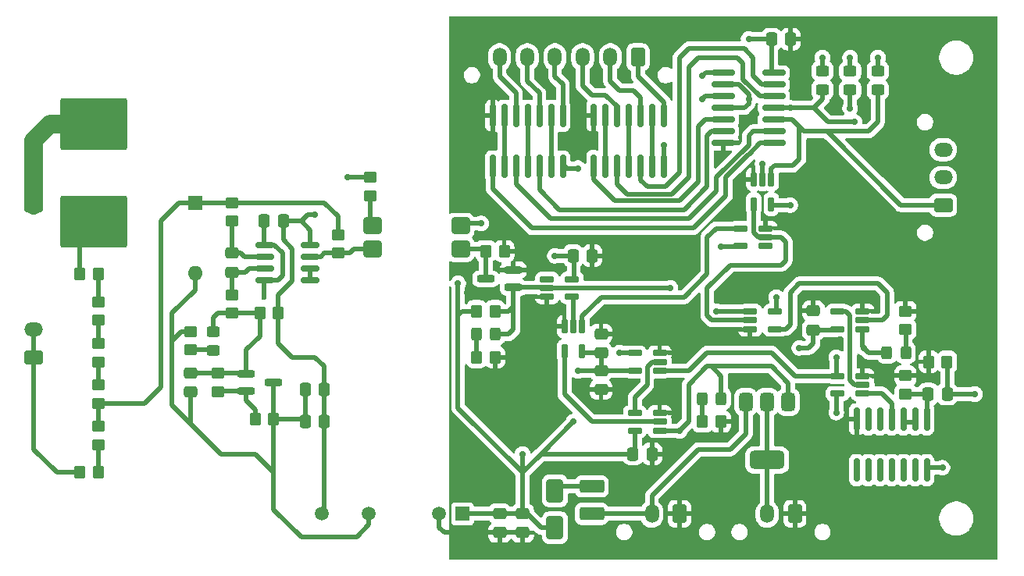
<source format=gbr>
%TF.GenerationSoftware,KiCad,Pcbnew,9.0.0*%
%TF.CreationDate,2025-07-10T21:53:31+08:00*%
%TF.ProjectId,tsal_g_v3,7473616c-5f67-45f7-9633-2e6b69636164,rev?*%
%TF.SameCoordinates,Original*%
%TF.FileFunction,Copper,L1,Top*%
%TF.FilePolarity,Positive*%
%FSLAX46Y46*%
G04 Gerber Fmt 4.6, Leading zero omitted, Abs format (unit mm)*
G04 Created by KiCad (PCBNEW 9.0.0) date 2025-07-10 21:53:31*
%MOMM*%
%LPD*%
G01*
G04 APERTURE LIST*
G04 Aperture macros list*
%AMRoundRect*
0 Rectangle with rounded corners*
0 $1 Rounding radius*
0 $2 $3 $4 $5 $6 $7 $8 $9 X,Y pos of 4 corners*
0 Add a 4 corners polygon primitive as box body*
4,1,4,$2,$3,$4,$5,$6,$7,$8,$9,$2,$3,0*
0 Add four circle primitives for the rounded corners*
1,1,$1+$1,$2,$3*
1,1,$1+$1,$4,$5*
1,1,$1+$1,$6,$7*
1,1,$1+$1,$8,$9*
0 Add four rect primitives between the rounded corners*
20,1,$1+$1,$2,$3,$4,$5,0*
20,1,$1+$1,$4,$5,$6,$7,0*
20,1,$1+$1,$6,$7,$8,$9,0*
20,1,$1+$1,$8,$9,$2,$3,0*%
G04 Aperture macros list end*
%TA.AperFunction,SMDPad,CuDef*%
%ADD10RoundRect,0.250000X0.337500X0.475000X-0.337500X0.475000X-0.337500X-0.475000X0.337500X-0.475000X0*%
%TD*%
%TA.AperFunction,SMDPad,CuDef*%
%ADD11RoundRect,0.150000X-1.100000X-0.150000X1.100000X-0.150000X1.100000X0.150000X-1.100000X0.150000X0*%
%TD*%
%TA.AperFunction,SMDPad,CuDef*%
%ADD12RoundRect,0.152500X-1.097500X-0.152500X1.097500X-0.152500X1.097500X0.152500X-1.097500X0.152500X0*%
%TD*%
%TA.AperFunction,SMDPad,CuDef*%
%ADD13RoundRect,0.150000X-0.150000X1.100000X-0.150000X-1.100000X0.150000X-1.100000X0.150000X1.100000X0*%
%TD*%
%TA.AperFunction,SMDPad,CuDef*%
%ADD14RoundRect,0.152500X-0.152500X1.097500X-0.152500X-1.097500X0.152500X-1.097500X0.152500X1.097500X0*%
%TD*%
%TA.AperFunction,SMDPad,CuDef*%
%ADD15RoundRect,0.250000X0.475000X-0.337500X0.475000X0.337500X-0.475000X0.337500X-0.475000X-0.337500X0*%
%TD*%
%TA.AperFunction,SMDPad,CuDef*%
%ADD16RoundRect,0.251116X3.376384X-2.561384X3.376384X2.561384X-3.376384X2.561384X-3.376384X-2.561384X0*%
%TD*%
%TA.AperFunction,SMDPad,CuDef*%
%ADD17RoundRect,0.162500X0.617500X0.162500X-0.617500X0.162500X-0.617500X-0.162500X0.617500X-0.162500X0*%
%TD*%
%TA.AperFunction,SMDPad,CuDef*%
%ADD18RoundRect,0.375000X-0.375000X0.625000X-0.375000X-0.625000X0.375000X-0.625000X0.375000X0.625000X0*%
%TD*%
%TA.AperFunction,SMDPad,CuDef*%
%ADD19RoundRect,0.500000X-1.400000X0.500000X-1.400000X-0.500000X1.400000X-0.500000X1.400000X0.500000X0*%
%TD*%
%TA.AperFunction,SMDPad,CuDef*%
%ADD20RoundRect,0.250000X-0.475000X0.337500X-0.475000X-0.337500X0.475000X-0.337500X0.475000X0.337500X0*%
%TD*%
%TA.AperFunction,SMDPad,CuDef*%
%ADD21RoundRect,0.250000X-0.450000X0.325000X-0.450000X-0.325000X0.450000X-0.325000X0.450000X0.325000X0*%
%TD*%
%TA.AperFunction,SMDPad,CuDef*%
%ADD22RoundRect,0.250000X0.450000X-0.350000X0.450000X0.350000X-0.450000X0.350000X-0.450000X-0.350000X0*%
%TD*%
%TA.AperFunction,SMDPad,CuDef*%
%ADD23RoundRect,0.162500X-0.162500X0.617500X-0.162500X-0.617500X0.162500X-0.617500X0.162500X0.617500X0*%
%TD*%
%TA.AperFunction,SMDPad,CuDef*%
%ADD24RoundRect,0.250000X-0.350000X-0.450000X0.350000X-0.450000X0.350000X0.450000X-0.350000X0.450000X0*%
%TD*%
%TA.AperFunction,SMDPad,CuDef*%
%ADD25RoundRect,0.250000X-0.337500X-0.475000X0.337500X-0.475000X0.337500X0.475000X-0.337500X0.475000X0*%
%TD*%
%TA.AperFunction,SMDPad,CuDef*%
%ADD26RoundRect,0.250000X-0.450000X0.350000X-0.450000X-0.350000X0.450000X-0.350000X0.450000X0.350000X0*%
%TD*%
%TA.AperFunction,SMDPad,CuDef*%
%ADD27RoundRect,0.250000X-0.325000X-0.450000X0.325000X-0.450000X0.325000X0.450000X-0.325000X0.450000X0*%
%TD*%
%TA.AperFunction,ComponentPad*%
%ADD28RoundRect,0.250001X0.759999X-0.499999X0.759999X0.499999X-0.759999X0.499999X-0.759999X-0.499999X0*%
%TD*%
%TA.AperFunction,ComponentPad*%
%ADD29O,2.020000X1.500000*%
%TD*%
%TA.AperFunction,ComponentPad*%
%ADD30R,1.600000X1.600000*%
%TD*%
%TA.AperFunction,ComponentPad*%
%ADD31O,1.600000X1.600000*%
%TD*%
%TA.AperFunction,ComponentPad*%
%ADD32RoundRect,0.250001X0.499999X0.759999X-0.499999X0.759999X-0.499999X-0.759999X0.499999X-0.759999X0*%
%TD*%
%TA.AperFunction,ComponentPad*%
%ADD33O,1.500000X2.020000*%
%TD*%
%TA.AperFunction,SMDPad,CuDef*%
%ADD34RoundRect,0.249999X-0.750001X-0.640001X0.750001X-0.640001X0.750001X0.640001X-0.750001X0.640001X0*%
%TD*%
%TA.AperFunction,SMDPad,CuDef*%
%ADD35RoundRect,0.162500X-0.617500X-0.162500X0.617500X-0.162500X0.617500X0.162500X-0.617500X0.162500X0*%
%TD*%
%TA.AperFunction,SMDPad,CuDef*%
%ADD36RoundRect,0.250000X0.350000X0.450000X-0.350000X0.450000X-0.350000X-0.450000X0.350000X-0.450000X0*%
%TD*%
%TA.AperFunction,SMDPad,CuDef*%
%ADD37RoundRect,0.250000X0.325000X0.450000X-0.325000X0.450000X-0.325000X-0.450000X0.325000X-0.450000X0*%
%TD*%
%TA.AperFunction,ComponentPad*%
%ADD38R,1.500000X1.500000*%
%TD*%
%TA.AperFunction,ComponentPad*%
%ADD39C,1.500000*%
%TD*%
%TA.AperFunction,SMDPad,CuDef*%
%ADD40RoundRect,0.250001X1.074999X-0.462499X1.074999X0.462499X-1.074999X0.462499X-1.074999X-0.462499X0*%
%TD*%
%TA.AperFunction,SMDPad,CuDef*%
%ADD41RoundRect,0.250000X0.450000X-0.325000X0.450000X0.325000X-0.450000X0.325000X-0.450000X-0.325000X0*%
%TD*%
%TA.AperFunction,SMDPad,CuDef*%
%ADD42RoundRect,0.250000X0.650000X-1.000000X0.650000X1.000000X-0.650000X1.000000X-0.650000X-1.000000X0*%
%TD*%
%TA.AperFunction,SMDPad,CuDef*%
%ADD43RoundRect,0.200000X-0.750000X-0.200000X0.750000X-0.200000X0.750000X0.200000X-0.750000X0.200000X0*%
%TD*%
%TA.AperFunction,SMDPad,CuDef*%
%ADD44RoundRect,0.150000X-0.825000X-0.150000X0.825000X-0.150000X0.825000X0.150000X-0.825000X0.150000X0*%
%TD*%
%TA.AperFunction,SMDPad,CuDef*%
%ADD45RoundRect,0.200000X0.750000X0.200000X-0.750000X0.200000X-0.750000X-0.200000X0.750000X-0.200000X0*%
%TD*%
%TA.AperFunction,ViaPad*%
%ADD46C,0.700000*%
%TD*%
%TA.AperFunction,ViaPad*%
%ADD47C,0.600000*%
%TD*%
%TA.AperFunction,Conductor*%
%ADD48C,0.500000*%
%TD*%
%TA.AperFunction,Conductor*%
%ADD49C,2.000000*%
%TD*%
G04 APERTURE END LIST*
D10*
%TO.P,C7,1*%
%TO.N,GLV-*%
X127037500Y-79500000D03*
%TO.P,C7,2*%
%TO.N,VCC*%
X124962500Y-79500000D03*
%TD*%
D11*
%TO.P,U20,1*%
%TO.N,Precharge Check*%
X141225000Y-59650000D03*
%TO.P,U20,2*%
%TO.N,AIRH Check*%
X141225000Y-60920000D03*
%TO.P,U20,3*%
%TO.N,Net-(U14-Pad2)*%
X141225000Y-62190000D03*
%TO.P,U20,4*%
%TO.N,AIRH Check*%
X141225000Y-63460000D03*
%TO.P,U20,5*%
%TO.N,Out -*%
X141225000Y-64730000D03*
%TO.P,U20,6*%
%TO.N,high aux*%
X141225000Y-66000000D03*
D12*
%TO.P,U20,7,VSS*%
%TO.N,GLV-*%
X141225000Y-67265000D03*
%TO.P,U20,8*%
%TO.N,Out +*%
X146725000Y-67265000D03*
D11*
%TO.P,U20,9*%
%TO.N,low aux*%
X146725000Y-66000000D03*
%TO.P,U20,10*%
%TO.N,AIRL Check*%
X146725000Y-64730000D03*
%TO.P,U20,11*%
%TO.N,Precharge Check*%
X146725000Y-63460000D03*
%TO.P,U20,12*%
%TO.N,pre aux*%
X146725000Y-62190000D03*
%TO.P,U20,13*%
%TO.N,Out Precharge*%
X146725000Y-60920000D03*
%TO.P,U20,14,VDD*%
%TO.N,VCC*%
X146725000Y-59650000D03*
%TD*%
D13*
%TO.P,U17,1*%
%TO.N,Net-(C16-Pad2)*%
X163310000Y-97250000D03*
%TO.P,U17,2*%
%TO.N,Net-(U17-Pad2)*%
X162040000Y-97250000D03*
%TO.P,U17,3*%
X160770000Y-97250000D03*
%TO.P,U17,4*%
%TO.N,Net-(U17-Pad4)*%
X159500000Y-97250000D03*
%TO.P,U17,5*%
%TO.N,N/C*%
X158230000Y-97250000D03*
%TO.P,U17,6*%
X156960000Y-97250000D03*
D14*
%TO.P,U17,7,VSS*%
%TO.N,GLV-*%
X155695000Y-97250000D03*
%TO.P,U17,8*%
%TO.N,N/C*%
X155695000Y-102750000D03*
D13*
%TO.P,U17,9*%
X156960000Y-102750000D03*
%TO.P,U17,10*%
X158230000Y-102750000D03*
%TO.P,U17,11*%
X159500000Y-102750000D03*
%TO.P,U17,12*%
X160770000Y-102750000D03*
%TO.P,U17,13*%
X162040000Y-102750000D03*
%TO.P,U17,14,VDD*%
%TO.N,VCC*%
X163310000Y-102750000D03*
%TD*%
%TO.P,U6,1*%
%TO.N,Net-(J3-Pin_4)*%
X123850000Y-64317500D03*
%TO.P,U6,2*%
%TO.N,Net-(U6-Pad13)*%
X122580000Y-64317500D03*
%TO.P,U6,3*%
%TO.N,Net-(J3-Pin_5)*%
X121310000Y-64317500D03*
%TO.P,U6,4*%
%TO.N,Net-(U6-Pad11)*%
X120040000Y-64317500D03*
%TO.P,U6,5*%
%TO.N,Net-(J3-Pin_6)*%
X118770000Y-64317500D03*
%TO.P,U6,6*%
%TO.N,Net-(U6-Pad6)*%
X117500000Y-64317500D03*
D14*
%TO.P,U6,7,VSS*%
%TO.N,GLV-*%
X116235000Y-64317500D03*
%TO.P,U6,8*%
%TO.N,Out +*%
X116235000Y-69817500D03*
D13*
%TO.P,U6,9*%
%TO.N,Net-(U6-Pad6)*%
X117500000Y-69817500D03*
%TO.P,U6,10*%
%TO.N,low aux*%
X118770000Y-69817500D03*
%TO.P,U6,11*%
%TO.N,Net-(U6-Pad11)*%
X120040000Y-69817500D03*
%TO.P,U6,12*%
%TO.N,high aux*%
X121310000Y-69817500D03*
%TO.P,U6,13*%
%TO.N,Net-(U6-Pad13)*%
X122580000Y-69817500D03*
%TO.P,U6,14,VDD*%
%TO.N,VCC*%
X123850000Y-69817500D03*
%TD*%
%TO.P,U5,1*%
%TO.N,Net-(J3-Pin_1)*%
X134810000Y-64292500D03*
%TO.P,U5,2*%
%TO.N,Net-(U5-Pad13)*%
X133540000Y-64292500D03*
%TO.P,U5,3*%
%TO.N,Net-(J3-Pin_2)*%
X132270000Y-64292500D03*
%TO.P,U5,4*%
%TO.N,Net-(U5-Pad11)*%
X131000000Y-64292500D03*
%TO.P,U5,5*%
%TO.N,Net-(J3-Pin_3)*%
X129730000Y-64292500D03*
%TO.P,U5,6*%
%TO.N,Net-(U5-Pad6)*%
X128460000Y-64292500D03*
D14*
%TO.P,U5,7,VSS*%
%TO.N,GLV-*%
X127195000Y-64292500D03*
%TO.P,U5,8*%
%TO.N,Out -*%
X127195000Y-69792500D03*
D13*
%TO.P,U5,9*%
%TO.N,Net-(U5-Pad6)*%
X128460000Y-69792500D03*
%TO.P,U5,10*%
%TO.N,pre aux*%
X129730000Y-69792500D03*
%TO.P,U5,11*%
%TO.N,Net-(U5-Pad11)*%
X131000000Y-69792500D03*
%TO.P,U5,12*%
%TO.N,Out Precharge*%
X132270000Y-69792500D03*
%TO.P,U5,13*%
%TO.N,Net-(U5-Pad13)*%
X133540000Y-69792500D03*
%TO.P,U5,14,VDD*%
%TO.N,VCC*%
X134810000Y-69792500D03*
%TD*%
D15*
%TO.P,C6,2*%
%TO.N,VCC*%
X117000000Y-107462500D03*
%TO.P,C6,1*%
%TO.N,GLV-*%
X117000000Y-109537500D03*
%TD*%
%TO.P,C9,2*%
%TO.N,VCC*%
X119500000Y-107462500D03*
%TO.P,C9,1*%
%TO.N,GLV-*%
X119500000Y-109537500D03*
%TD*%
D16*
%TO.P,F1,1*%
%TO.N,Net-(F1-Pad1)*%
X73000000Y-75775000D03*
%TO.P,F1,2*%
%TO.N,Net-(J1-Pin_1)*%
X73000000Y-65225000D03*
%TD*%
D17*
%TO.P,U18,1*%
%TO.N,Net-(U17-Pad4)*%
X156350000Y-94450000D03*
%TO.P,U18,2*%
%TO.N,Net-(U18-Pad2)*%
X156350000Y-93500000D03*
%TO.P,U18,3,GND*%
%TO.N,GLV-*%
X156350000Y-92550000D03*
%TO.P,U18,4*%
%TO.N,RESET*%
X153650000Y-92550000D03*
%TO.P,U18,5,VCC*%
%TO.N,VCC*%
X153650000Y-94450000D03*
%TD*%
D18*
%TO.P,Q2,1,G*%
%TO.N,Net-(D8-A)*%
X148300000Y-95350000D03*
%TO.P,Q2,2,S*%
%TO.N,/GRN+*%
X146000000Y-95350000D03*
D19*
X146000000Y-101650000D03*
D18*
%TO.P,Q2,3,D*%
%TO.N,GLV+*%
X143700000Y-95350000D03*
%TD*%
D20*
%TO.P,C1,1*%
%TO.N,/Vref*%
X83500000Y-92187500D03*
%TO.P,C1,2*%
%TO.N,GND*%
X83500000Y-94262500D03*
%TD*%
D21*
%TO.P,D6,1,K*%
%TO.N,Net-(D6-K)*%
X155000000Y-59450000D03*
%TO.P,D6,2,A*%
%TO.N,AIRH Check*%
X155000000Y-61500000D03*
%TD*%
D22*
%TO.P,R30,1*%
%TO.N,Net-(D9-K)*%
X161000000Y-87500000D03*
%TO.P,R30,2*%
%TO.N,GLV-*%
X161000000Y-85500000D03*
%TD*%
%TO.P,R6,1*%
%TO.N,Net-(R6-Pad1)*%
X73500000Y-91000000D03*
%TO.P,R6,2*%
%TO.N,Net-(R5-Pad2)*%
X73500000Y-89000000D03*
%TD*%
D10*
%TO.P,C16,1*%
%TO.N,VCC*%
X165537500Y-94500000D03*
%TO.P,C16,2*%
%TO.N,Net-(C16-Pad2)*%
X163462500Y-94500000D03*
%TD*%
D22*
%TO.P,R29,1*%
%TO.N,Net-(C16-Pad2)*%
X161000000Y-94500000D03*
%TO.P,R29,2*%
%TO.N,GLV-*%
X161000000Y-92500000D03*
%TD*%
D23*
%TO.P,U14,1*%
%TO.N,AIRL Check*%
X146450000Y-71197500D03*
%TO.P,U14,2*%
%TO.N,Net-(U14-Pad2)*%
X145500000Y-71197500D03*
%TO.P,U14,3,GND*%
%TO.N,GLV-*%
X144550000Y-71197500D03*
%TO.P,U14,4*%
%TO.N,RELAY RESET*%
X144550000Y-73897500D03*
%TO.P,U14,5,VCC*%
%TO.N,VCC*%
X146450000Y-73897500D03*
%TD*%
D10*
%TO.P,C12,1*%
%TO.N,GLV-*%
X133537500Y-101000000D03*
%TO.P,C12,2*%
%TO.N,VCC*%
X131462500Y-101000000D03*
%TD*%
D24*
%TO.P,R4,1*%
%TO.N,/Vref*%
X91000000Y-85725000D03*
%TO.P,R4,2*%
%TO.N,+12V*%
X93000000Y-85725000D03*
%TD*%
D15*
%TO.P,C11,1*%
%TO.N,GLV-*%
X128000000Y-94037500D03*
%TO.P,C11,2*%
%TO.N,VCC*%
X128000000Y-91962500D03*
%TD*%
D17*
%TO.P,U10,1*%
%TO.N,RESET*%
X134350000Y-91950000D03*
%TO.P,U10,2*%
%TO.N,Net-(U10-Pad2)*%
X134350000Y-91000000D03*
%TO.P,U10,3,GND*%
%TO.N,GLV-*%
X134350000Y-90050000D03*
%TO.P,U10,4*%
%TO.N,Net-(D8-A)*%
X131650000Y-90050000D03*
%TO.P,U10,5,VCC*%
%TO.N,VCC*%
X131650000Y-91950000D03*
%TD*%
D21*
%TO.P,D5,1,K*%
%TO.N,Net-(D5-K)*%
X158000000Y-59450000D03*
%TO.P,D5,2,A*%
%TO.N,AIRL Check*%
X158000000Y-61500000D03*
%TD*%
D22*
%TO.P,R10,1*%
%TO.N,Net-(LM1-+)*%
X88000000Y-75725000D03*
%TO.P,R10,2*%
%TO.N,/Vin*%
X88000000Y-73725000D03*
%TD*%
D25*
%TO.P,C4,1*%
%TO.N,GND*%
X95925000Y-97500000D03*
%TO.P,C4,2*%
%TO.N,+12V*%
X98000000Y-97500000D03*
%TD*%
D26*
%TO.P,R11,1*%
%TO.N,Net-(LM1--)*%
X88000000Y-83725000D03*
%TO.P,R11,2*%
%TO.N,/Vref*%
X88000000Y-85725000D03*
%TD*%
%TO.P,R1,1*%
%TO.N,/Vref*%
X86500000Y-92225000D03*
%TO.P,R1,2*%
%TO.N,Net-(U1-REF)*%
X86500000Y-94225000D03*
%TD*%
D27*
%TO.P,D4,1,K*%
%TO.N,Net-(D4-K)*%
X114475000Y-88000000D03*
%TO.P,D4,2,A*%
%TO.N,TS RESET*%
X116525000Y-88000000D03*
%TD*%
D10*
%TO.P,C24,1*%
%TO.N,GLV-*%
X148537500Y-56000000D03*
%TO.P,C24,2*%
%TO.N,VCC*%
X146462500Y-56000000D03*
%TD*%
D28*
%TO.P,J8,1,Pin_1*%
%TO.N,AIRL Check*%
X165085000Y-74000000D03*
D29*
%TO.P,J8,2,Pin_2*%
%TO.N,AIRH Check*%
X165085000Y-71000000D03*
%TO.P,J8,3,Pin_3*%
%TO.N,Precharge Check*%
X165085000Y-68000000D03*
%TD*%
D26*
%TO.P,R13,1*%
%TO.N,/Vin*%
X99500000Y-77225000D03*
%TO.P,R13,2*%
%TO.N,Net-(LM1-Pad7)*%
X99500000Y-79225000D03*
%TD*%
D30*
%TO.P,D1,1,K*%
%TO.N,/Vin*%
X84000000Y-73725000D03*
D31*
%TO.P,D1,2,A*%
%TO.N,GND*%
X84000000Y-81345000D03*
%TD*%
D20*
%TO.P,C2,1*%
%TO.N,Net-(LM1-+)*%
X88000000Y-79187500D03*
%TO.P,C2,2*%
%TO.N,Net-(LM1--)*%
X88000000Y-81262500D03*
%TD*%
%TO.P,C20,1*%
%TO.N,GLV-*%
X151000000Y-85462500D03*
%TO.P,C20,2*%
%TO.N,VCC*%
X151000000Y-87537500D03*
%TD*%
D32*
%TO.P,J7,1,Pin_1*%
%TO.N,GLV-*%
X136500000Y-107500000D03*
D33*
%TO.P,J7,2,Pin_2*%
%TO.N,GLV+*%
X133500000Y-107500000D03*
%TD*%
D24*
%TO.P,R2,1*%
%TO.N,Net-(U1-REF)*%
X90500000Y-97225000D03*
%TO.P,R2,2*%
%TO.N,GND*%
X92500000Y-97225000D03*
%TD*%
D34*
%TO.P,U2,1*%
%TO.N,Net-(R14-Pad2)*%
X103235000Y-76230000D03*
%TO.P,U2,2*%
%TO.N,Net-(LM1-Pad7)*%
X103235000Y-78770000D03*
%TO.P,U2,3*%
%TO.N,Net-(Q1-G)*%
X112765000Y-78770000D03*
%TO.P,U2,4*%
%TO.N,VCC*%
X112765000Y-76230000D03*
%TD*%
D35*
%TO.P,U15,1*%
%TO.N,TS RESET*%
X144150000Y-85550000D03*
%TO.P,U15,2*%
%TO.N,RELAY RESET*%
X144150000Y-86500000D03*
%TO.P,U15,3,GND*%
%TO.N,GLV-*%
X144150000Y-87450000D03*
%TO.P,U15,4*%
%TO.N,Net-(U15-Pad4)*%
X146850000Y-87450000D03*
%TO.P,U15,5,VCC*%
%TO.N,VCC*%
X146850000Y-85550000D03*
%TD*%
D23*
%TO.P,U7,1*%
%TO.N,RELAY LOGIC*%
X125950000Y-87150000D03*
%TO.P,U7,2*%
%TO.N,TS LOGIC*%
X125000000Y-87150000D03*
%TO.P,U7,3,GND*%
%TO.N,GLV-*%
X124050000Y-87150000D03*
%TO.P,U7,4*%
%TO.N,Net-(U11-Pad2)*%
X124050000Y-89850000D03*
%TO.P,U7,5,VCC*%
%TO.N,VCC*%
X125950000Y-89850000D03*
%TD*%
D21*
%TO.P,D7,1,K*%
%TO.N,Net-(D7-K)*%
X152000000Y-59450000D03*
%TO.P,D7,2,A*%
%TO.N,Precharge Check*%
X152000000Y-61500000D03*
%TD*%
D24*
%TO.P,R17,1*%
%TO.N,Net-(D4-K)*%
X114500000Y-90500000D03*
%TO.P,R17,2*%
%TO.N,GLV-*%
X116500000Y-90500000D03*
%TD*%
%TO.P,R27,1*%
%TO.N,Net-(D8-K)*%
X139000000Y-97500000D03*
%TO.P,R27,2*%
%TO.N,GLV-*%
X141000000Y-97500000D03*
%TD*%
D36*
%TO.P,R28,1*%
%TO.N,VCC*%
X165500000Y-91000000D03*
%TO.P,R28,2*%
%TO.N,GLV-*%
X163500000Y-91000000D03*
%TD*%
D37*
%TO.P,D9,1,K*%
%TO.N,Net-(D9-K)*%
X161025000Y-90000000D03*
%TO.P,D9,2,A*%
%TO.N,RESET*%
X158975000Y-90000000D03*
%TD*%
D20*
%TO.P,C8,1*%
%TO.N,GLV-*%
X128000000Y-87962500D03*
%TO.P,C8,2*%
%TO.N,VCC*%
X128000000Y-90037500D03*
%TD*%
D28*
%TO.P,J2,1,Pin_1*%
%TO.N,/-HV*%
X66500000Y-90500000D03*
D29*
%TO.P,J2,2,Pin_2*%
X66500000Y-87500000D03*
%TD*%
D17*
%TO.P,U19,1*%
%TO.N,RESET*%
X156350000Y-87450000D03*
%TO.P,U19,2*%
%TO.N,Net-(U15-Pad4)*%
X156350000Y-86500000D03*
%TO.P,U19,3,GND*%
%TO.N,GLV-*%
X156350000Y-85550000D03*
%TO.P,U19,4*%
%TO.N,Net-(U18-Pad2)*%
X153650000Y-85550000D03*
%TO.P,U19,5,VCC*%
%TO.N,VCC*%
X153650000Y-87450000D03*
%TD*%
D26*
%TO.P,R7,1*%
%TO.N,Net-(R6-Pad1)*%
X73500000Y-93500000D03*
%TO.P,R7,2*%
%TO.N,/Vin*%
X73500000Y-95500000D03*
%TD*%
D32*
%TO.P,J6,1,Pin_1*%
%TO.N,GLV-*%
X149000000Y-107500000D03*
D33*
%TO.P,J6,2,Pin_2*%
%TO.N,/GRN+*%
X146000000Y-107500000D03*
%TD*%
D38*
%TO.P,U3,1,+Vin*%
%TO.N,VCC*%
X113000000Y-107500000D03*
D39*
%TO.P,U3,2,-Vin*%
%TO.N,GLV-*%
X110460000Y-107500000D03*
%TO.P,U3,4,-Vout*%
%TO.N,GND*%
X102840000Y-107500000D03*
%TO.P,U3,6,+Vout*%
%TO.N,+12V*%
X97760000Y-107500000D03*
%TD*%
D40*
%TO.P,F2,1*%
%TO.N,GLV+*%
X127000000Y-107487500D03*
%TO.P,F2,2*%
%TO.N,Net-(D3-A)*%
X127000000Y-104512500D03*
%TD*%
D26*
%TO.P,R5,1*%
%TO.N,Net-(R3-Pad2)*%
X73500000Y-84500000D03*
%TO.P,R5,2*%
%TO.N,Net-(R5-Pad2)*%
X73500000Y-86500000D03*
%TD*%
%TO.P,R14,1*%
%TO.N,+12V*%
X103000000Y-71000000D03*
%TO.P,R14,2*%
%TO.N,Net-(R14-Pad2)*%
X103000000Y-73000000D03*
%TD*%
D36*
%TO.P,R9,1*%
%TO.N,Net-(R8-Pad1)*%
X73500000Y-103000000D03*
%TO.P,R9,2*%
%TO.N,/-HV*%
X71500000Y-103000000D03*
%TD*%
D22*
%TO.P,R12,1*%
%TO.N,Net-(D2-K)*%
X83500000Y-89725000D03*
%TO.P,R12,2*%
%TO.N,GND*%
X83500000Y-87725000D03*
%TD*%
D35*
%TO.P,U4,1*%
%TO.N,N/C*%
X122150000Y-82050000D03*
%TO.P,U4,2*%
%TO.N,TS RESET*%
X122150000Y-83000000D03*
%TO.P,U4,3,GND*%
%TO.N,GLV-*%
X122150000Y-83950000D03*
%TO.P,U4,4*%
%TO.N,TS LOGIC*%
X124850000Y-83950000D03*
%TO.P,U4,5,VCC*%
%TO.N,VCC*%
X124850000Y-82050000D03*
%TD*%
D25*
%TO.P,C5,1*%
%TO.N,GND*%
X95925000Y-94000000D03*
%TO.P,C5,2*%
%TO.N,+12V*%
X98000000Y-94000000D03*
%TD*%
D17*
%TO.P,U16,1*%
%TO.N,N/C*%
X145850000Y-78450000D03*
%TO.P,U16,2*%
%TO.N,RELAY RESET*%
X145850000Y-77500000D03*
%TO.P,U16,3,GND*%
%TO.N,GLV-*%
X145850000Y-76550000D03*
%TO.P,U16,4*%
%TO.N,RELAY LOGIC*%
X143150000Y-76550000D03*
%TO.P,U16,5,VCC*%
%TO.N,VCC*%
X143150000Y-78450000D03*
%TD*%
D24*
%TO.P,R3,1*%
%TO.N,Net-(F1-Pad1)*%
X71500000Y-81500000D03*
%TO.P,R3,2*%
%TO.N,Net-(R3-Pad2)*%
X73500000Y-81500000D03*
%TD*%
%TO.P,R15,1*%
%TO.N,Net-(Q1-G)*%
X115500000Y-79000000D03*
%TO.P,R15,2*%
%TO.N,GLV-*%
X117500000Y-79000000D03*
%TD*%
D17*
%TO.P,U11,1*%
%TO.N,Net-(D8-A)*%
X134350000Y-98450000D03*
%TO.P,U11,2*%
%TO.N,Net-(U11-Pad2)*%
X134350000Y-97500000D03*
%TO.P,U11,3,GND*%
%TO.N,GLV-*%
X134350000Y-96550000D03*
%TO.P,U11,4*%
%TO.N,Net-(U10-Pad2)*%
X131650000Y-96550000D03*
%TO.P,U11,5,VCC*%
%TO.N,VCC*%
X131650000Y-98450000D03*
%TD*%
D41*
%TO.P,D2,1,K*%
%TO.N,Net-(D2-K)*%
X86000000Y-89750000D03*
%TO.P,D2,2,A*%
%TO.N,/Vref*%
X86000000Y-87700000D03*
%TD*%
D32*
%TO.P,J3,1,Pin_1*%
%TO.N,Net-(J3-Pin_1)*%
X132000000Y-57957500D03*
D33*
%TO.P,J3,2,Pin_2*%
%TO.N,Net-(J3-Pin_2)*%
X129000000Y-57957500D03*
%TO.P,J3,3,Pin_3*%
%TO.N,Net-(J3-Pin_3)*%
X126000000Y-57957500D03*
%TO.P,J3,4,Pin_4*%
%TO.N,Net-(J3-Pin_4)*%
X123000000Y-57957500D03*
%TO.P,J3,5,Pin_5*%
%TO.N,Net-(J3-Pin_5)*%
X120000000Y-57957500D03*
%TO.P,J3,6,Pin_6*%
%TO.N,Net-(J3-Pin_6)*%
X117000000Y-57957500D03*
%TD*%
D42*
%TO.P,D3,1,K*%
%TO.N,VCC*%
X123000000Y-109000000D03*
%TO.P,D3,2,A*%
%TO.N,Net-(D3-A)*%
X123000000Y-105000000D03*
%TD*%
D43*
%TO.P,U1,1,K*%
%TO.N,/Vref*%
X89500000Y-92275000D03*
%TO.P,U1,2,REF*%
%TO.N,Net-(U1-REF)*%
X89500000Y-94175000D03*
%TO.P,U1,3,A*%
%TO.N,GND*%
X92500000Y-93225000D03*
%TD*%
D27*
%TO.P,D8,1,K*%
%TO.N,Net-(D8-K)*%
X138975000Y-95000000D03*
%TO.P,D8,2,A*%
%TO.N,Net-(D8-A)*%
X141025000Y-95000000D03*
%TD*%
D44*
%TO.P,LM1,1,GND*%
%TO.N,GND*%
X91525000Y-78320000D03*
%TO.P,LM1,2,+*%
%TO.N,Net-(LM1-+)*%
X91525000Y-79590000D03*
%TO.P,LM1,3,-*%
%TO.N,Net-(LM1--)*%
X91525000Y-80860000D03*
%TO.P,LM1,4,V-*%
%TO.N,GND*%
X91525000Y-82130000D03*
%TO.P,LM1,5,BAL*%
%TO.N,Net-(LM1-BAL)*%
X96475000Y-82130000D03*
%TO.P,LM1,6,STRB*%
X96475000Y-80860000D03*
%TO.P,LM1,7*%
%TO.N,Net-(LM1-Pad7)*%
X96475000Y-79590000D03*
%TO.P,LM1,8,V+*%
%TO.N,+12V*%
X96475000Y-78320000D03*
%TD*%
D45*
%TO.P,Q1,1,D*%
%TO.N,TS RESET*%
X118500000Y-82950000D03*
%TO.P,Q1,2,G*%
%TO.N,Net-(Q1-G)*%
X115500000Y-82000000D03*
%TO.P,Q1,3,S*%
%TO.N,GLV-*%
X118500000Y-81050000D03*
%TD*%
D10*
%TO.P,C3,1*%
%TO.N,+12V*%
X93537500Y-75725000D03*
%TO.P,C3,2*%
%TO.N,GND*%
X91462500Y-75725000D03*
%TD*%
D22*
%TO.P,R8,1*%
%TO.N,Net-(R8-Pad1)*%
X73500000Y-100000000D03*
%TO.P,R8,2*%
%TO.N,/Vin*%
X73500000Y-98000000D03*
%TD*%
D24*
%TO.P,R16,1*%
%TO.N,VCC*%
X114500000Y-85500000D03*
%TO.P,R16,2*%
%TO.N,TS RESET*%
X116500000Y-85500000D03*
%TD*%
D28*
%TO.P,J1,1,Pin_1*%
%TO.N,Net-(J1-Pin_1)*%
X66500000Y-74000000D03*
D29*
%TO.P,J1,2,Pin_2*%
X66500000Y-71000000D03*
%TD*%
D46*
%TO.N,VCC*%
X112500000Y-82500000D03*
X147000000Y-84000000D03*
X153500000Y-96500000D03*
X123000000Y-79500000D03*
X119500000Y-101000000D03*
X125500000Y-92000000D03*
X125000000Y-97500000D03*
X125500000Y-70000000D03*
X148500000Y-74000000D03*
%TO.N,AIRH Check*%
X144000000Y-62500000D03*
%TO.N,Net-(U14-Pad2)*%
X139000000Y-62500000D03*
X145500000Y-69500000D03*
%TO.N,+12V*%
X100500000Y-71000000D03*
X97000000Y-75000000D03*
D47*
%TO.N,GND*%
X91500000Y-84000000D03*
D46*
%TO.N,VCC*%
X149500000Y-89500000D03*
X134810000Y-67500000D03*
X165000000Y-102500000D03*
X168500000Y-94500000D03*
X141000000Y-78500000D03*
X115000000Y-76000000D03*
X144000000Y-56000000D03*
%TO.N,Net-(D5-K)*%
X158000000Y-58000000D03*
%TO.N,TS RESET*%
X135500000Y-83000000D03*
X140500000Y-85500000D03*
%TO.N,Net-(D6-K)*%
X155000000Y-58000000D03*
%TO.N,AIRH Check*%
X155000000Y-63500000D03*
%TO.N,Net-(D7-K)*%
X152000000Y-58000000D03*
%TO.N,Precharge Check*%
X148500000Y-63460000D03*
X155500000Y-65000000D03*
X139000000Y-60000000D03*
%TO.N,Net-(D8-A)*%
X130000000Y-90000000D03*
X136500000Y-98500000D03*
%TO.N,RESET*%
X156500000Y-89500000D03*
X153500000Y-90500000D03*
%TO.N,GLV-*%
X166500000Y-96000000D03*
X151500000Y-101000000D03*
X156500000Y-78000000D03*
X154000000Y-106000000D03*
X143000000Y-72000000D03*
X153000000Y-78000000D03*
X154000000Y-109000000D03*
X130000000Y-95500000D03*
X140000000Y-102000000D03*
X129500000Y-86000000D03*
X143000000Y-74500000D03*
X113500000Y-83500000D03*
D47*
X142500000Y-83000000D03*
D46*
X113000000Y-72000000D03*
X134000000Y-86000000D03*
X113000000Y-63000000D03*
X128000000Y-81500000D03*
X135000000Y-93500000D03*
X135500000Y-101500000D03*
X137500000Y-81500000D03*
X113000000Y-69000000D03*
X122000000Y-87000000D03*
X144000000Y-93000000D03*
X141000000Y-68700000D03*
X164500000Y-87500000D03*
X133000000Y-81500000D03*
X113000000Y-66000000D03*
%TD*%
D48*
%TO.N,VCC*%
X119500000Y-103000000D02*
X119500000Y-101000000D01*
%TO.N,Precharge Check*%
X152580000Y-65000000D02*
X151040000Y-63460000D01*
X155500000Y-65000000D02*
X152580000Y-65000000D01*
%TO.N,VCC*%
X115000000Y-76000000D02*
X112995000Y-76000000D01*
X112995000Y-76000000D02*
X112765000Y-76230000D01*
X112500000Y-82500000D02*
X112500000Y-86000000D01*
X147000000Y-85400000D02*
X146850000Y-85550000D01*
X147000000Y-84000000D02*
X147000000Y-85400000D01*
X153500000Y-94600000D02*
X153650000Y-94450000D01*
X153500000Y-96500000D02*
X153500000Y-94600000D01*
%TO.N,pre aux*%
X145190000Y-62190000D02*
X146450000Y-62190000D01*
X137500000Y-59000000D02*
X138500000Y-58000000D01*
X143374537Y-58624537D02*
X143374537Y-60374537D01*
X137500000Y-71000000D02*
X137500000Y-59000000D01*
X138500000Y-58000000D02*
X142750000Y-58000000D01*
X135701000Y-72799000D02*
X137500000Y-71000000D01*
X130799000Y-72799000D02*
X135701000Y-72799000D01*
X129730000Y-71730000D02*
X130799000Y-72799000D01*
X142750000Y-58000000D02*
X143374537Y-58624537D01*
X143374537Y-60374537D02*
X145190000Y-62190000D01*
X129730000Y-69517500D02*
X129730000Y-71730000D01*
%TO.N,Out Precharge*%
X132270000Y-71270000D02*
X132270000Y-69517500D01*
X133000000Y-72000000D02*
X132270000Y-71270000D01*
X135000000Y-72000000D02*
X133000000Y-72000000D01*
X136500000Y-70500000D02*
X135000000Y-72000000D01*
X136500000Y-58000000D02*
X136500000Y-70500000D01*
X144500000Y-58000000D02*
X143500000Y-57000000D01*
X137500000Y-57000000D02*
X136500000Y-58000000D01*
X143500000Y-57000000D02*
X137500000Y-57000000D01*
X144500000Y-60000000D02*
X144500000Y-58000000D01*
X145420000Y-60920000D02*
X144500000Y-60000000D01*
X146450000Y-60920000D02*
X145420000Y-60920000D01*
%TO.N,AIRL Check*%
X157000000Y-66000000D02*
X152000000Y-66000000D01*
X158000000Y-65000000D02*
X157000000Y-66000000D01*
X158000000Y-61500000D02*
X158000000Y-65000000D01*
%TO.N,VCC*%
X113000000Y-85500000D02*
X114500000Y-85500000D01*
X112500000Y-96000000D02*
X112500000Y-86000000D01*
X112500000Y-86000000D02*
X113000000Y-85500000D01*
X119500000Y-103000000D02*
X112500000Y-96000000D01*
X123000000Y-79500000D02*
X124962500Y-79500000D01*
X127962500Y-92000000D02*
X128000000Y-91962500D01*
X125500000Y-92000000D02*
X127962500Y-92000000D01*
X121500000Y-101000000D02*
X125000000Y-97500000D01*
X121500000Y-101000000D02*
X131462500Y-101000000D01*
X119500000Y-103000000D02*
X121500000Y-101000000D01*
X119500000Y-107462500D02*
X119500000Y-103000000D01*
%TO.N,Out +*%
X116230000Y-72230000D02*
X116230000Y-69542500D01*
X138000000Y-76500000D02*
X120500000Y-76500000D01*
X141500000Y-73000000D02*
X138000000Y-76500000D01*
X141500000Y-70991364D02*
X141500000Y-73000000D01*
X144000000Y-68500000D02*
X143991364Y-68500000D01*
X145230000Y-67270000D02*
X144000000Y-68500000D01*
X146450000Y-67270000D02*
X145230000Y-67270000D01*
X120500000Y-76500000D02*
X116230000Y-72230000D01*
X143991364Y-68500000D02*
X141500000Y-70991364D01*
%TO.N,low aux*%
X144500000Y-66000000D02*
X146450000Y-66000000D01*
X144000000Y-66500000D02*
X144500000Y-66000000D01*
X144000000Y-67500000D02*
X144000000Y-66500000D01*
X140500000Y-72500000D02*
X140500000Y-71000000D01*
X122500000Y-75500000D02*
X137500000Y-75500000D01*
X118770000Y-71770000D02*
X122500000Y-75500000D01*
X140500000Y-71000000D02*
X144000000Y-67500000D01*
X118770000Y-69542500D02*
X118770000Y-71770000D01*
X137500000Y-75500000D02*
X140500000Y-72500000D01*
%TO.N,high aux*%
X121310000Y-72310000D02*
X121310000Y-69542500D01*
X123500000Y-74500000D02*
X121310000Y-72310000D01*
X137000000Y-74500000D02*
X123500000Y-74500000D01*
X139500000Y-66491364D02*
X139500000Y-72000000D01*
X139991364Y-66000000D02*
X139500000Y-66491364D01*
X141500000Y-66000000D02*
X139991364Y-66000000D01*
X139500000Y-72000000D02*
X137000000Y-74500000D01*
%TO.N,VCC*%
X134810000Y-67500000D02*
X134810000Y-69517500D01*
%TO.N,Net-(D3-A)*%
X123487500Y-104512500D02*
X123000000Y-105000000D01*
X127000000Y-104512500D02*
X123487500Y-104512500D01*
%TO.N,GND*%
X90500000Y-101000000D02*
X92500000Y-103000000D01*
X86775000Y-101000000D02*
X90500000Y-101000000D01*
X83750000Y-97975000D02*
X86775000Y-101000000D01*
%TO.N,AIRL Check*%
X160500000Y-74000000D02*
X165085000Y-74000000D01*
X152500000Y-66000000D02*
X160500000Y-74000000D01*
X152000000Y-66000000D02*
X150000000Y-66000000D01*
X152000000Y-66000000D02*
X152500000Y-66000000D01*
%TO.N,VCC*%
X146552500Y-74000000D02*
X146450000Y-73897500D01*
X148500000Y-74000000D02*
X146552500Y-74000000D01*
%TO.N,AIRH Check*%
X144000000Y-62000000D02*
X144000000Y-62500000D01*
X143540000Y-63460000D02*
X141500000Y-63460000D01*
X144000000Y-63000000D02*
X143540000Y-63460000D01*
X142920000Y-60920000D02*
X144000000Y-62000000D01*
X144000000Y-62500000D02*
X144000000Y-63000000D01*
X141500000Y-60920000D02*
X142920000Y-60920000D01*
%TO.N,Net-(U14-Pad2)*%
X139310000Y-62190000D02*
X139000000Y-62500000D01*
X141500000Y-62190000D02*
X139310000Y-62190000D01*
%TO.N,VCC*%
X121500000Y-109000000D02*
X123000000Y-109000000D01*
X119962500Y-107462500D02*
X121500000Y-109000000D01*
X119500000Y-107462500D02*
X119962500Y-107462500D01*
%TO.N,GLV-*%
X111037500Y-109537500D02*
X117000000Y-109537500D01*
X110460000Y-108960000D02*
X111037500Y-109537500D01*
X110460000Y-107500000D02*
X110460000Y-108960000D01*
X119500000Y-109537500D02*
X117000000Y-109537500D01*
%TO.N,VCC*%
X117000000Y-107462500D02*
X119500000Y-107462500D01*
X113037500Y-107462500D02*
X113000000Y-107500000D01*
X117000000Y-107462500D02*
X113037500Y-107462500D01*
%TO.N,GLV+*%
X133487500Y-107487500D02*
X133500000Y-107500000D01*
X127000000Y-107487500D02*
X133487500Y-107487500D01*
D49*
%TO.N,Net-(J1-Pin_1)*%
X68275000Y-65225000D02*
X73000000Y-65225000D01*
X66500000Y-71000000D02*
X66500000Y-67000000D01*
X66500000Y-67000000D02*
X68275000Y-65225000D01*
D48*
%TO.N,Net-(F1-Pad1)*%
X71500000Y-77275000D02*
X73000000Y-75775000D01*
X71500000Y-81500000D02*
X71500000Y-77275000D01*
%TO.N,Net-(R3-Pad2)*%
X73500000Y-81500000D02*
X73500000Y-84500000D01*
%TO.N,/-HV*%
X66500000Y-100500000D02*
X69000000Y-103000000D01*
X66500000Y-90500000D02*
X66500000Y-100500000D01*
X69000000Y-103000000D02*
X71500000Y-103000000D01*
%TO.N,/Vin*%
X82275000Y-73725000D02*
X80251000Y-75749000D01*
X80251000Y-93749000D02*
X78500000Y-95500000D01*
X78500000Y-95500000D02*
X73500000Y-95500000D01*
X84000000Y-73725000D02*
X82275000Y-73725000D01*
X80251000Y-75749000D02*
X80251000Y-93749000D01*
%TO.N,VCC*%
X128000000Y-91962500D02*
X128000000Y-90037500D01*
X131637500Y-91962500D02*
X131650000Y-91950000D01*
X128000000Y-91962500D02*
X131637500Y-91962500D01*
%TO.N,+12V*%
X96475000Y-76700000D02*
X96475000Y-78320000D01*
X98000000Y-91500000D02*
X98000000Y-94000000D01*
X93537500Y-75725000D02*
X93537500Y-77762500D01*
X98000000Y-97500000D02*
X98000000Y-107260000D01*
X100500000Y-71000000D02*
X103000000Y-71000000D01*
X93537500Y-75725000D02*
X95500000Y-75725000D01*
X93537500Y-77762500D02*
X94500000Y-78725000D01*
X95500000Y-75725000D02*
X96475000Y-76700000D01*
X94500000Y-82225000D02*
X93000000Y-83725000D01*
X94500000Y-90500000D02*
X97000000Y-90500000D01*
X97000000Y-90500000D02*
X98000000Y-91500000D01*
X98000000Y-94000000D02*
X98000000Y-97500000D01*
X96225000Y-75000000D02*
X97000000Y-75000000D01*
X93000000Y-83725000D02*
X93000000Y-85725000D01*
X93000000Y-89000000D02*
X94500000Y-90500000D01*
X93000000Y-85725000D02*
X93000000Y-89000000D01*
X95500000Y-75725000D02*
X96225000Y-75000000D01*
X98000000Y-107260000D02*
X97760000Y-107500000D01*
X94500000Y-78725000D02*
X94500000Y-82225000D01*
%TO.N,/Vref*%
X86500000Y-85725000D02*
X86000000Y-86225000D01*
X88000000Y-85725000D02*
X91000000Y-85725000D01*
X91000000Y-88225000D02*
X89500000Y-89725000D01*
X88000000Y-85725000D02*
X86500000Y-85725000D01*
X89412500Y-92187500D02*
X89500000Y-92275000D01*
X86000000Y-86225000D02*
X86000000Y-87700000D01*
X89500000Y-89725000D02*
X89500000Y-92275000D01*
X91000000Y-85725000D02*
X91000000Y-88225000D01*
X83500000Y-92187500D02*
X89412500Y-92187500D01*
%TO.N,Net-(LM1-+)*%
X89365000Y-79590000D02*
X91525000Y-79590000D01*
X88000000Y-79187500D02*
X88000000Y-75725000D01*
X88962500Y-79187500D02*
X89365000Y-79590000D01*
X88000000Y-79187500D02*
X88962500Y-79187500D01*
%TO.N,Net-(LM1--)*%
X91525000Y-80860000D02*
X89865000Y-80860000D01*
X88000000Y-83725000D02*
X88000000Y-81262500D01*
X89462500Y-81262500D02*
X88000000Y-81262500D01*
X89865000Y-80860000D02*
X89462500Y-81262500D01*
%TO.N,Net-(R5-Pad2)*%
X73500000Y-86500000D02*
X73500000Y-89000000D01*
%TO.N,/Vin*%
X84000000Y-73725000D02*
X88000000Y-73725000D01*
X73500000Y-95500000D02*
X73500000Y-98000000D01*
X98000000Y-73725000D02*
X99500000Y-75225000D01*
X88000000Y-73725000D02*
X98000000Y-73725000D01*
X99500000Y-75225000D02*
X99500000Y-77225000D01*
%TO.N,GND*%
X81500000Y-88725000D02*
X82500000Y-87725000D01*
X93500000Y-79225000D02*
X93500000Y-81630000D01*
X92500000Y-97225000D02*
X95650000Y-97225000D01*
X102840000Y-108660000D02*
X102840000Y-107500000D01*
X92500000Y-97225000D02*
X92500000Y-103000000D01*
X84000000Y-83225000D02*
X84000000Y-81345000D01*
X83500000Y-97725000D02*
X83750000Y-97975000D01*
X101500000Y-110000000D02*
X102840000Y-108660000D01*
X91525000Y-82130000D02*
X93000000Y-82130000D01*
X95925000Y-94000000D02*
X95925000Y-97500000D01*
X92500000Y-93225000D02*
X92500000Y-97225000D01*
X91462500Y-75725000D02*
X91462500Y-78257500D01*
X91462500Y-78257500D02*
X91525000Y-78320000D01*
X81500000Y-95725000D02*
X81500000Y-88725000D01*
X92500000Y-103000000D02*
X92500000Y-107000000D01*
X83500000Y-94262500D02*
X83500000Y-97725000D01*
X91500000Y-82155000D02*
X91525000Y-82130000D01*
X92595000Y-78320000D02*
X93500000Y-79225000D01*
X92500000Y-107000000D02*
X95500000Y-110000000D01*
X91500000Y-84000000D02*
X91500000Y-82155000D01*
X81500000Y-85725000D02*
X84000000Y-83225000D01*
X83750000Y-97975000D02*
X81500000Y-95725000D01*
X82500000Y-87725000D02*
X83500000Y-87725000D01*
X91525000Y-78320000D02*
X92595000Y-78320000D01*
X95500000Y-110000000D02*
X101500000Y-110000000D01*
X93000000Y-82130000D02*
X93500000Y-81630000D01*
X95650000Y-97225000D02*
X95925000Y-97500000D01*
X81500000Y-88725000D02*
X81500000Y-85725000D01*
%TO.N,Net-(R6-Pad1)*%
X73500000Y-91000000D02*
X73500000Y-93500000D01*
%TO.N,Net-(R8-Pad1)*%
X73500000Y-103000000D02*
X73500000Y-100000000D01*
%TO.N,VCC*%
X165537500Y-94500000D02*
X165537500Y-91037500D01*
X125037500Y-79500000D02*
X125037500Y-81862500D01*
X149500000Y-89500000D02*
X150500000Y-89500000D01*
X131650000Y-98450000D02*
X131650000Y-100812500D01*
X146462500Y-56000000D02*
X144000000Y-56000000D01*
X153562500Y-87537500D02*
X153650000Y-87450000D01*
X128000000Y-90037500D02*
X126137500Y-90037500D01*
X125500000Y-70000000D02*
X124307500Y-70000000D01*
X146462500Y-56000000D02*
X146462500Y-59637500D01*
X151000000Y-87537500D02*
X153562500Y-87537500D01*
X168500000Y-94500000D02*
X165537500Y-94500000D01*
X150500000Y-89500000D02*
X151000000Y-89000000D01*
X141000000Y-78500000D02*
X143100000Y-78500000D01*
X126137500Y-90037500D02*
X125950000Y-89850000D01*
X143100000Y-78500000D02*
X143150000Y-78450000D01*
X131650000Y-100812500D02*
X131462500Y-101000000D01*
X124307500Y-70000000D02*
X123850000Y-69542500D01*
X165537500Y-91037500D02*
X165500000Y-91000000D01*
X165000000Y-102500000D02*
X163335000Y-102500000D01*
X151000000Y-89000000D02*
X151000000Y-87537500D01*
X125037500Y-81862500D02*
X124850000Y-82050000D01*
%TO.N,GLV+*%
X143700000Y-98800000D02*
X143700000Y-95350000D01*
X142000000Y-100500000D02*
X143700000Y-98800000D01*
X138500000Y-100500000D02*
X142000000Y-100500000D01*
X133500000Y-107500000D02*
X133500000Y-105500000D01*
X133500000Y-105500000D02*
X138500000Y-100500000D01*
%TO.N,Out -*%
X138500000Y-71500000D02*
X138500000Y-65500000D01*
X139270000Y-64730000D02*
X141500000Y-64730000D01*
X127190000Y-71190000D02*
X129500000Y-73500000D01*
X127190000Y-69517500D02*
X127190000Y-71190000D01*
X136500000Y-73500000D02*
X138500000Y-71500000D01*
X129500000Y-73500000D02*
X136500000Y-73500000D01*
X138500000Y-65500000D02*
X139270000Y-64730000D01*
%TO.N,/GRN+*%
X146000000Y-101650000D02*
X146000000Y-107500000D01*
X146000000Y-95350000D02*
X146000000Y-101650000D01*
%TO.N,Net-(LM1-BAL)*%
X96475000Y-80860000D02*
X96475000Y-82130000D01*
%TO.N,Net-(LM1-Pad7)*%
X98000000Y-79225000D02*
X99500000Y-79225000D01*
X99500000Y-79225000D02*
X100775000Y-79225000D01*
X97635000Y-79590000D02*
X98000000Y-79225000D01*
X96475000Y-79590000D02*
X97635000Y-79590000D01*
X101230000Y-78770000D02*
X103235000Y-78770000D01*
X100775000Y-79225000D02*
X101230000Y-78770000D01*
%TO.N,Net-(Q1-G)*%
X115270000Y-78770000D02*
X115500000Y-79000000D01*
X112765000Y-78770000D02*
X115270000Y-78770000D01*
X115500000Y-79000000D02*
X115500000Y-82000000D01*
%TO.N,Net-(D2-K)*%
X85975000Y-89725000D02*
X86000000Y-89750000D01*
X83500000Y-89725000D02*
X85975000Y-89725000D01*
%TO.N,Net-(D5-K)*%
X158000000Y-59450000D02*
X158000000Y-58000000D01*
%TO.N,TS RESET*%
X118000000Y-88000000D02*
X116525000Y-88000000D01*
X122150000Y-83000000D02*
X135500000Y-83000000D01*
X118500000Y-87500000D02*
X118000000Y-88000000D01*
X118500000Y-82950000D02*
X122100000Y-82950000D01*
X118500000Y-85000000D02*
X118500000Y-87500000D01*
X144100000Y-85500000D02*
X144150000Y-85550000D01*
X122100000Y-82950000D02*
X122150000Y-83000000D01*
X118500000Y-82950000D02*
X118500000Y-85000000D01*
X118500000Y-85000000D02*
X118000000Y-85500000D01*
X118000000Y-85500000D02*
X116500000Y-85500000D01*
X140500000Y-85500000D02*
X144100000Y-85500000D01*
%TO.N,AIRL Check*%
X146799000Y-69701000D02*
X146450000Y-70050000D01*
X148799000Y-69701000D02*
X146799000Y-69701000D01*
X149500000Y-69000000D02*
X148799000Y-69701000D01*
X146450000Y-70050000D02*
X146450000Y-71197500D01*
X146450000Y-64730000D02*
X148730000Y-64730000D01*
X148730000Y-64730000D02*
X149500000Y-65500000D01*
X149500000Y-65500000D02*
X149500000Y-69000000D01*
X150000000Y-66000000D02*
X149500000Y-65500000D01*
%TO.N,Net-(D6-K)*%
X155000000Y-59450000D02*
X155000000Y-58000000D01*
%TO.N,AIRH Check*%
X155000000Y-63500000D02*
X155000000Y-61500000D01*
D49*
%TO.N,Net-(J1-Pin_1)*%
X66500000Y-74000000D02*
X66500000Y-71000000D01*
D48*
%TO.N,/-HV*%
X66500000Y-87500000D02*
X66500000Y-90500000D01*
%TO.N,Net-(C16-Pad2)*%
X163310000Y-97525000D02*
X163310000Y-94652500D01*
X163310000Y-94652500D02*
X163462500Y-94500000D01*
X161000000Y-94500000D02*
X163462500Y-94500000D01*
%TO.N,Net-(D7-K)*%
X152000000Y-59450000D02*
X152000000Y-58000000D01*
%TO.N,Net-(D8-K)*%
X139000000Y-97500000D02*
X139000000Y-95025000D01*
X139000000Y-95025000D02*
X138975000Y-95000000D01*
%TO.N,Precharge Check*%
X148500000Y-63460000D02*
X146450000Y-63460000D01*
X151040000Y-63460000D02*
X148500000Y-63460000D01*
X139350000Y-59650000D02*
X139000000Y-60000000D01*
X152000000Y-61500000D02*
X152000000Y-62500000D01*
X141500000Y-59650000D02*
X139350000Y-59650000D01*
X152000000Y-62500000D02*
X151040000Y-63460000D01*
%TO.N,Net-(D9-K)*%
X161025000Y-87525000D02*
X161000000Y-87500000D01*
X161025000Y-90000000D02*
X161025000Y-87525000D01*
%TO.N,Net-(D4-K)*%
X114500000Y-88025000D02*
X114475000Y-88000000D01*
X114500000Y-90500000D02*
X114500000Y-88025000D01*
%TO.N,Net-(D8-A)*%
X141025000Y-92525000D02*
X141025000Y-95000000D01*
X139500000Y-91500000D02*
X140000000Y-91500000D01*
X137500000Y-93500000D02*
X139500000Y-91500000D01*
X140000000Y-91500000D02*
X146500000Y-91500000D01*
X134400000Y-98500000D02*
X134350000Y-98450000D01*
X146500000Y-91500000D02*
X148300000Y-93300000D01*
X137500000Y-97500000D02*
X137500000Y-93500000D01*
X140000000Y-91500000D02*
X141025000Y-92525000D01*
X130050000Y-90050000D02*
X130000000Y-90000000D01*
X131650000Y-90050000D02*
X130050000Y-90050000D01*
X136500000Y-98500000D02*
X137500000Y-97500000D01*
X148300000Y-93300000D02*
X148300000Y-95350000D01*
X136500000Y-98500000D02*
X134400000Y-98500000D01*
%TO.N,RESET*%
X139500000Y-90000000D02*
X137550000Y-91950000D01*
X157000000Y-90000000D02*
X156500000Y-89500000D01*
X149050000Y-92550000D02*
X146500000Y-90000000D01*
X153500000Y-90500000D02*
X153500000Y-92400000D01*
X153650000Y-92550000D02*
X149050000Y-92550000D01*
X158975000Y-90000000D02*
X157000000Y-90000000D01*
X137550000Y-91950000D02*
X134350000Y-91950000D01*
X146500000Y-90000000D02*
X139500000Y-90000000D01*
X153500000Y-92400000D02*
X153650000Y-92550000D01*
X156350000Y-87450000D02*
X156350000Y-89350000D01*
X156350000Y-89350000D02*
X156500000Y-89500000D01*
%TO.N,Net-(U1-REF)*%
X90500000Y-97225000D02*
X90500000Y-96225000D01*
X90500000Y-96225000D02*
X89500000Y-95225000D01*
X89500000Y-95225000D02*
X89500000Y-94175000D01*
X89500000Y-94175000D02*
X86550000Y-94175000D01*
X86550000Y-94175000D02*
X86500000Y-94225000D01*
%TO.N,Net-(R14-Pad2)*%
X103000000Y-73000000D02*
X103000000Y-75995000D01*
X103000000Y-75995000D02*
X103235000Y-76230000D01*
%TO.N,TS LOGIC*%
X125000000Y-84100000D02*
X124850000Y-83950000D01*
X125000000Y-87150000D02*
X125000000Y-84100000D01*
%TO.N,RELAY LOGIC*%
X125950000Y-87150000D02*
X125950000Y-86050000D01*
X125950000Y-86050000D02*
X128000000Y-84000000D01*
X128000000Y-84000000D02*
X137000000Y-84000000D01*
X137000000Y-84000000D02*
X139500000Y-81500000D01*
X140450000Y-76550000D02*
X143150000Y-76550000D01*
X139500000Y-81500000D02*
X139500000Y-77500000D01*
X139500000Y-77500000D02*
X140450000Y-76550000D01*
%TO.N,RELAY RESET*%
X145070001Y-77500000D02*
X145850000Y-77500000D01*
X139500000Y-86000000D02*
X139500000Y-83000000D01*
X148000000Y-80000000D02*
X148000000Y-78000000D01*
X142000000Y-80500000D02*
X147500000Y-80500000D01*
X139500000Y-83000000D02*
X142000000Y-80500000D01*
X147500000Y-77500000D02*
X145850000Y-77500000D01*
X144150000Y-86500000D02*
X140000000Y-86500000D01*
X147500000Y-80500000D02*
X148000000Y-80000000D01*
X144550000Y-76979999D02*
X145070001Y-77500000D01*
X144550000Y-73897500D02*
X144550000Y-76979999D01*
X148000000Y-78000000D02*
X147500000Y-77500000D01*
X140000000Y-86500000D02*
X139500000Y-86000000D01*
%TO.N,Net-(U17-Pad4)*%
X156350000Y-94450000D02*
X158450000Y-94450000D01*
X158450000Y-94450000D02*
X159500000Y-95500000D01*
X159500000Y-95500000D02*
X159500000Y-97525000D01*
%TO.N,Net-(U17-Pad2)*%
X162040000Y-97525000D02*
X160770000Y-97525000D01*
%TO.N,Net-(U11-Pad2)*%
X127000000Y-97500000D02*
X124050000Y-94550000D01*
X124050000Y-94550000D02*
X124050000Y-89850000D01*
X134350000Y-97500000D02*
X127000000Y-97500000D01*
%TO.N,Net-(U10-Pad2)*%
X133570001Y-91000000D02*
X134350000Y-91000000D01*
X133000000Y-93500000D02*
X133000000Y-91570001D01*
X131650000Y-94850000D02*
X133000000Y-93500000D01*
X131650000Y-96550000D02*
X131650000Y-94850000D01*
X133000000Y-91570001D02*
X133570001Y-91000000D01*
%TO.N,Net-(U15-Pad4)*%
X159000000Y-86000000D02*
X158500000Y-86500000D01*
X148500000Y-87000000D02*
X148500000Y-83500000D01*
X146850000Y-87450000D02*
X148050000Y-87450000D01*
X159000000Y-83500000D02*
X159000000Y-86000000D01*
X148050000Y-87450000D02*
X148500000Y-87000000D01*
X158500000Y-86500000D02*
X156350000Y-86500000D01*
X148500000Y-83500000D02*
X149500000Y-82500000D01*
X149500000Y-82500000D02*
X158000000Y-82500000D01*
X158000000Y-82500000D02*
X159000000Y-83500000D01*
%TO.N,Net-(U18-Pad2)*%
X155000000Y-93000000D02*
X155000000Y-86000000D01*
X155000000Y-86000000D02*
X154550000Y-85550000D01*
X155500000Y-93500000D02*
X155000000Y-93000000D01*
X154550000Y-85550000D02*
X153650000Y-85550000D01*
X156350000Y-93500000D02*
X155500000Y-93500000D01*
%TO.N,Net-(U5-Pad11)*%
X131000000Y-64567500D02*
X131000000Y-69517500D01*
%TO.N,Net-(U5-Pad13)*%
X133540000Y-64567500D02*
X133540000Y-69517500D01*
%TO.N,Net-(U6-Pad13)*%
X122580000Y-64592500D02*
X122580000Y-69542500D01*
%TO.N,Net-(U6-Pad11)*%
X120040000Y-64592500D02*
X120040000Y-69542500D01*
%TO.N,Net-(U5-Pad6)*%
X128460000Y-64567500D02*
X128460000Y-69517500D01*
%TO.N,Net-(U6-Pad6)*%
X117500000Y-64592500D02*
X117500000Y-69542500D01*
%TO.N,Net-(J3-Pin_4)*%
X123000000Y-60042500D02*
X123000000Y-57957500D01*
X123850000Y-64592500D02*
X123850000Y-60892500D01*
X123850000Y-60892500D02*
X123000000Y-60042500D01*
%TO.N,Net-(J3-Pin_3)*%
X126000000Y-61042500D02*
X126000000Y-57957500D01*
X128500000Y-62042500D02*
X127000000Y-62042500D01*
X129730000Y-64567500D02*
X129730000Y-63272500D01*
X127000000Y-62042500D02*
X126000000Y-61042500D01*
X129730000Y-63272500D02*
X128500000Y-62042500D01*
%TO.N,Net-(J3-Pin_1)*%
X132000000Y-60042500D02*
X134810000Y-62852500D01*
X132000000Y-57957500D02*
X132000000Y-60042500D01*
X134810000Y-62852500D02*
X134810000Y-64567500D01*
%TO.N,Net-(J3-Pin_2)*%
X129000000Y-60542500D02*
X130000000Y-61542500D01*
X129000000Y-57957500D02*
X129000000Y-60542500D01*
X132270000Y-62312500D02*
X132270000Y-64567500D01*
X130000000Y-61542500D02*
X131500000Y-61542500D01*
X131500000Y-61542500D02*
X132270000Y-62312500D01*
%TO.N,Net-(J3-Pin_5)*%
X121310000Y-64592500D02*
X121310000Y-61852500D01*
X121310000Y-61852500D02*
X120000000Y-60542500D01*
X120000000Y-60542500D02*
X120000000Y-57957500D01*
%TO.N,Net-(J3-Pin_6)*%
X118770000Y-61812500D02*
X118770000Y-64592500D01*
X117000000Y-57957500D02*
X117000000Y-60042500D01*
X117000000Y-60042500D02*
X118770000Y-61812500D01*
%TO.N,Net-(U14-Pad2)*%
X145500000Y-71197500D02*
X145500000Y-69500000D01*
%TD*%
%TA.AperFunction,Conductor*%
%TO.N,GLV-*%
G36*
X170942539Y-53520185D02*
G01*
X170988294Y-53572989D01*
X170999500Y-53624500D01*
X170999500Y-112375500D01*
X170979815Y-112442539D01*
X170927011Y-112488294D01*
X170875500Y-112499500D01*
X111624000Y-112499500D01*
X111556961Y-112479815D01*
X111511206Y-112427011D01*
X111500000Y-112375500D01*
X111500000Y-109924986D01*
X115775001Y-109924986D01*
X115785494Y-110027697D01*
X115840641Y-110194119D01*
X115840643Y-110194124D01*
X115932684Y-110343345D01*
X116056654Y-110467315D01*
X116205875Y-110559356D01*
X116205880Y-110559358D01*
X116372302Y-110614505D01*
X116372309Y-110614506D01*
X116475019Y-110624999D01*
X116749999Y-110624999D01*
X117250000Y-110624999D01*
X117524972Y-110624999D01*
X117524986Y-110624998D01*
X117627697Y-110614505D01*
X117794119Y-110559358D01*
X117794124Y-110559356D01*
X117943345Y-110467315D01*
X118067315Y-110343345D01*
X118144461Y-110218273D01*
X118196409Y-110171549D01*
X118265372Y-110160326D01*
X118329454Y-110188170D01*
X118355539Y-110218273D01*
X118432684Y-110343345D01*
X118556654Y-110467315D01*
X118705875Y-110559356D01*
X118705880Y-110559358D01*
X118872302Y-110614505D01*
X118872309Y-110614506D01*
X118975019Y-110624999D01*
X119249999Y-110624999D01*
X119750000Y-110624999D01*
X120024972Y-110624999D01*
X120024986Y-110624998D01*
X120127697Y-110614505D01*
X120294119Y-110559358D01*
X120294124Y-110559356D01*
X120443345Y-110467315D01*
X120567315Y-110343345D01*
X120659356Y-110194124D01*
X120659358Y-110194119D01*
X120714505Y-110027697D01*
X120714506Y-110027690D01*
X120724999Y-109924986D01*
X120725000Y-109924973D01*
X120725000Y-109787500D01*
X119750000Y-109787500D01*
X119750000Y-110624999D01*
X119249999Y-110624999D01*
X119250000Y-110624998D01*
X119250000Y-109787500D01*
X117250000Y-109787500D01*
X117250000Y-110624999D01*
X116749999Y-110624999D01*
X116750000Y-110624998D01*
X116750000Y-109787500D01*
X115775001Y-109787500D01*
X115775001Y-109924986D01*
X111500000Y-109924986D01*
X111500000Y-82931639D01*
X111503176Y-82920822D01*
X111501972Y-82909614D01*
X111512843Y-82887898D01*
X111519685Y-82864600D01*
X111528203Y-82857218D01*
X111533251Y-82847137D01*
X111554138Y-82834745D01*
X111572489Y-82818845D01*
X111583646Y-82817240D01*
X111593342Y-82811489D01*
X111617610Y-82812357D01*
X111641647Y-82808901D01*
X111651901Y-82813583D01*
X111663167Y-82813987D01*
X111683113Y-82827838D01*
X111705203Y-82837926D01*
X111712785Y-82848442D01*
X111720557Y-82853839D01*
X111738564Y-82884194D01*
X111740064Y-82887816D01*
X111749500Y-82935261D01*
X111749500Y-85926082D01*
X111749500Y-96073918D01*
X111749500Y-96073920D01*
X111749499Y-96073920D01*
X111778340Y-96218907D01*
X111778343Y-96218917D01*
X111834914Y-96355492D01*
X111834915Y-96355494D01*
X111834916Y-96355495D01*
X111864407Y-96399632D01*
X111867812Y-96404727D01*
X111867813Y-96404730D01*
X111917046Y-96478414D01*
X111917052Y-96478421D01*
X118713181Y-103274549D01*
X118746666Y-103335872D01*
X118749500Y-103362230D01*
X118749500Y-106343942D01*
X118729815Y-106410981D01*
X118690598Y-106449479D01*
X118659509Y-106468656D01*
X118556342Y-106532289D01*
X118432288Y-106656343D01*
X118427807Y-106662011D01*
X118426295Y-106660815D01*
X118422465Y-106669203D01*
X118401161Y-106682893D01*
X118382335Y-106699825D01*
X118370703Y-106702467D01*
X118363687Y-106706977D01*
X118328752Y-106712000D01*
X118171248Y-106712000D01*
X118104209Y-106692315D01*
X118073468Y-106661002D01*
X118072193Y-106662011D01*
X118067711Y-106656343D01*
X117943657Y-106532289D01*
X117943656Y-106532288D01*
X117840493Y-106468657D01*
X117794336Y-106440187D01*
X117794331Y-106440185D01*
X117770493Y-106432286D01*
X117627797Y-106385001D01*
X117627795Y-106385000D01*
X117525010Y-106374500D01*
X116474998Y-106374500D01*
X116474980Y-106374501D01*
X116372203Y-106385000D01*
X116372200Y-106385001D01*
X116205668Y-106440185D01*
X116205663Y-106440187D01*
X116056342Y-106532289D01*
X115932288Y-106656343D01*
X115927807Y-106662011D01*
X115925984Y-106660569D01*
X115882335Y-106699825D01*
X115828752Y-106712000D01*
X114356102Y-106712000D01*
X114289063Y-106692315D01*
X114243308Y-106639511D01*
X114239920Y-106631333D01*
X114193797Y-106507671D01*
X114193793Y-106507664D01*
X114107547Y-106392455D01*
X114107544Y-106392452D01*
X113992335Y-106306206D01*
X113992328Y-106306202D01*
X113857482Y-106255908D01*
X113857483Y-106255908D01*
X113797883Y-106249501D01*
X113797881Y-106249500D01*
X113797873Y-106249500D01*
X113797864Y-106249500D01*
X112202129Y-106249500D01*
X112202123Y-106249501D01*
X112142516Y-106255908D01*
X112007671Y-106306202D01*
X112007664Y-106306206D01*
X111892455Y-106392452D01*
X111892452Y-106392455D01*
X111806206Y-106507664D01*
X111806202Y-106507671D01*
X111755908Y-106642517D01*
X111749501Y-106702116D01*
X111749500Y-106702135D01*
X111749500Y-108297870D01*
X111749501Y-108297876D01*
X111755908Y-108357483D01*
X111806202Y-108492328D01*
X111806206Y-108492335D01*
X111892452Y-108607544D01*
X111892455Y-108607547D01*
X112007664Y-108693793D01*
X112007671Y-108693797D01*
X112142517Y-108744091D01*
X112142516Y-108744091D01*
X112149444Y-108744835D01*
X112202127Y-108750500D01*
X113797872Y-108750499D01*
X113857483Y-108744091D01*
X113992331Y-108693796D01*
X114107546Y-108607546D01*
X114193796Y-108492331D01*
X114244091Y-108357483D01*
X114247719Y-108323743D01*
X114274457Y-108259193D01*
X114331850Y-108219345D01*
X114371008Y-108213000D01*
X115828752Y-108213000D01*
X115895791Y-108232685D01*
X115915761Y-108248652D01*
X115926430Y-108259160D01*
X115932288Y-108268656D01*
X116056344Y-108392712D01*
X116071583Y-108402111D01*
X116081568Y-108411945D01*
X116092008Y-108430723D01*
X116106379Y-108446699D01*
X116108650Y-108460654D01*
X116115520Y-108473010D01*
X116114151Y-108494451D01*
X116117603Y-108515661D01*
X116111968Y-108528628D01*
X116111068Y-108542738D01*
X116098322Y-108560038D01*
X116089761Y-108579744D01*
X116073286Y-108594021D01*
X116069626Y-108598990D01*
X116065921Y-108600404D01*
X116059665Y-108605826D01*
X116056660Y-108607679D01*
X116056655Y-108607683D01*
X115932684Y-108731654D01*
X115840643Y-108880875D01*
X115840641Y-108880880D01*
X115785494Y-109047302D01*
X115785493Y-109047309D01*
X115775000Y-109150013D01*
X115775000Y-109287500D01*
X120674771Y-109287500D01*
X120741810Y-109307185D01*
X120762452Y-109323819D01*
X121021580Y-109582948D01*
X121021584Y-109582951D01*
X121144498Y-109665080D01*
X121144511Y-109665087D01*
X121272939Y-109718283D01*
X121281087Y-109721658D01*
X121281091Y-109721658D01*
X121281092Y-109721659D01*
X121426079Y-109750500D01*
X121426082Y-109750500D01*
X121475501Y-109750500D01*
X121542540Y-109770185D01*
X121588295Y-109822989D01*
X121599501Y-109874500D01*
X121599501Y-110050018D01*
X121610000Y-110152796D01*
X121610001Y-110152799D01*
X121665185Y-110319331D01*
X121665187Y-110319336D01*
X121681325Y-110345500D01*
X121757288Y-110468656D01*
X121881344Y-110592712D01*
X122030666Y-110684814D01*
X122197203Y-110739999D01*
X122299991Y-110750500D01*
X123700008Y-110750499D01*
X123802797Y-110739999D01*
X123969334Y-110684814D01*
X124118656Y-110592712D01*
X124242712Y-110468656D01*
X124334814Y-110319334D01*
X124389999Y-110152797D01*
X124400500Y-110050009D01*
X124400499Y-109372781D01*
X129614500Y-109372781D01*
X129614500Y-109547218D01*
X129648527Y-109718283D01*
X129648529Y-109718291D01*
X129715278Y-109879439D01*
X129715283Y-109879448D01*
X129812186Y-110024473D01*
X129812189Y-110024477D01*
X129935522Y-110147810D01*
X129935526Y-110147813D01*
X130080551Y-110244716D01*
X130080557Y-110244719D01*
X130080558Y-110244720D01*
X130241709Y-110311471D01*
X130401952Y-110343345D01*
X130412781Y-110345499D01*
X130412785Y-110345500D01*
X130412786Y-110345500D01*
X130587215Y-110345500D01*
X130587216Y-110345499D01*
X130758291Y-110311471D01*
X130919442Y-110244720D01*
X131064474Y-110147813D01*
X131187813Y-110024474D01*
X131284720Y-109879442D01*
X131351471Y-109718291D01*
X131385500Y-109547214D01*
X131385500Y-109372786D01*
X131385499Y-109372781D01*
X138614500Y-109372781D01*
X138614500Y-109547218D01*
X138648527Y-109718283D01*
X138648529Y-109718291D01*
X138715278Y-109879439D01*
X138715283Y-109879448D01*
X138812186Y-110024473D01*
X138812189Y-110024477D01*
X138935522Y-110147810D01*
X138935526Y-110147813D01*
X139080551Y-110244716D01*
X139080557Y-110244719D01*
X139080558Y-110244720D01*
X139241709Y-110311471D01*
X139401952Y-110343345D01*
X139412781Y-110345499D01*
X139412785Y-110345500D01*
X139412786Y-110345500D01*
X139587215Y-110345500D01*
X139587216Y-110345499D01*
X139758291Y-110311471D01*
X139919442Y-110244720D01*
X140064474Y-110147813D01*
X140187813Y-110024474D01*
X140284720Y-109879442D01*
X140351471Y-109718291D01*
X140385500Y-109547214D01*
X140385500Y-109372786D01*
X140385499Y-109372781D01*
X142114500Y-109372781D01*
X142114500Y-109547218D01*
X142148527Y-109718283D01*
X142148529Y-109718291D01*
X142215278Y-109879439D01*
X142215283Y-109879448D01*
X142312186Y-110024473D01*
X142312189Y-110024477D01*
X142435522Y-110147810D01*
X142435526Y-110147813D01*
X142580551Y-110244716D01*
X142580557Y-110244719D01*
X142580558Y-110244720D01*
X142741709Y-110311471D01*
X142901952Y-110343345D01*
X142912781Y-110345499D01*
X142912785Y-110345500D01*
X142912786Y-110345500D01*
X143087215Y-110345500D01*
X143087216Y-110345499D01*
X143258291Y-110311471D01*
X143419442Y-110244720D01*
X143564474Y-110147813D01*
X143687813Y-110024474D01*
X143784720Y-109879442D01*
X143851471Y-109718291D01*
X143885500Y-109547214D01*
X143885500Y-109372786D01*
X143885499Y-109372781D01*
X151114500Y-109372781D01*
X151114500Y-109547218D01*
X151148527Y-109718283D01*
X151148529Y-109718291D01*
X151215278Y-109879439D01*
X151215283Y-109879448D01*
X151312186Y-110024473D01*
X151312189Y-110024477D01*
X151435522Y-110147810D01*
X151435526Y-110147813D01*
X151580551Y-110244716D01*
X151580557Y-110244719D01*
X151580558Y-110244720D01*
X151741709Y-110311471D01*
X151901952Y-110343345D01*
X151912781Y-110345499D01*
X151912785Y-110345500D01*
X151912786Y-110345500D01*
X152087215Y-110345500D01*
X152087216Y-110345499D01*
X152258291Y-110311471D01*
X152419442Y-110244720D01*
X152564474Y-110147813D01*
X152687813Y-110024474D01*
X152784720Y-109879442D01*
X152851471Y-109718291D01*
X152885500Y-109547214D01*
X152885500Y-109372786D01*
X152851471Y-109201709D01*
X152787516Y-109047309D01*
X152784721Y-109040560D01*
X152784716Y-109040551D01*
X152687813Y-108895526D01*
X152687810Y-108895522D01*
X152564477Y-108772189D01*
X152564473Y-108772186D01*
X152419448Y-108675283D01*
X152419439Y-108675278D01*
X152258291Y-108608529D01*
X152258283Y-108608527D01*
X152087218Y-108574500D01*
X152087214Y-108574500D01*
X151912786Y-108574500D01*
X151912781Y-108574500D01*
X151741716Y-108608527D01*
X151741708Y-108608529D01*
X151580560Y-108675278D01*
X151580551Y-108675283D01*
X151435526Y-108772186D01*
X151435522Y-108772189D01*
X151312189Y-108895522D01*
X151312186Y-108895526D01*
X151215283Y-109040551D01*
X151215278Y-109040560D01*
X151148529Y-109201708D01*
X151148527Y-109201716D01*
X151114500Y-109372781D01*
X143885499Y-109372781D01*
X143851471Y-109201709D01*
X143787516Y-109047309D01*
X143784721Y-109040560D01*
X143784716Y-109040551D01*
X143687813Y-108895526D01*
X143687810Y-108895522D01*
X143564477Y-108772189D01*
X143564473Y-108772186D01*
X143419448Y-108675283D01*
X143419439Y-108675278D01*
X143258291Y-108608529D01*
X143258283Y-108608527D01*
X143087218Y-108574500D01*
X143087214Y-108574500D01*
X142912786Y-108574500D01*
X142912781Y-108574500D01*
X142741716Y-108608527D01*
X142741708Y-108608529D01*
X142580560Y-108675278D01*
X142580551Y-108675283D01*
X142435526Y-108772186D01*
X142435522Y-108772189D01*
X142312189Y-108895522D01*
X142312186Y-108895526D01*
X142215283Y-109040551D01*
X142215278Y-109040560D01*
X142148529Y-109201708D01*
X142148527Y-109201716D01*
X142114500Y-109372781D01*
X140385499Y-109372781D01*
X140351471Y-109201709D01*
X140287516Y-109047309D01*
X140284721Y-109040560D01*
X140284716Y-109040551D01*
X140187813Y-108895526D01*
X140187810Y-108895522D01*
X140064477Y-108772189D01*
X140064473Y-108772186D01*
X139919448Y-108675283D01*
X139919439Y-108675278D01*
X139758291Y-108608529D01*
X139758283Y-108608527D01*
X139587218Y-108574500D01*
X139587214Y-108574500D01*
X139412786Y-108574500D01*
X139412781Y-108574500D01*
X139241716Y-108608527D01*
X139241708Y-108608529D01*
X139080560Y-108675278D01*
X139080551Y-108675283D01*
X138935526Y-108772186D01*
X138935522Y-108772189D01*
X138812189Y-108895522D01*
X138812186Y-108895526D01*
X138715283Y-109040551D01*
X138715278Y-109040560D01*
X138648529Y-109201708D01*
X138648527Y-109201716D01*
X138614500Y-109372781D01*
X131385499Y-109372781D01*
X131351471Y-109201709D01*
X131287516Y-109047309D01*
X131284721Y-109040560D01*
X131284716Y-109040551D01*
X131187813Y-108895526D01*
X131187810Y-108895522D01*
X131064477Y-108772189D01*
X131064473Y-108772186D01*
X130919448Y-108675283D01*
X130919439Y-108675278D01*
X130758291Y-108608529D01*
X130758283Y-108608527D01*
X130587218Y-108574500D01*
X130587214Y-108574500D01*
X130412786Y-108574500D01*
X130412781Y-108574500D01*
X130241716Y-108608527D01*
X130241708Y-108608529D01*
X130080560Y-108675278D01*
X130080551Y-108675283D01*
X129935526Y-108772186D01*
X129935522Y-108772189D01*
X129812189Y-108895522D01*
X129812186Y-108895526D01*
X129715283Y-109040551D01*
X129715278Y-109040560D01*
X129648529Y-109201708D01*
X129648527Y-109201716D01*
X129614500Y-109372781D01*
X124400499Y-109372781D01*
X124400499Y-108999506D01*
X124400499Y-107949998D01*
X124400498Y-107949981D01*
X124389999Y-107847203D01*
X124389998Y-107847200D01*
X124357789Y-107750000D01*
X124334814Y-107680666D01*
X124242712Y-107531344D01*
X124118656Y-107407288D01*
X123969334Y-107315186D01*
X123802797Y-107260001D01*
X123802795Y-107260000D01*
X123700010Y-107249500D01*
X122299998Y-107249500D01*
X122299981Y-107249501D01*
X122197203Y-107260000D01*
X122197200Y-107260001D01*
X122030668Y-107315185D01*
X122030663Y-107315187D01*
X121881342Y-107407289D01*
X121757289Y-107531342D01*
X121665187Y-107680663D01*
X121665186Y-107680666D01*
X121623101Y-107807670D01*
X121583328Y-107865114D01*
X121518812Y-107891937D01*
X121450036Y-107879622D01*
X121417714Y-107856346D01*
X120761818Y-107200450D01*
X120728333Y-107139127D01*
X120725499Y-107112769D01*
X120725499Y-107074998D01*
X120725498Y-107074981D01*
X120714999Y-106972203D01*
X120714998Y-106972200D01*
X120706705Y-106947173D01*
X120659814Y-106805666D01*
X120567712Y-106656344D01*
X120443656Y-106532288D01*
X120309402Y-106449480D01*
X120262679Y-106397533D01*
X120250500Y-106343942D01*
X120250500Y-103949983D01*
X121599500Y-103949983D01*
X121599500Y-106050001D01*
X121599501Y-106050018D01*
X121610000Y-106152796D01*
X121610001Y-106152799D01*
X121665185Y-106319331D01*
X121665187Y-106319336D01*
X121678048Y-106340187D01*
X121757288Y-106468656D01*
X121881344Y-106592712D01*
X122030666Y-106684814D01*
X122197203Y-106739999D01*
X122299991Y-106750500D01*
X123700008Y-106750499D01*
X123802797Y-106739999D01*
X123969334Y-106684814D01*
X124118656Y-106592712D01*
X124242712Y-106468656D01*
X124334814Y-106319334D01*
X124389999Y-106152797D01*
X124400500Y-106050009D01*
X124400500Y-105387000D01*
X124420185Y-105319961D01*
X124472989Y-105274206D01*
X124524500Y-105263000D01*
X125151652Y-105263000D01*
X125218691Y-105282685D01*
X125257190Y-105321902D01*
X125332288Y-105443654D01*
X125456344Y-105567710D01*
X125456348Y-105567713D01*
X125605662Y-105659812D01*
X125605664Y-105659813D01*
X125605666Y-105659814D01*
X125772203Y-105714999D01*
X125874992Y-105725500D01*
X125874997Y-105725500D01*
X128125003Y-105725500D01*
X128125008Y-105725500D01*
X128227797Y-105714999D01*
X128394334Y-105659814D01*
X128543655Y-105567711D01*
X128667711Y-105443655D01*
X128759814Y-105294334D01*
X128814999Y-105127797D01*
X128825500Y-105025008D01*
X128825500Y-103999992D01*
X128814999Y-103897203D01*
X128759814Y-103730666D01*
X128728976Y-103680671D01*
X128667713Y-103581348D01*
X128667710Y-103581344D01*
X128543655Y-103457289D01*
X128543651Y-103457286D01*
X128394337Y-103365187D01*
X128394335Y-103365186D01*
X128305870Y-103335872D01*
X128227797Y-103310001D01*
X128227795Y-103310000D01*
X128125015Y-103299500D01*
X128125008Y-103299500D01*
X125874992Y-103299500D01*
X125874984Y-103299500D01*
X125772204Y-103310000D01*
X125772203Y-103310001D01*
X125605664Y-103365186D01*
X125605662Y-103365187D01*
X125456348Y-103457286D01*
X125456344Y-103457289D01*
X125332288Y-103581345D01*
X125257190Y-103703098D01*
X125205242Y-103749822D01*
X125151652Y-103762000D01*
X124451307Y-103762000D01*
X124384268Y-103742315D01*
X124338513Y-103689511D01*
X124336238Y-103683718D01*
X124334817Y-103680671D01*
X124334812Y-103680663D01*
X124242712Y-103531344D01*
X124118656Y-103407288D01*
X123973598Y-103317816D01*
X123969336Y-103315187D01*
X123969331Y-103315185D01*
X123953684Y-103310000D01*
X123802797Y-103260001D01*
X123802795Y-103260000D01*
X123700010Y-103249500D01*
X122299998Y-103249500D01*
X122299981Y-103249501D01*
X122197203Y-103260000D01*
X122197200Y-103260001D01*
X122030668Y-103315185D01*
X122030663Y-103315187D01*
X121881342Y-103407289D01*
X121757289Y-103531342D01*
X121665187Y-103680663D01*
X121665185Y-103680668D01*
X121642270Y-103749822D01*
X121610001Y-103847203D01*
X121610001Y-103847204D01*
X121610000Y-103847204D01*
X121599500Y-103949983D01*
X120250500Y-103949983D01*
X120250500Y-103362229D01*
X120270185Y-103295190D01*
X120286819Y-103274548D01*
X121774548Y-101786819D01*
X121835871Y-101753334D01*
X121862229Y-101750500D01*
X130343942Y-101750500D01*
X130410981Y-101770185D01*
X130449479Y-101809401D01*
X130532288Y-101943656D01*
X130656344Y-102067712D01*
X130805666Y-102159814D01*
X130972203Y-102214999D01*
X131074991Y-102225500D01*
X131850008Y-102225499D01*
X131850016Y-102225498D01*
X131850019Y-102225498D01*
X131906302Y-102219748D01*
X131952797Y-102214999D01*
X132119334Y-102159814D01*
X132268656Y-102067712D01*
X132392712Y-101943656D01*
X132394752Y-101940347D01*
X132396745Y-101938555D01*
X132397193Y-101937989D01*
X132397289Y-101938065D01*
X132446694Y-101893623D01*
X132515656Y-101882395D01*
X132579740Y-101910234D01*
X132605829Y-101940339D01*
X132607681Y-101943341D01*
X132607683Y-101943344D01*
X132731654Y-102067315D01*
X132880875Y-102159356D01*
X132880880Y-102159358D01*
X133047302Y-102214505D01*
X133047309Y-102214506D01*
X133150019Y-102224999D01*
X133287499Y-102224999D01*
X133787500Y-102224999D01*
X133924972Y-102224999D01*
X133924986Y-102224998D01*
X134027697Y-102214505D01*
X134194119Y-102159358D01*
X134194124Y-102159356D01*
X134343345Y-102067315D01*
X134467315Y-101943345D01*
X134559356Y-101794124D01*
X134559358Y-101794119D01*
X134614505Y-101627697D01*
X134614506Y-101627690D01*
X134624999Y-101524986D01*
X134625000Y-101524973D01*
X134625000Y-101250000D01*
X133787500Y-101250000D01*
X133787500Y-102224999D01*
X133287499Y-102224999D01*
X133287500Y-102224998D01*
X133287500Y-100750000D01*
X133787500Y-100750000D01*
X134624999Y-100750000D01*
X134624999Y-100475028D01*
X134624998Y-100475013D01*
X134614505Y-100372302D01*
X134559358Y-100205880D01*
X134559356Y-100205875D01*
X134467315Y-100056654D01*
X134343345Y-99932684D01*
X134194124Y-99840643D01*
X134194119Y-99840641D01*
X134027697Y-99785494D01*
X134027690Y-99785493D01*
X133924986Y-99775000D01*
X133787500Y-99775000D01*
X133787500Y-100750000D01*
X133287500Y-100750000D01*
X133287500Y-99775000D01*
X133150027Y-99775000D01*
X133150012Y-99775001D01*
X133047302Y-99785494D01*
X132880880Y-99840641D01*
X132880875Y-99840643D01*
X132731654Y-99932684D01*
X132612181Y-100052158D01*
X132550858Y-100085643D01*
X132481166Y-100080659D01*
X132425233Y-100038787D01*
X132400816Y-99973323D01*
X132400500Y-99964477D01*
X132400500Y-99356740D01*
X132420185Y-99289701D01*
X132472989Y-99243946D01*
X132487599Y-99238358D01*
X132541602Y-99221531D01*
X132679388Y-99138236D01*
X132793236Y-99024388D01*
X132876531Y-98886602D01*
X132881613Y-98870290D01*
X132920347Y-98812143D01*
X132984371Y-98784167D01*
X133053357Y-98795245D01*
X133105402Y-98841862D01*
X133118383Y-98870284D01*
X133123467Y-98886598D01*
X133123468Y-98886600D01*
X133123469Y-98886602D01*
X133190262Y-98997090D01*
X133206766Y-99024391D01*
X133320608Y-99138233D01*
X133320610Y-99138234D01*
X133320612Y-99138236D01*
X133458398Y-99221531D01*
X133612113Y-99269430D01*
X133678909Y-99275500D01*
X135021090Y-99275499D01*
X135021097Y-99275499D01*
X135087882Y-99269431D01*
X135087887Y-99269430D01*
X135100502Y-99265499D01*
X135130617Y-99256114D01*
X135167508Y-99250500D01*
X136064739Y-99250500D01*
X136112191Y-99259938D01*
X136251918Y-99317816D01*
X136416228Y-99350499D01*
X136416232Y-99350500D01*
X136416233Y-99350500D01*
X136583768Y-99350500D01*
X136583769Y-99350499D01*
X136748082Y-99317816D01*
X136902863Y-99253703D01*
X137042162Y-99160626D01*
X137160626Y-99042162D01*
X137253703Y-98902863D01*
X137311582Y-98763130D01*
X137338458Y-98722907D01*
X137788239Y-98273126D01*
X137849560Y-98239643D01*
X137919252Y-98244627D01*
X137975185Y-98286499D01*
X137981452Y-98295706D01*
X138007824Y-98338461D01*
X138055162Y-98415210D01*
X138057288Y-98418656D01*
X138181344Y-98542712D01*
X138330666Y-98634814D01*
X138497203Y-98689999D01*
X138599991Y-98700500D01*
X139400008Y-98700499D01*
X139400016Y-98700498D01*
X139400019Y-98700498D01*
X139456302Y-98694748D01*
X139502797Y-98689999D01*
X139669334Y-98634814D01*
X139818656Y-98542712D01*
X139912675Y-98448692D01*
X139973994Y-98415210D01*
X140043686Y-98420194D01*
X140088034Y-98448695D01*
X140181654Y-98542315D01*
X140330875Y-98634356D01*
X140330880Y-98634358D01*
X140497302Y-98689505D01*
X140497309Y-98689506D01*
X140600019Y-98699999D01*
X140749999Y-98699999D01*
X141250000Y-98699999D01*
X141399972Y-98699999D01*
X141399986Y-98699998D01*
X141502697Y-98689505D01*
X141669119Y-98634358D01*
X141669124Y-98634356D01*
X141818345Y-98542315D01*
X141942315Y-98418345D01*
X142034356Y-98269124D01*
X142034358Y-98269119D01*
X142089505Y-98102697D01*
X142089506Y-98102690D01*
X142099999Y-97999986D01*
X142100000Y-97999973D01*
X142100000Y-97750000D01*
X141250000Y-97750000D01*
X141250000Y-98699999D01*
X140749999Y-98699999D01*
X140750000Y-98699998D01*
X140750000Y-97624000D01*
X140769685Y-97556961D01*
X140822489Y-97511206D01*
X140874000Y-97500000D01*
X141000000Y-97500000D01*
X141000000Y-97374000D01*
X141019685Y-97306961D01*
X141072489Y-97261206D01*
X141124000Y-97250000D01*
X142099999Y-97250000D01*
X142099999Y-97000028D01*
X142099998Y-97000013D01*
X142089505Y-96897302D01*
X142034358Y-96730880D01*
X142034356Y-96730875D01*
X141942315Y-96581654D01*
X141818345Y-96457684D01*
X141669115Y-96365638D01*
X141662715Y-96362654D01*
X141610275Y-96316482D01*
X141591123Y-96249289D01*
X141611338Y-96182408D01*
X141663014Y-96138342D01*
X141662791Y-96137864D01*
X141669326Y-96134816D01*
X141669334Y-96134814D01*
X141818656Y-96042712D01*
X141942712Y-95918656D01*
X142034814Y-95769334D01*
X142089999Y-95602797D01*
X142100500Y-95500009D01*
X142100499Y-94499992D01*
X142099938Y-94494505D01*
X142089999Y-94397203D01*
X142089998Y-94397200D01*
X142081510Y-94371584D01*
X142034814Y-94230666D01*
X141942712Y-94081344D01*
X141818656Y-93957288D01*
X141813549Y-93952181D01*
X141815435Y-93950294D01*
X141782212Y-93903375D01*
X141775500Y-93863132D01*
X141775500Y-92451079D01*
X141765079Y-92398692D01*
X141771306Y-92329101D01*
X141814168Y-92273923D01*
X141880058Y-92250678D01*
X141886696Y-92250500D01*
X146137770Y-92250500D01*
X146204809Y-92270185D01*
X146225451Y-92286819D01*
X147513181Y-93574548D01*
X147527884Y-93601475D01*
X147544477Y-93627294D01*
X147545368Y-93633494D01*
X147546666Y-93635871D01*
X147549500Y-93662229D01*
X147549500Y-93857057D01*
X147529815Y-93924096D01*
X147480595Y-93968145D01*
X147450704Y-93982969D01*
X147302278Y-94102277D01*
X147302277Y-94102278D01*
X147246647Y-94171486D01*
X147189304Y-94211405D01*
X147119482Y-94213985D01*
X147059349Y-94178406D01*
X147053353Y-94171486D01*
X146997722Y-94102278D01*
X146997721Y-94102277D01*
X146849295Y-93982969D01*
X146849292Y-93982967D01*
X146678697Y-93898360D01*
X146493892Y-93852400D01*
X146472506Y-93850950D01*
X146451123Y-93849500D01*
X146451120Y-93849500D01*
X145548877Y-93849500D01*
X145548874Y-93849501D01*
X145506113Y-93852399D01*
X145506112Y-93852399D01*
X145321303Y-93898360D01*
X145150707Y-93982967D01*
X145150704Y-93982969D01*
X145002278Y-94102277D01*
X145002277Y-94102278D01*
X144946647Y-94171486D01*
X144889304Y-94211405D01*
X144819482Y-94213985D01*
X144759349Y-94178406D01*
X144753353Y-94171486D01*
X144697722Y-94102278D01*
X144697721Y-94102277D01*
X144549295Y-93982969D01*
X144549292Y-93982967D01*
X144378697Y-93898360D01*
X144193892Y-93852400D01*
X144172506Y-93850950D01*
X144151123Y-93849500D01*
X144151120Y-93849500D01*
X143248877Y-93849500D01*
X143248874Y-93849501D01*
X143206113Y-93852399D01*
X143206112Y-93852399D01*
X143021303Y-93898360D01*
X142850707Y-93982967D01*
X142850704Y-93982969D01*
X142702278Y-94102277D01*
X142702277Y-94102278D01*
X142582969Y-94250704D01*
X142582967Y-94250707D01*
X142498360Y-94421302D01*
X142452400Y-94606107D01*
X142449500Y-94648879D01*
X142449500Y-96051122D01*
X142449501Y-96051125D01*
X142452399Y-96093886D01*
X142452399Y-96093887D01*
X142498360Y-96278696D01*
X142582967Y-96449292D01*
X142582969Y-96449295D01*
X142702277Y-96597721D01*
X142702278Y-96597722D01*
X142850704Y-96717030D01*
X142880594Y-96731854D01*
X142931907Y-96779275D01*
X142949500Y-96842942D01*
X142949500Y-98437770D01*
X142929815Y-98504809D01*
X142913181Y-98525451D01*
X141725451Y-99713181D01*
X141664128Y-99746666D01*
X141637770Y-99749500D01*
X138426080Y-99749500D01*
X138281092Y-99778340D01*
X138281086Y-99778342D01*
X138144508Y-99834914D01*
X138144496Y-99834921D01*
X138095269Y-99867813D01*
X138021588Y-99917044D01*
X138021580Y-99917050D01*
X132917049Y-105021581D01*
X132882080Y-105073916D01*
X132882081Y-105073917D01*
X132834913Y-105144508D01*
X132778343Y-105281082D01*
X132778340Y-105281092D01*
X132749500Y-105426079D01*
X132749500Y-106176385D01*
X132729815Y-106243424D01*
X132698388Y-106276701D01*
X132685356Y-106286169D01*
X132546171Y-106425355D01*
X132430476Y-106584594D01*
X132387319Y-106669295D01*
X132339344Y-106720091D01*
X132276834Y-106737000D01*
X128848348Y-106737000D01*
X128781309Y-106717315D01*
X128742810Y-106678098D01*
X128667711Y-106556345D01*
X128543655Y-106432289D01*
X128543651Y-106432286D01*
X128394337Y-106340187D01*
X128394335Y-106340186D01*
X128291777Y-106306202D01*
X128227797Y-106285001D01*
X128227795Y-106285000D01*
X128125015Y-106274500D01*
X128125008Y-106274500D01*
X125874992Y-106274500D01*
X125874984Y-106274500D01*
X125772204Y-106285000D01*
X125772203Y-106285001D01*
X125605664Y-106340186D01*
X125605662Y-106340187D01*
X125456348Y-106432286D01*
X125456344Y-106432289D01*
X125332289Y-106556344D01*
X125332286Y-106556348D01*
X125240187Y-106705662D01*
X125240186Y-106705664D01*
X125185001Y-106872203D01*
X125185000Y-106872204D01*
X125174500Y-106974984D01*
X125174500Y-108000015D01*
X125185000Y-108102795D01*
X125185001Y-108102797D01*
X125212593Y-108186065D01*
X125240186Y-108269335D01*
X125240187Y-108269337D01*
X125332286Y-108418651D01*
X125332289Y-108418655D01*
X125456344Y-108542710D01*
X125456348Y-108542713D01*
X125605662Y-108634812D01*
X125605664Y-108634813D01*
X125605666Y-108634814D01*
X125772203Y-108689999D01*
X125874992Y-108700500D01*
X125874997Y-108700500D01*
X128125003Y-108700500D01*
X128125008Y-108700500D01*
X128227797Y-108689999D01*
X128394334Y-108634814D01*
X128543655Y-108542711D01*
X128667711Y-108418655D01*
X128742211Y-108297873D01*
X128742810Y-108296902D01*
X128794758Y-108250178D01*
X128848348Y-108238000D01*
X132264096Y-108238000D01*
X132331135Y-108257685D01*
X132374581Y-108305705D01*
X132376762Y-108309985D01*
X132430476Y-108415405D01*
X132546172Y-108574646D01*
X132685354Y-108713828D01*
X132844595Y-108829524D01*
X132927455Y-108871743D01*
X133019970Y-108918882D01*
X133019972Y-108918882D01*
X133019975Y-108918884D01*
X133120317Y-108951487D01*
X133207173Y-108979709D01*
X133401578Y-109010500D01*
X133401583Y-109010500D01*
X133598422Y-109010500D01*
X133792826Y-108979709D01*
X133980025Y-108918884D01*
X134155405Y-108829524D01*
X134314646Y-108713828D01*
X134453828Y-108574646D01*
X134569524Y-108415405D01*
X134658884Y-108240025D01*
X134719709Y-108052826D01*
X134726492Y-108010000D01*
X134750500Y-107858422D01*
X134750500Y-107141577D01*
X134719709Y-106947173D01*
X134708085Y-106911399D01*
X134658884Y-106759975D01*
X134654055Y-106750498D01*
X134650316Y-106743158D01*
X134623237Y-106690014D01*
X135250000Y-106690014D01*
X135250000Y-107250000D01*
X136055440Y-107250000D01*
X136024755Y-107303147D01*
X135990000Y-107432857D01*
X135990000Y-107567143D01*
X136024755Y-107696853D01*
X136055440Y-107750000D01*
X135250000Y-107750000D01*
X135250000Y-108309985D01*
X135260493Y-108412689D01*
X135260494Y-108412696D01*
X135315641Y-108579118D01*
X135315643Y-108579123D01*
X135407684Y-108728344D01*
X135531655Y-108852315D01*
X135680876Y-108944356D01*
X135680881Y-108944358D01*
X135847303Y-108999505D01*
X135847310Y-108999506D01*
X135950014Y-109009999D01*
X135950027Y-109010000D01*
X136250000Y-109010000D01*
X136250000Y-107944560D01*
X136303147Y-107975245D01*
X136432857Y-108010000D01*
X136567143Y-108010000D01*
X136696853Y-107975245D01*
X136750000Y-107944560D01*
X136750000Y-109010000D01*
X137049973Y-109010000D01*
X137049985Y-109009999D01*
X137152689Y-108999506D01*
X137152696Y-108999505D01*
X137319118Y-108944358D01*
X137319123Y-108944356D01*
X137468344Y-108852315D01*
X137592315Y-108728344D01*
X137684356Y-108579123D01*
X137684358Y-108579118D01*
X137739505Y-108412696D01*
X137739506Y-108412689D01*
X137749999Y-108309985D01*
X137750000Y-108309972D01*
X137750000Y-107750000D01*
X136944560Y-107750000D01*
X136975245Y-107696853D01*
X137010000Y-107567143D01*
X137010000Y-107432857D01*
X136975245Y-107303147D01*
X136944560Y-107250000D01*
X137750000Y-107250000D01*
X137750000Y-106690027D01*
X137749999Y-106690014D01*
X137739506Y-106587310D01*
X137739505Y-106587303D01*
X137684358Y-106420881D01*
X137684356Y-106420876D01*
X137592315Y-106271655D01*
X137468344Y-106147684D01*
X137319123Y-106055643D01*
X137319118Y-106055641D01*
X137152696Y-106000494D01*
X137152689Y-106000493D01*
X137049985Y-105990000D01*
X136750000Y-105990000D01*
X136750000Y-107055439D01*
X136696853Y-107024755D01*
X136567143Y-106990000D01*
X136432857Y-106990000D01*
X136303147Y-107024755D01*
X136250000Y-107055439D01*
X136250000Y-105990000D01*
X135950014Y-105990000D01*
X135847310Y-106000493D01*
X135847303Y-106000494D01*
X135680881Y-106055641D01*
X135680876Y-106055643D01*
X135531655Y-106147684D01*
X135407684Y-106271655D01*
X135315643Y-106420876D01*
X135315641Y-106420881D01*
X135260494Y-106587303D01*
X135260493Y-106587310D01*
X135250000Y-106690014D01*
X134623237Y-106690014D01*
X134604747Y-106653725D01*
X134569524Y-106584595D01*
X134453828Y-106425354D01*
X134314646Y-106286172D01*
X134314645Y-106286171D01*
X134314643Y-106286169D01*
X134301612Y-106276701D01*
X134258948Y-106221370D01*
X134250500Y-106176385D01*
X134250500Y-105862230D01*
X134270185Y-105795191D01*
X134286819Y-105774549D01*
X138774549Y-101286819D01*
X138835872Y-101253334D01*
X138862230Y-101250500D01*
X142073920Y-101250500D01*
X142171462Y-101231096D01*
X142218913Y-101221658D01*
X142355495Y-101165084D01*
X142369280Y-101155873D01*
X142405129Y-101131920D01*
X142405130Y-101131919D01*
X142405133Y-101131917D01*
X142478416Y-101082952D01*
X144282952Y-99278416D01*
X144332186Y-99204729D01*
X144365084Y-99155495D01*
X144421658Y-99018913D01*
X144435148Y-98951094D01*
X144450500Y-98873920D01*
X144450500Y-96842942D01*
X144470185Y-96775903D01*
X144519406Y-96731854D01*
X144526231Y-96728469D01*
X144549296Y-96717030D01*
X144697722Y-96597722D01*
X144753353Y-96528514D01*
X144810696Y-96488595D01*
X144880518Y-96486015D01*
X144940651Y-96521594D01*
X144946647Y-96528514D01*
X145002277Y-96597721D01*
X145002278Y-96597722D01*
X145150704Y-96717030D01*
X145180594Y-96731854D01*
X145231907Y-96779275D01*
X145249500Y-96842942D01*
X145249500Y-100025500D01*
X145229815Y-100092539D01*
X145177011Y-100138294D01*
X145125500Y-100149500D01*
X144541971Y-100149500D01*
X144541965Y-100149500D01*
X144541964Y-100149501D01*
X144530316Y-100150536D01*
X144422584Y-100160113D01*
X144226954Y-100216089D01*
X144136772Y-100263196D01*
X144046593Y-100310302D01*
X144046591Y-100310303D01*
X144046590Y-100310304D01*
X143888890Y-100438890D01*
X143760304Y-100596590D01*
X143666089Y-100776954D01*
X143610114Y-100972583D01*
X143610113Y-100972586D01*
X143603386Y-101048254D01*
X143599745Y-101089215D01*
X143599500Y-101091966D01*
X143599500Y-102208028D01*
X143599501Y-102208034D01*
X143610113Y-102327415D01*
X143666089Y-102523045D01*
X143666090Y-102523048D01*
X143666091Y-102523049D01*
X143760302Y-102703407D01*
X143760304Y-102703409D01*
X143888890Y-102861109D01*
X143940098Y-102902863D01*
X144046593Y-102989698D01*
X144226951Y-103083909D01*
X144422582Y-103139886D01*
X144541963Y-103150500D01*
X145125500Y-103150499D01*
X145192539Y-103170183D01*
X145238294Y-103222987D01*
X145249500Y-103274499D01*
X145249500Y-106176385D01*
X145229815Y-106243424D01*
X145198388Y-106276701D01*
X145185356Y-106286169D01*
X145046171Y-106425355D01*
X144930476Y-106584594D01*
X144841117Y-106759970D01*
X144780290Y-106947173D01*
X144749500Y-107141577D01*
X144749500Y-107858422D01*
X144780290Y-108052826D01*
X144841117Y-108240029D01*
X144876762Y-108309985D01*
X144930476Y-108415405D01*
X145046172Y-108574646D01*
X145185354Y-108713828D01*
X145344595Y-108829524D01*
X145427455Y-108871743D01*
X145519970Y-108918882D01*
X145519972Y-108918882D01*
X145519975Y-108918884D01*
X145620317Y-108951487D01*
X145707173Y-108979709D01*
X145901578Y-109010500D01*
X145901583Y-109010500D01*
X146098422Y-109010500D01*
X146292826Y-108979709D01*
X146480025Y-108918884D01*
X146655405Y-108829524D01*
X146814646Y-108713828D01*
X146953828Y-108574646D01*
X147069524Y-108415405D01*
X147158884Y-108240025D01*
X147219709Y-108052826D01*
X147226492Y-108010000D01*
X147250500Y-107858422D01*
X147250500Y-107141577D01*
X147219709Y-106947173D01*
X147208085Y-106911399D01*
X147158884Y-106759975D01*
X147154055Y-106750498D01*
X147150316Y-106743158D01*
X147123237Y-106690014D01*
X147750000Y-106690014D01*
X147750000Y-107250000D01*
X148555440Y-107250000D01*
X148524755Y-107303147D01*
X148490000Y-107432857D01*
X148490000Y-107567143D01*
X148524755Y-107696853D01*
X148555440Y-107750000D01*
X147750000Y-107750000D01*
X147750000Y-108309985D01*
X147760493Y-108412689D01*
X147760494Y-108412696D01*
X147815641Y-108579118D01*
X147815643Y-108579123D01*
X147907684Y-108728344D01*
X148031655Y-108852315D01*
X148180876Y-108944356D01*
X148180881Y-108944358D01*
X148347303Y-108999505D01*
X148347310Y-108999506D01*
X148450014Y-109009999D01*
X148450027Y-109010000D01*
X148750000Y-109010000D01*
X148750000Y-107944560D01*
X148803147Y-107975245D01*
X148932857Y-108010000D01*
X149067143Y-108010000D01*
X149196853Y-107975245D01*
X149250000Y-107944560D01*
X149250000Y-109010000D01*
X149549973Y-109010000D01*
X149549985Y-109009999D01*
X149652689Y-108999506D01*
X149652696Y-108999505D01*
X149819118Y-108944358D01*
X149819123Y-108944356D01*
X149968344Y-108852315D01*
X150092315Y-108728344D01*
X150184356Y-108579123D01*
X150184358Y-108579118D01*
X150239505Y-108412696D01*
X150239506Y-108412689D01*
X150249999Y-108309985D01*
X150250000Y-108309972D01*
X150250000Y-107878711D01*
X164649500Y-107878711D01*
X164649500Y-108121288D01*
X164673778Y-108305705D01*
X164681162Y-108361789D01*
X164696398Y-108418651D01*
X164743947Y-108596104D01*
X164807900Y-108750499D01*
X164836776Y-108820212D01*
X164958064Y-109030289D01*
X164958066Y-109030292D01*
X164958067Y-109030293D01*
X165105733Y-109222736D01*
X165105739Y-109222743D01*
X165277256Y-109394260D01*
X165277262Y-109394265D01*
X165469711Y-109541936D01*
X165679788Y-109663224D01*
X165903900Y-109756054D01*
X166138211Y-109818838D01*
X166318586Y-109842584D01*
X166378711Y-109850500D01*
X166378712Y-109850500D01*
X166621289Y-109850500D01*
X166669388Y-109844167D01*
X166861789Y-109818838D01*
X167096100Y-109756054D01*
X167320212Y-109663224D01*
X167530289Y-109541936D01*
X167722738Y-109394265D01*
X167894265Y-109222738D01*
X168041936Y-109030289D01*
X168163224Y-108820212D01*
X168256054Y-108596100D01*
X168318838Y-108361789D01*
X168350500Y-108121288D01*
X168350500Y-107878712D01*
X168346351Y-107847200D01*
X168318838Y-107638214D01*
X168318838Y-107638211D01*
X168256054Y-107403900D01*
X168163224Y-107179788D01*
X168041936Y-106969711D01*
X167894265Y-106777262D01*
X167894260Y-106777256D01*
X167722743Y-106605739D01*
X167722736Y-106605733D01*
X167530293Y-106458067D01*
X167530292Y-106458066D01*
X167530289Y-106458064D01*
X167326120Y-106340187D01*
X167320214Y-106336777D01*
X167320205Y-106336773D01*
X167096104Y-106243947D01*
X166861785Y-106181161D01*
X166621289Y-106149500D01*
X166621288Y-106149500D01*
X166378712Y-106149500D01*
X166378711Y-106149500D01*
X166138214Y-106181161D01*
X165903895Y-106243947D01*
X165679794Y-106336773D01*
X165679785Y-106336777D01*
X165469706Y-106458067D01*
X165277263Y-106605733D01*
X165277256Y-106605739D01*
X165105739Y-106777256D01*
X165105733Y-106777263D01*
X164958067Y-106969706D01*
X164836777Y-107179785D01*
X164836773Y-107179794D01*
X164743947Y-107403895D01*
X164681161Y-107638214D01*
X164649500Y-107878711D01*
X150250000Y-107878711D01*
X150250000Y-107750000D01*
X149444560Y-107750000D01*
X149475245Y-107696853D01*
X149510000Y-107567143D01*
X149510000Y-107432857D01*
X149475245Y-107303147D01*
X149444560Y-107250000D01*
X150250000Y-107250000D01*
X150250000Y-106690027D01*
X150249999Y-106690014D01*
X150239506Y-106587310D01*
X150239505Y-106587303D01*
X150184358Y-106420881D01*
X150184356Y-106420876D01*
X150092315Y-106271655D01*
X149968344Y-106147684D01*
X149819123Y-106055643D01*
X149819118Y-106055641D01*
X149652696Y-106000494D01*
X149652689Y-106000493D01*
X149549985Y-105990000D01*
X149250000Y-105990000D01*
X149250000Y-107055439D01*
X149196853Y-107024755D01*
X149067143Y-106990000D01*
X148932857Y-106990000D01*
X148803147Y-107024755D01*
X148750000Y-107055439D01*
X148750000Y-105990000D01*
X148450014Y-105990000D01*
X148347310Y-106000493D01*
X148347303Y-106000494D01*
X148180881Y-106055641D01*
X148180876Y-106055643D01*
X148031655Y-106147684D01*
X147907684Y-106271655D01*
X147815643Y-106420876D01*
X147815641Y-106420881D01*
X147760494Y-106587303D01*
X147760493Y-106587310D01*
X147750000Y-106690014D01*
X147123237Y-106690014D01*
X147104747Y-106653725D01*
X147069524Y-106584595D01*
X146953828Y-106425354D01*
X146814646Y-106286172D01*
X146814645Y-106286171D01*
X146814643Y-106286169D01*
X146801612Y-106276701D01*
X146758948Y-106221370D01*
X146750500Y-106176385D01*
X146750500Y-103274499D01*
X146770185Y-103207460D01*
X146822989Y-103161705D01*
X146874500Y-103150499D01*
X147458028Y-103150499D01*
X147458036Y-103150499D01*
X147577418Y-103139886D01*
X147773049Y-103083909D01*
X147953407Y-102989698D01*
X148111109Y-102861109D01*
X148239698Y-102703407D01*
X148333909Y-102523049D01*
X148389886Y-102327418D01*
X148400500Y-102208037D01*
X148400499Y-101586543D01*
X154889500Y-101586543D01*
X154889500Y-103913436D01*
X154889501Y-103913461D01*
X154892413Y-103950464D01*
X154938441Y-104108894D01*
X154938442Y-104108897D01*
X154938443Y-104108899D01*
X154939330Y-104110398D01*
X155022425Y-104250905D01*
X155022432Y-104250914D01*
X155139085Y-104367567D01*
X155139094Y-104367574D01*
X155139953Y-104368082D01*
X155281101Y-104451557D01*
X155322882Y-104463695D01*
X155439531Y-104497586D01*
X155439534Y-104497586D01*
X155439536Y-104497587D01*
X155476551Y-104500500D01*
X155913448Y-104500499D01*
X155950464Y-104497587D01*
X156108899Y-104451557D01*
X156250909Y-104367572D01*
X156250917Y-104367563D01*
X156253179Y-104365810D01*
X156255295Y-104364978D01*
X156257625Y-104363601D01*
X156257847Y-104363976D01*
X156318212Y-104340266D01*
X156386731Y-104353937D01*
X156405191Y-104365798D01*
X156408133Y-104368080D01*
X156441535Y-104387833D01*
X156549602Y-104451744D01*
X156591224Y-104463836D01*
X156707426Y-104497597D01*
X156707429Y-104497597D01*
X156707431Y-104497598D01*
X156744306Y-104500500D01*
X156744314Y-104500500D01*
X157175686Y-104500500D01*
X157175694Y-104500500D01*
X157212569Y-104497598D01*
X157212571Y-104497597D01*
X157212573Y-104497597D01*
X157254191Y-104485505D01*
X157370398Y-104451744D01*
X157511865Y-104368081D01*
X157511870Y-104368075D01*
X157518031Y-104363298D01*
X157519933Y-104365750D01*
X157568579Y-104339155D01*
X157638274Y-104344104D01*
X157670695Y-104364940D01*
X157671969Y-104363298D01*
X157678132Y-104368078D01*
X157678135Y-104368081D01*
X157819602Y-104451744D01*
X157861224Y-104463836D01*
X157977426Y-104497597D01*
X157977429Y-104497597D01*
X157977431Y-104497598D01*
X158014306Y-104500500D01*
X158014314Y-104500500D01*
X158445686Y-104500500D01*
X158445694Y-104500500D01*
X158482569Y-104497598D01*
X158482571Y-104497597D01*
X158482573Y-104497597D01*
X158524191Y-104485505D01*
X158640398Y-104451744D01*
X158781865Y-104368081D01*
X158781870Y-104368075D01*
X158788031Y-104363298D01*
X158789933Y-104365750D01*
X158838579Y-104339155D01*
X158908274Y-104344104D01*
X158940695Y-104364940D01*
X158941969Y-104363298D01*
X158948132Y-104368078D01*
X158948135Y-104368081D01*
X159089602Y-104451744D01*
X159131224Y-104463836D01*
X159247426Y-104497597D01*
X159247429Y-104497597D01*
X159247431Y-104497598D01*
X159284306Y-104500500D01*
X159284314Y-104500500D01*
X159715686Y-104500500D01*
X159715694Y-104500500D01*
X159752569Y-104497598D01*
X159752571Y-104497597D01*
X159752573Y-104497597D01*
X159794191Y-104485505D01*
X159910398Y-104451744D01*
X160051865Y-104368081D01*
X160051870Y-104368075D01*
X160058031Y-104363298D01*
X160059933Y-104365750D01*
X160108579Y-104339155D01*
X160178274Y-104344104D01*
X160210695Y-104364940D01*
X160211969Y-104363298D01*
X160218132Y-104368078D01*
X160218135Y-104368081D01*
X160359602Y-104451744D01*
X160401224Y-104463836D01*
X160517426Y-104497597D01*
X160517429Y-104497597D01*
X160517431Y-104497598D01*
X160554306Y-104500500D01*
X160554314Y-104500500D01*
X160985686Y-104500500D01*
X160985694Y-104500500D01*
X161022569Y-104497598D01*
X161022571Y-104497597D01*
X161022573Y-104497597D01*
X161064191Y-104485505D01*
X161180398Y-104451744D01*
X161321865Y-104368081D01*
X161321870Y-104368075D01*
X161328031Y-104363298D01*
X161329933Y-104365750D01*
X161378579Y-104339155D01*
X161448274Y-104344104D01*
X161480695Y-104364940D01*
X161481969Y-104363298D01*
X161488132Y-104368078D01*
X161488135Y-104368081D01*
X161629602Y-104451744D01*
X161671224Y-104463836D01*
X161787426Y-104497597D01*
X161787429Y-104497597D01*
X161787431Y-104497598D01*
X161824306Y-104500500D01*
X161824314Y-104500500D01*
X162255686Y-104500500D01*
X162255694Y-104500500D01*
X162292569Y-104497598D01*
X162292571Y-104497597D01*
X162292573Y-104497597D01*
X162334191Y-104485505D01*
X162450398Y-104451744D01*
X162591865Y-104368081D01*
X162591870Y-104368075D01*
X162598031Y-104363298D01*
X162599933Y-104365750D01*
X162648579Y-104339155D01*
X162718274Y-104344104D01*
X162750695Y-104364940D01*
X162751969Y-104363298D01*
X162758132Y-104368078D01*
X162758135Y-104368081D01*
X162899602Y-104451744D01*
X162941224Y-104463836D01*
X163057426Y-104497597D01*
X163057429Y-104497597D01*
X163057431Y-104497598D01*
X163094306Y-104500500D01*
X163094314Y-104500500D01*
X163525686Y-104500500D01*
X163525694Y-104500500D01*
X163562569Y-104497598D01*
X163562571Y-104497597D01*
X163562573Y-104497597D01*
X163604191Y-104485505D01*
X163720398Y-104451744D01*
X163861865Y-104368081D01*
X163978081Y-104251865D01*
X164061744Y-104110398D01*
X164107598Y-103952569D01*
X164110500Y-103915694D01*
X164110500Y-103374500D01*
X164130185Y-103307461D01*
X164182989Y-103261706D01*
X164234500Y-103250500D01*
X164564739Y-103250500D01*
X164612191Y-103259938D01*
X164751918Y-103317816D01*
X164916228Y-103350499D01*
X164916232Y-103350500D01*
X164916233Y-103350500D01*
X165083768Y-103350500D01*
X165083769Y-103350499D01*
X165248082Y-103317816D01*
X165402863Y-103253703D01*
X165542162Y-103160626D01*
X165660626Y-103042162D01*
X165753703Y-102902863D01*
X165817816Y-102748082D01*
X165850500Y-102583767D01*
X165850500Y-102416233D01*
X165817816Y-102251918D01*
X165753703Y-102097137D01*
X165722537Y-102050494D01*
X165660626Y-101957837D01*
X165542162Y-101839373D01*
X165402860Y-101746295D01*
X165248082Y-101682184D01*
X165248074Y-101682182D01*
X165083771Y-101649500D01*
X165083767Y-101649500D01*
X164916233Y-101649500D01*
X164916228Y-101649500D01*
X164751925Y-101682182D01*
X164751917Y-101682184D01*
X164612192Y-101740061D01*
X164564739Y-101749500D01*
X164234500Y-101749500D01*
X164167461Y-101729815D01*
X164121706Y-101677011D01*
X164110500Y-101625500D01*
X164110500Y-101584313D01*
X164110499Y-101584298D01*
X164107598Y-101547432D01*
X164107597Y-101547426D01*
X164062180Y-101391102D01*
X164061744Y-101389602D01*
X163978081Y-101248135D01*
X163978079Y-101248133D01*
X163978076Y-101248129D01*
X163861870Y-101131923D01*
X163861862Y-101131917D01*
X163720714Y-101048443D01*
X163720398Y-101048256D01*
X163720397Y-101048255D01*
X163720396Y-101048255D01*
X163720393Y-101048254D01*
X163562573Y-101002402D01*
X163562567Y-101002401D01*
X163525701Y-100999500D01*
X163525694Y-100999500D01*
X163094306Y-100999500D01*
X163094298Y-100999500D01*
X163057432Y-101002401D01*
X163057426Y-101002402D01*
X162899606Y-101048254D01*
X162899603Y-101048255D01*
X162758137Y-101131917D01*
X162751969Y-101136702D01*
X162750072Y-101134256D01*
X162701358Y-101160857D01*
X162631666Y-101155873D01*
X162599296Y-101135069D01*
X162598031Y-101136702D01*
X162591862Y-101131917D01*
X162450714Y-101048443D01*
X162450398Y-101048256D01*
X162450397Y-101048255D01*
X162450396Y-101048255D01*
X162450393Y-101048254D01*
X162292573Y-101002402D01*
X162292567Y-101002401D01*
X162255701Y-100999500D01*
X162255694Y-100999500D01*
X161824306Y-100999500D01*
X161824298Y-100999500D01*
X161787432Y-101002401D01*
X161787426Y-101002402D01*
X161629606Y-101048254D01*
X161629603Y-101048255D01*
X161488137Y-101131917D01*
X161481969Y-101136702D01*
X161480072Y-101134256D01*
X161431358Y-101160857D01*
X161361666Y-101155873D01*
X161329296Y-101135069D01*
X161328031Y-101136702D01*
X161321862Y-101131917D01*
X161180714Y-101048443D01*
X161180398Y-101048256D01*
X161180397Y-101048255D01*
X161180396Y-101048255D01*
X161180393Y-101048254D01*
X161022573Y-101002402D01*
X161022567Y-101002401D01*
X160985701Y-100999500D01*
X160985694Y-100999500D01*
X160554306Y-100999500D01*
X160554298Y-100999500D01*
X160517432Y-101002401D01*
X160517426Y-101002402D01*
X160359606Y-101048254D01*
X160359603Y-101048255D01*
X160218137Y-101131917D01*
X160211969Y-101136702D01*
X160210072Y-101134256D01*
X160161358Y-101160857D01*
X160091666Y-101155873D01*
X160059296Y-101135069D01*
X160058031Y-101136702D01*
X160051862Y-101131917D01*
X159910714Y-101048443D01*
X159910398Y-101048256D01*
X159910397Y-101048255D01*
X159910396Y-101048255D01*
X159910393Y-101048254D01*
X159752573Y-101002402D01*
X159752567Y-101002401D01*
X159715701Y-100999500D01*
X159715694Y-100999500D01*
X159284306Y-100999500D01*
X159284298Y-100999500D01*
X159247432Y-101002401D01*
X159247426Y-101002402D01*
X159089606Y-101048254D01*
X159089603Y-101048255D01*
X158948137Y-101131917D01*
X158941969Y-101136702D01*
X158940072Y-101134256D01*
X158891358Y-101160857D01*
X158821666Y-101155873D01*
X158789296Y-101135069D01*
X158788031Y-101136702D01*
X158781862Y-101131917D01*
X158640714Y-101048443D01*
X158640398Y-101048256D01*
X158640397Y-101048255D01*
X158640396Y-101048255D01*
X158640393Y-101048254D01*
X158482573Y-101002402D01*
X158482567Y-101002401D01*
X158445701Y-100999500D01*
X158445694Y-100999500D01*
X158014306Y-100999500D01*
X158014298Y-100999500D01*
X157977432Y-101002401D01*
X157977426Y-101002402D01*
X157819606Y-101048254D01*
X157819603Y-101048255D01*
X157678137Y-101131917D01*
X157671969Y-101136702D01*
X157670072Y-101134256D01*
X157621358Y-101160857D01*
X157551666Y-101155873D01*
X157519296Y-101135069D01*
X157518031Y-101136702D01*
X157511862Y-101131917D01*
X157370714Y-101048443D01*
X157370398Y-101048256D01*
X157370397Y-101048255D01*
X157370396Y-101048255D01*
X157370393Y-101048254D01*
X157212573Y-101002402D01*
X157212567Y-101002401D01*
X157175701Y-100999500D01*
X157175694Y-100999500D01*
X156744306Y-100999500D01*
X156744298Y-100999500D01*
X156707432Y-101002401D01*
X156707426Y-101002402D01*
X156549606Y-101048254D01*
X156549603Y-101048255D01*
X156408133Y-101131919D01*
X156405191Y-101134202D01*
X156402464Y-101135272D01*
X156401420Y-101135890D01*
X156401320Y-101135721D01*
X156340153Y-101159735D01*
X156271636Y-101146052D01*
X156253199Y-101134203D01*
X156250913Y-101132430D01*
X156108897Y-101048442D01*
X156108894Y-101048441D01*
X155950468Y-101002413D01*
X155950462Y-101002412D01*
X155913449Y-100999500D01*
X155476563Y-100999500D01*
X155476538Y-100999501D01*
X155439535Y-101002413D01*
X155281105Y-101048441D01*
X155281102Y-101048442D01*
X155139094Y-101132425D01*
X155139085Y-101132432D01*
X155022432Y-101249085D01*
X155022425Y-101249094D01*
X154938442Y-101391102D01*
X154938441Y-101391105D01*
X154892413Y-101549531D01*
X154892412Y-101549537D01*
X154889500Y-101586543D01*
X148400499Y-101586543D01*
X148400499Y-101091964D01*
X148389886Y-100972582D01*
X148333909Y-100776951D01*
X148239698Y-100596593D01*
X148140563Y-100475013D01*
X148111109Y-100438890D01*
X147953409Y-100310304D01*
X147953410Y-100310304D01*
X147953407Y-100310302D01*
X147773049Y-100216091D01*
X147773048Y-100216090D01*
X147773045Y-100216089D01*
X147636470Y-100177011D01*
X147577418Y-100160114D01*
X147577415Y-100160113D01*
X147577413Y-100160113D01*
X147504631Y-100153642D01*
X147458037Y-100149500D01*
X147458033Y-100149500D01*
X146874500Y-100149500D01*
X146807461Y-100129815D01*
X146761706Y-100077011D01*
X146750500Y-100025500D01*
X146750500Y-98413403D01*
X154890000Y-98413403D01*
X154892910Y-98450383D01*
X154892911Y-98450389D01*
X154938904Y-98608694D01*
X154938905Y-98608697D01*
X155022824Y-98750596D01*
X155022830Y-98750605D01*
X155139394Y-98867169D01*
X155139403Y-98867175D01*
X155281302Y-98951094D01*
X155281305Y-98951095D01*
X155439612Y-98997088D01*
X155439623Y-98997090D01*
X155444998Y-98997512D01*
X155445000Y-98997511D01*
X155445000Y-97500000D01*
X154890000Y-97500000D01*
X154890000Y-98413403D01*
X146750500Y-98413403D01*
X146750500Y-96842942D01*
X146770185Y-96775903D01*
X146819406Y-96731854D01*
X146826231Y-96728469D01*
X146849296Y-96717030D01*
X146997722Y-96597722D01*
X147053353Y-96528514D01*
X147110696Y-96488595D01*
X147180518Y-96486015D01*
X147240651Y-96521594D01*
X147246647Y-96528514D01*
X147302277Y-96597721D01*
X147302278Y-96597722D01*
X147450704Y-96717030D01*
X147450707Y-96717032D01*
X147621302Y-96801639D01*
X147621303Y-96801639D01*
X147621307Y-96801641D01*
X147806111Y-96847600D01*
X147848877Y-96850500D01*
X148751122Y-96850499D01*
X148793889Y-96847600D01*
X148978693Y-96801641D01*
X149149296Y-96717030D01*
X149297722Y-96597722D01*
X149417030Y-96449296D01*
X149501641Y-96278693D01*
X149547600Y-96093889D01*
X149550500Y-96051123D01*
X149550499Y-94648878D01*
X149547600Y-94606111D01*
X149501641Y-94421307D01*
X149429821Y-94276494D01*
X149417032Y-94250707D01*
X149417030Y-94250704D01*
X149297722Y-94102278D01*
X149297721Y-94102277D01*
X149149295Y-93982969D01*
X149119405Y-93968145D01*
X149068092Y-93920723D01*
X149050500Y-93857057D01*
X149050500Y-93424500D01*
X149070185Y-93357461D01*
X149122989Y-93311706D01*
X149174500Y-93300500D01*
X152689041Y-93300500D01*
X152753188Y-93318381D01*
X152758398Y-93321531D01*
X152912113Y-93369430D01*
X152978909Y-93375500D01*
X154282002Y-93375499D01*
X154289612Y-93377733D01*
X154297442Y-93376464D01*
X154322659Y-93387437D01*
X154349041Y-93395184D01*
X154355866Y-93401887D01*
X154361509Y-93404343D01*
X154385097Y-93430597D01*
X154385766Y-93431598D01*
X154406651Y-93498274D01*
X154388173Y-93565656D01*
X154336199Y-93612351D01*
X154282671Y-93624500D01*
X152978901Y-93624500D01*
X152912117Y-93630568D01*
X152912106Y-93630571D01*
X152758401Y-93678467D01*
X152620608Y-93761766D01*
X152506766Y-93875608D01*
X152423469Y-94013397D01*
X152375569Y-94167116D01*
X152369500Y-94233911D01*
X152369500Y-94666098D01*
X152375568Y-94732882D01*
X152375571Y-94732893D01*
X152423467Y-94886598D01*
X152423468Y-94886600D01*
X152423469Y-94886602D01*
X152506764Y-95024388D01*
X152620612Y-95138236D01*
X152689651Y-95179971D01*
X152736837Y-95231496D01*
X152749500Y-95286087D01*
X152749500Y-96064739D01*
X152740061Y-96112192D01*
X152682184Y-96251917D01*
X152682182Y-96251925D01*
X152649500Y-96416228D01*
X152649500Y-96583771D01*
X152682182Y-96748074D01*
X152682184Y-96748082D01*
X152746295Y-96902860D01*
X152839373Y-97042162D01*
X152957837Y-97160626D01*
X153000500Y-97189132D01*
X153097137Y-97253703D01*
X153097138Y-97253703D01*
X153097139Y-97253704D01*
X153132201Y-97268227D01*
X153251918Y-97317816D01*
X153416228Y-97350499D01*
X153416232Y-97350500D01*
X153416233Y-97350500D01*
X153583768Y-97350500D01*
X153583769Y-97350499D01*
X153622992Y-97342697D01*
X153701807Y-97327021D01*
X153724589Y-97322489D01*
X153748082Y-97317816D01*
X153902863Y-97253703D01*
X154042162Y-97160626D01*
X154160626Y-97042162D01*
X154253703Y-96902863D01*
X154317816Y-96748082D01*
X154350500Y-96583767D01*
X154350500Y-96416233D01*
X154317816Y-96251918D01*
X154259938Y-96112191D01*
X154250500Y-96064739D01*
X154250500Y-95395157D01*
X154270185Y-95328118D01*
X154322989Y-95282363D01*
X154363278Y-95271665D01*
X154387887Y-95269430D01*
X154387889Y-95269429D01*
X154387891Y-95269429D01*
X154387893Y-95269428D01*
X154541602Y-95221531D01*
X154679388Y-95138236D01*
X154793236Y-95024388D01*
X154876531Y-94886602D01*
X154881613Y-94870290D01*
X154920347Y-94812143D01*
X154984371Y-94784167D01*
X155053357Y-94795245D01*
X155105402Y-94841862D01*
X155118383Y-94870284D01*
X155123467Y-94886598D01*
X155123468Y-94886600D01*
X155123469Y-94886602D01*
X155162449Y-94951082D01*
X155206766Y-95024391D01*
X155320608Y-95138233D01*
X155320610Y-95138234D01*
X155320612Y-95138236D01*
X155458398Y-95221531D01*
X155574198Y-95257615D01*
X155632344Y-95296352D01*
X155660318Y-95360377D01*
X155649237Y-95429362D01*
X155602618Y-95481406D01*
X155537306Y-95500000D01*
X155476596Y-95500000D01*
X155439616Y-95502910D01*
X155439610Y-95502911D01*
X155281305Y-95548904D01*
X155281302Y-95548905D01*
X155139403Y-95632824D01*
X155139394Y-95632830D01*
X155022830Y-95749394D01*
X155022824Y-95749403D01*
X154938905Y-95891302D01*
X154938904Y-95891305D01*
X154892911Y-96049610D01*
X154892910Y-96049616D01*
X154890000Y-96086596D01*
X154890000Y-97000000D01*
X155571000Y-97000000D01*
X155638039Y-97019685D01*
X155683794Y-97072489D01*
X155695000Y-97124000D01*
X155695000Y-97250000D01*
X155821000Y-97250000D01*
X155888039Y-97269685D01*
X155933794Y-97322489D01*
X155945000Y-97374000D01*
X155945000Y-98997511D01*
X155945001Y-98997512D01*
X155950376Y-98997090D01*
X155950387Y-98997088D01*
X156108694Y-98951095D01*
X156108697Y-98951094D01*
X156250592Y-98867178D01*
X156252773Y-98865487D01*
X156254796Y-98864692D01*
X156257315Y-98863203D01*
X156257555Y-98863608D01*
X156317807Y-98839947D01*
X156386326Y-98853620D01*
X156404782Y-98865480D01*
X156408132Y-98868078D01*
X156408135Y-98868081D01*
X156549602Y-98951744D01*
X156591224Y-98963836D01*
X156707426Y-98997597D01*
X156707429Y-98997597D01*
X156707431Y-98997598D01*
X156744306Y-99000500D01*
X156744314Y-99000500D01*
X157175686Y-99000500D01*
X157175694Y-99000500D01*
X157212569Y-98997598D01*
X157212571Y-98997597D01*
X157212573Y-98997597D01*
X157254191Y-98985505D01*
X157370398Y-98951744D01*
X157511865Y-98868081D01*
X157511870Y-98868075D01*
X157518031Y-98863298D01*
X157519933Y-98865750D01*
X157568579Y-98839155D01*
X157638274Y-98844104D01*
X157670695Y-98864940D01*
X157671969Y-98863298D01*
X157678132Y-98868078D01*
X157678135Y-98868081D01*
X157819602Y-98951744D01*
X157861224Y-98963836D01*
X157977426Y-98997597D01*
X157977429Y-98997597D01*
X157977431Y-98997598D01*
X158014306Y-99000500D01*
X158014314Y-99000500D01*
X158445686Y-99000500D01*
X158445694Y-99000500D01*
X158482569Y-98997598D01*
X158482571Y-98997597D01*
X158482573Y-98997597D01*
X158524191Y-98985505D01*
X158640398Y-98951744D01*
X158781865Y-98868081D01*
X158781870Y-98868075D01*
X158788031Y-98863298D01*
X158789933Y-98865750D01*
X158838579Y-98839155D01*
X158908274Y-98844104D01*
X158940695Y-98864940D01*
X158941969Y-98863298D01*
X158948132Y-98868078D01*
X158948135Y-98868081D01*
X159089602Y-98951744D01*
X159131224Y-98963836D01*
X159247426Y-98997597D01*
X159247429Y-98997597D01*
X159247431Y-98997598D01*
X159284306Y-99000500D01*
X159284314Y-99000500D01*
X159715686Y-99000500D01*
X159715694Y-99000500D01*
X159752569Y-98997598D01*
X159752571Y-98997597D01*
X159752573Y-98997597D01*
X159794191Y-98985505D01*
X159910398Y-98951744D01*
X160051865Y-98868081D01*
X160051870Y-98868075D01*
X160058031Y-98863298D01*
X160059933Y-98865750D01*
X160108579Y-98839155D01*
X160178274Y-98844104D01*
X160210695Y-98864940D01*
X160211969Y-98863298D01*
X160218132Y-98868078D01*
X160218135Y-98868081D01*
X160359602Y-98951744D01*
X160401224Y-98963836D01*
X160517426Y-98997597D01*
X160517429Y-98997597D01*
X160517431Y-98997598D01*
X160554306Y-99000500D01*
X160554314Y-99000500D01*
X160985686Y-99000500D01*
X160985694Y-99000500D01*
X161022569Y-98997598D01*
X161022571Y-98997597D01*
X161022573Y-98997597D01*
X161064191Y-98985505D01*
X161180398Y-98951744D01*
X161321865Y-98868081D01*
X161321870Y-98868075D01*
X161328031Y-98863298D01*
X161329933Y-98865750D01*
X161378579Y-98839155D01*
X161448274Y-98844104D01*
X161480695Y-98864940D01*
X161481969Y-98863298D01*
X161488132Y-98868078D01*
X161488135Y-98868081D01*
X161629602Y-98951744D01*
X161671224Y-98963836D01*
X161787426Y-98997597D01*
X161787429Y-98997597D01*
X161787431Y-98997598D01*
X161824306Y-99000500D01*
X161824314Y-99000500D01*
X162255686Y-99000500D01*
X162255694Y-99000500D01*
X162292569Y-98997598D01*
X162292571Y-98997597D01*
X162292573Y-98997597D01*
X162334191Y-98985505D01*
X162450398Y-98951744D01*
X162591865Y-98868081D01*
X162591870Y-98868075D01*
X162598031Y-98863298D01*
X162599933Y-98865750D01*
X162648579Y-98839155D01*
X162718274Y-98844104D01*
X162750695Y-98864940D01*
X162751969Y-98863298D01*
X162758132Y-98868078D01*
X162758135Y-98868081D01*
X162899602Y-98951744D01*
X162941224Y-98963836D01*
X163057426Y-98997597D01*
X163057429Y-98997597D01*
X163057431Y-98997598D01*
X163094306Y-99000500D01*
X163094314Y-99000500D01*
X163525686Y-99000500D01*
X163525694Y-99000500D01*
X163562569Y-98997598D01*
X163562571Y-98997597D01*
X163562573Y-98997597D01*
X163604191Y-98985505D01*
X163720398Y-98951744D01*
X163861865Y-98868081D01*
X163978081Y-98751865D01*
X164061744Y-98610398D01*
X164107598Y-98452569D01*
X164110500Y-98415694D01*
X164110500Y-96084306D01*
X164107598Y-96047431D01*
X164107597Y-96047426D01*
X164065424Y-95902265D01*
X164060500Y-95867670D01*
X164060500Y-95765309D01*
X164080185Y-95698270D01*
X164119401Y-95659772D01*
X164268656Y-95567712D01*
X164392712Y-95443656D01*
X164394461Y-95440819D01*
X164396169Y-95439283D01*
X164397193Y-95437989D01*
X164397414Y-95438163D01*
X164446406Y-95394096D01*
X164515368Y-95382872D01*
X164579451Y-95410713D01*
X164605537Y-95440817D01*
X164607288Y-95443656D01*
X164731344Y-95567712D01*
X164880666Y-95659814D01*
X165047203Y-95714999D01*
X165149991Y-95725500D01*
X165925008Y-95725499D01*
X165925016Y-95725498D01*
X165925019Y-95725498D01*
X165981302Y-95719748D01*
X166027797Y-95714999D01*
X166194334Y-95659814D01*
X166343656Y-95567712D01*
X166467712Y-95443656D01*
X166550519Y-95309402D01*
X166602467Y-95262679D01*
X166656058Y-95250500D01*
X168064739Y-95250500D01*
X168112191Y-95259938D01*
X168251918Y-95317816D01*
X168385340Y-95344355D01*
X168416228Y-95350499D01*
X168416232Y-95350500D01*
X168416233Y-95350500D01*
X168583768Y-95350500D01*
X168583769Y-95350499D01*
X168748082Y-95317816D01*
X168902863Y-95253703D01*
X169042162Y-95160626D01*
X169160626Y-95042162D01*
X169253703Y-94902863D01*
X169317816Y-94748082D01*
X169350500Y-94583767D01*
X169350500Y-94416233D01*
X169317816Y-94251918D01*
X169257039Y-94105191D01*
X169253704Y-94097139D01*
X169245046Y-94084182D01*
X169197750Y-94013398D01*
X169160626Y-93957837D01*
X169042162Y-93839373D01*
X168902860Y-93746295D01*
X168748082Y-93682184D01*
X168748074Y-93682182D01*
X168583771Y-93649500D01*
X168583767Y-93649500D01*
X168416233Y-93649500D01*
X168416228Y-93649500D01*
X168251925Y-93682182D01*
X168251917Y-93682184D01*
X168112192Y-93740061D01*
X168064739Y-93749500D01*
X166656058Y-93749500D01*
X166589019Y-93729815D01*
X166550519Y-93690597D01*
X166545329Y-93682182D01*
X166467712Y-93556344D01*
X166343656Y-93432288D01*
X166337989Y-93427807D01*
X166339430Y-93425984D01*
X166300175Y-93382335D01*
X166288000Y-93328752D01*
X166288000Y-92124730D01*
X166307685Y-92057691D01*
X166324319Y-92037049D01*
X166364066Y-91997302D01*
X166442712Y-91918656D01*
X166534814Y-91769334D01*
X166589999Y-91602797D01*
X166600500Y-91500009D01*
X166600499Y-90499992D01*
X166600179Y-90496864D01*
X166589999Y-90397203D01*
X166589998Y-90397200D01*
X166569359Y-90334916D01*
X166534814Y-90230666D01*
X166442712Y-90081344D01*
X166318656Y-89957288D01*
X166169334Y-89865186D01*
X166002797Y-89810001D01*
X166002795Y-89810000D01*
X165900010Y-89799500D01*
X165099998Y-89799500D01*
X165099980Y-89799501D01*
X164997203Y-89810000D01*
X164997200Y-89810001D01*
X164830668Y-89865185D01*
X164830663Y-89865187D01*
X164681345Y-89957287D01*
X164587327Y-90051305D01*
X164526003Y-90084789D01*
X164456312Y-90079805D01*
X164411965Y-90051304D01*
X164318345Y-89957684D01*
X164169124Y-89865643D01*
X164169119Y-89865641D01*
X164002697Y-89810494D01*
X164002690Y-89810493D01*
X163899986Y-89800000D01*
X163750000Y-89800000D01*
X163750000Y-92199999D01*
X163899972Y-92199999D01*
X163899986Y-92199998D01*
X164002697Y-92189505D01*
X164169119Y-92134358D01*
X164169124Y-92134356D01*
X164318342Y-92042317D01*
X164411964Y-91948695D01*
X164415810Y-91946594D01*
X164418169Y-91942901D01*
X164446205Y-91929997D01*
X164473287Y-91915210D01*
X164477657Y-91915522D01*
X164481639Y-91913690D01*
X164512202Y-91917993D01*
X164542979Y-91920194D01*
X164547711Y-91922992D01*
X164550827Y-91923431D01*
X164564748Y-91933066D01*
X164580574Y-91942425D01*
X164584058Y-91945426D01*
X164681344Y-92042712D01*
X164736476Y-92076717D01*
X164743928Y-92083136D01*
X164757773Y-92104542D01*
X164774820Y-92123494D01*
X164777414Y-92134908D01*
X164781874Y-92141804D01*
X164781911Y-92154698D01*
X164787000Y-92177087D01*
X164787000Y-93328752D01*
X164767315Y-93395791D01*
X164736002Y-93426531D01*
X164737011Y-93427807D01*
X164731343Y-93432288D01*
X164607285Y-93556346D01*
X164605537Y-93559182D01*
X164603829Y-93560717D01*
X164602807Y-93562011D01*
X164602585Y-93561836D01*
X164553589Y-93605905D01*
X164484626Y-93617126D01*
X164420544Y-93589282D01*
X164394463Y-93559182D01*
X164392714Y-93556346D01*
X164268657Y-93432289D01*
X164268656Y-93432288D01*
X164166746Y-93369430D01*
X164119336Y-93340187D01*
X164119331Y-93340185D01*
X164117862Y-93339698D01*
X163952797Y-93285001D01*
X163952795Y-93285000D01*
X163850010Y-93274500D01*
X163074998Y-93274500D01*
X163074980Y-93274501D01*
X162972203Y-93285000D01*
X162972200Y-93285001D01*
X162805668Y-93340185D01*
X162805663Y-93340187D01*
X162656342Y-93432289D01*
X162532289Y-93556342D01*
X162513178Y-93587327D01*
X162455188Y-93681345D01*
X162449481Y-93690597D01*
X162441893Y-93697421D01*
X162437655Y-93706703D01*
X162416355Y-93720391D01*
X162397533Y-93737321D01*
X162385897Y-93739965D01*
X162378877Y-93744477D01*
X162343942Y-93749500D01*
X162153958Y-93749500D01*
X162086919Y-93729815D01*
X162048420Y-93690598D01*
X162042712Y-93681344D01*
X161948695Y-93587327D01*
X161915210Y-93526004D01*
X161920194Y-93456312D01*
X161948695Y-93411964D01*
X162042317Y-93318342D01*
X162134356Y-93169124D01*
X162134358Y-93169119D01*
X162189505Y-93002697D01*
X162189506Y-93002690D01*
X162199999Y-92899986D01*
X162200000Y-92899973D01*
X162200000Y-92750000D01*
X159800001Y-92750000D01*
X159800001Y-92899986D01*
X159810494Y-93002697D01*
X159865641Y-93169119D01*
X159865643Y-93169124D01*
X159957684Y-93318345D01*
X160051304Y-93411965D01*
X160084789Y-93473288D01*
X160079805Y-93542980D01*
X160051305Y-93587327D01*
X159957287Y-93681345D01*
X159865187Y-93830663D01*
X159865185Y-93830668D01*
X159853747Y-93865186D01*
X159810001Y-93997203D01*
X159810001Y-93997204D01*
X159810000Y-93997204D01*
X159799500Y-94099983D01*
X159799500Y-94438770D01*
X159779815Y-94505809D01*
X159727011Y-94551564D01*
X159657853Y-94561508D01*
X159594297Y-94532483D01*
X159587819Y-94526451D01*
X158928421Y-93867052D01*
X158928420Y-93867051D01*
X158925630Y-93865187D01*
X158843037Y-93810001D01*
X158805495Y-93784916D01*
X158805493Y-93784915D01*
X158805490Y-93784913D01*
X158668917Y-93728343D01*
X158668907Y-93728340D01*
X158523920Y-93699500D01*
X158523918Y-93699500D01*
X157754500Y-93699500D01*
X157687461Y-93679815D01*
X157641706Y-93627011D01*
X157630500Y-93575500D01*
X157630499Y-93283901D01*
X157624431Y-93217117D01*
X157624429Y-93217109D01*
X157575799Y-93061049D01*
X157574647Y-92991188D01*
X157575799Y-92987267D01*
X157623933Y-92832799D01*
X157623935Y-92832792D01*
X157626914Y-92800000D01*
X157394496Y-92800000D01*
X157330346Y-92782117D01*
X157300896Y-92764314D01*
X157241602Y-92728469D01*
X157087887Y-92680570D01*
X157087885Y-92680569D01*
X157087883Y-92680569D01*
X157041117Y-92676319D01*
X157021091Y-92674500D01*
X157021088Y-92674500D01*
X156474000Y-92674500D01*
X156406961Y-92654815D01*
X156361206Y-92602011D01*
X156350000Y-92550500D01*
X156350000Y-92550000D01*
X156224000Y-92550000D01*
X156156961Y-92530315D01*
X156111206Y-92477511D01*
X156100000Y-92426000D01*
X156100000Y-92300000D01*
X156600000Y-92300000D01*
X157626915Y-92300000D01*
X157626914Y-92299999D01*
X157623935Y-92267207D01*
X157623932Y-92267197D01*
X157576072Y-92113607D01*
X157492836Y-91975919D01*
X157379080Y-91862163D01*
X157241396Y-91778929D01*
X157087792Y-91731065D01*
X157021043Y-91725000D01*
X156600000Y-91725000D01*
X156600000Y-92300000D01*
X156100000Y-92300000D01*
X156100000Y-91725000D01*
X155874500Y-91725000D01*
X155807461Y-91705315D01*
X155761706Y-91652511D01*
X155750500Y-91601000D01*
X155750500Y-90252644D01*
X155770185Y-90185605D01*
X155822989Y-90139850D01*
X155892147Y-90129906D01*
X155953167Y-90156793D01*
X155957836Y-90160625D01*
X156027487Y-90207164D01*
X156097137Y-90253703D01*
X156097138Y-90253703D01*
X156097139Y-90253704D01*
X156097141Y-90253705D01*
X156127044Y-90266091D01*
X156236864Y-90311580D01*
X156277091Y-90338459D01*
X156521578Y-90582947D01*
X156521585Y-90582953D01*
X156577703Y-90620449D01*
X156577705Y-90620450D01*
X156577708Y-90620452D01*
X156644505Y-90665084D01*
X156644506Y-90665084D01*
X156644507Y-90665085D01*
X156770105Y-90717109D01*
X156781087Y-90721658D01*
X156781091Y-90721658D01*
X156781092Y-90721659D01*
X156926079Y-90750500D01*
X156926082Y-90750500D01*
X156926083Y-90750500D01*
X157073918Y-90750500D01*
X157884362Y-90750500D01*
X157951401Y-90770185D01*
X157989899Y-90809401D01*
X158057288Y-90918656D01*
X158181344Y-91042712D01*
X158330666Y-91134814D01*
X158497203Y-91189999D01*
X158599991Y-91200500D01*
X159350008Y-91200499D01*
X159350016Y-91200498D01*
X159350019Y-91200498D01*
X159415989Y-91193759D01*
X159452797Y-91189999D01*
X159619334Y-91134814D01*
X159768656Y-91042712D01*
X159892712Y-90918656D01*
X159894461Y-90915819D01*
X159896169Y-90914283D01*
X159897193Y-90912989D01*
X159897414Y-90913163D01*
X159946406Y-90869096D01*
X160015368Y-90857872D01*
X160079451Y-90885713D01*
X160105537Y-90915817D01*
X160107288Y-90918656D01*
X160231344Y-91042712D01*
X160380666Y-91134814D01*
X160470658Y-91164634D01*
X160528101Y-91204405D01*
X160554925Y-91268921D01*
X160542610Y-91337697D01*
X160495068Y-91388897D01*
X160444256Y-91405697D01*
X160397302Y-91410494D01*
X160230880Y-91465641D01*
X160230875Y-91465643D01*
X160081654Y-91557684D01*
X159957684Y-91681654D01*
X159865643Y-91830875D01*
X159865641Y-91830880D01*
X159810494Y-91997302D01*
X159810493Y-91997309D01*
X159800000Y-92100013D01*
X159800000Y-92250000D01*
X162199999Y-92250000D01*
X162199999Y-92100028D01*
X162199998Y-92100013D01*
X162189505Y-91997302D01*
X162134358Y-91830880D01*
X162134356Y-91830875D01*
X162042315Y-91681654D01*
X161918345Y-91557684D01*
X161824802Y-91499986D01*
X162400001Y-91499986D01*
X162410494Y-91602697D01*
X162465641Y-91769119D01*
X162465643Y-91769124D01*
X162557684Y-91918345D01*
X162681654Y-92042315D01*
X162830875Y-92134356D01*
X162830880Y-92134358D01*
X162997302Y-92189505D01*
X162997309Y-92189506D01*
X163100019Y-92199999D01*
X163249999Y-92199999D01*
X163250000Y-92199998D01*
X163250000Y-91250000D01*
X162400001Y-91250000D01*
X162400001Y-91499986D01*
X161824802Y-91499986D01*
X161769124Y-91465643D01*
X161769119Y-91465641D01*
X161602697Y-91410494D01*
X161602683Y-91410491D01*
X161593958Y-91409600D01*
X161591102Y-91408434D01*
X161588047Y-91408852D01*
X161558965Y-91395320D01*
X161529267Y-91383201D01*
X161527494Y-91380676D01*
X161524699Y-91379376D01*
X161507549Y-91352269D01*
X161489118Y-91326018D01*
X161488991Y-91322937D01*
X161487343Y-91320331D01*
X161487571Y-91288248D01*
X161486259Y-91256207D01*
X161487818Y-91253547D01*
X161487840Y-91250463D01*
X161505375Y-91223599D01*
X161521596Y-91195932D01*
X161524854Y-91193759D01*
X161526032Y-91191955D01*
X161535928Y-91186374D01*
X161555858Y-91173085D01*
X161561585Y-91170518D01*
X161669334Y-91134814D01*
X161818656Y-91042712D01*
X161942712Y-90918656D01*
X162034814Y-90769334D01*
X162089999Y-90602797D01*
X162100500Y-90500013D01*
X162400000Y-90500013D01*
X162400000Y-90750000D01*
X163250000Y-90750000D01*
X163250000Y-89800000D01*
X163100027Y-89800000D01*
X163100012Y-89800001D01*
X162997302Y-89810494D01*
X162830880Y-89865641D01*
X162830875Y-89865643D01*
X162681654Y-89957684D01*
X162557684Y-90081654D01*
X162465643Y-90230875D01*
X162465641Y-90230880D01*
X162410494Y-90397302D01*
X162410493Y-90397309D01*
X162400000Y-90500013D01*
X162100500Y-90500013D01*
X162100500Y-90500009D01*
X162100499Y-89999992D01*
X162100499Y-89499998D01*
X162100498Y-89499980D01*
X162089999Y-89397202D01*
X162089998Y-89397200D01*
X162085182Y-89382666D01*
X162034814Y-89230666D01*
X161942712Y-89081344D01*
X161818656Y-88957288D01*
X161813549Y-88952181D01*
X161815435Y-88950294D01*
X161782212Y-88903375D01*
X161775500Y-88863132D01*
X161775500Y-88600217D01*
X161795185Y-88533178D01*
X161834405Y-88494678D01*
X161918651Y-88442715D01*
X161918654Y-88442713D01*
X161918653Y-88442713D01*
X161918656Y-88442712D01*
X162042712Y-88318656D01*
X162134814Y-88169334D01*
X162189999Y-88002797D01*
X162200500Y-87900009D01*
X162200499Y-87099992D01*
X162198823Y-87083588D01*
X162189999Y-86997203D01*
X162189998Y-86997200D01*
X162152982Y-86885494D01*
X162134814Y-86830666D01*
X162042712Y-86681344D01*
X161948695Y-86587327D01*
X161915210Y-86526004D01*
X161920194Y-86456312D01*
X161948695Y-86411964D01*
X162042317Y-86318342D01*
X162134356Y-86169124D01*
X162134358Y-86169119D01*
X162189505Y-86002697D01*
X162189506Y-86002690D01*
X162199999Y-85899986D01*
X162200000Y-85899973D01*
X162200000Y-85750000D01*
X161124000Y-85750000D01*
X161056961Y-85730315D01*
X161011206Y-85677511D01*
X161000000Y-85626000D01*
X161000000Y-85500000D01*
X160874000Y-85500000D01*
X160806961Y-85480315D01*
X160761206Y-85427511D01*
X160750000Y-85376000D01*
X160750000Y-85250000D01*
X161250000Y-85250000D01*
X162199999Y-85250000D01*
X162199999Y-85100028D01*
X162199998Y-85100013D01*
X162189505Y-84997302D01*
X162134358Y-84830880D01*
X162134356Y-84830875D01*
X162042315Y-84681654D01*
X161918345Y-84557684D01*
X161769124Y-84465643D01*
X161769119Y-84465641D01*
X161602697Y-84410494D01*
X161602690Y-84410493D01*
X161499986Y-84400000D01*
X161250000Y-84400000D01*
X161250000Y-85250000D01*
X160750000Y-85250000D01*
X160750000Y-84400000D01*
X160500029Y-84400000D01*
X160500012Y-84400001D01*
X160397302Y-84410494D01*
X160230880Y-84465641D01*
X160230875Y-84465643D01*
X160081654Y-84557684D01*
X159962181Y-84677158D01*
X159900858Y-84710643D01*
X159831166Y-84705659D01*
X159775233Y-84663787D01*
X159750816Y-84598323D01*
X159750500Y-84589477D01*
X159750500Y-83426080D01*
X159737799Y-83362230D01*
X159736459Y-83355494D01*
X159721659Y-83281088D01*
X159687864Y-83199500D01*
X159665084Y-83144505D01*
X159665082Y-83144502D01*
X159665080Y-83144498D01*
X159582952Y-83021585D01*
X159582951Y-83021584D01*
X159478416Y-82917049D01*
X159246877Y-82685510D01*
X158478421Y-81917052D01*
X158478414Y-81917046D01*
X158404729Y-81867812D01*
X158404729Y-81867813D01*
X158355491Y-81834913D01*
X158218917Y-81778343D01*
X158218907Y-81778340D01*
X158073920Y-81749500D01*
X158073918Y-81749500D01*
X149426082Y-81749500D01*
X149426076Y-81749500D01*
X149397242Y-81755234D01*
X149397243Y-81755235D01*
X149281093Y-81778339D01*
X149281083Y-81778342D01*
X149201081Y-81811479D01*
X149201082Y-81811480D01*
X149144506Y-81834915D01*
X149085265Y-81874499D01*
X149021582Y-81917049D01*
X147917045Y-83021586D01*
X147880381Y-83076462D01*
X147880379Y-83076465D01*
X147834919Y-83144499D01*
X147834912Y-83144511D01*
X147778343Y-83281082D01*
X147778339Y-83281095D01*
X147774743Y-83299173D01*
X147742355Y-83361082D01*
X147681638Y-83395654D01*
X147611869Y-83391911D01*
X147565446Y-83362657D01*
X147542162Y-83339373D01*
X147402860Y-83246295D01*
X147248082Y-83182184D01*
X147248074Y-83182182D01*
X147083771Y-83149500D01*
X147083767Y-83149500D01*
X146916233Y-83149500D01*
X146916228Y-83149500D01*
X146751925Y-83182182D01*
X146751917Y-83182184D01*
X146597139Y-83246295D01*
X146457837Y-83339373D01*
X146339373Y-83457837D01*
X146246295Y-83597139D01*
X146182184Y-83751917D01*
X146182182Y-83751925D01*
X146149500Y-83916228D01*
X146149500Y-84083771D01*
X146182182Y-84248074D01*
X146182184Y-84248082D01*
X146240061Y-84387808D01*
X146241687Y-84395985D01*
X146244477Y-84400326D01*
X146249500Y-84435261D01*
X146249500Y-84604842D01*
X146229815Y-84671881D01*
X146177011Y-84717636D01*
X146136722Y-84728333D01*
X146112116Y-84730568D01*
X146112106Y-84730571D01*
X145958401Y-84778467D01*
X145820608Y-84861766D01*
X145706766Y-84975608D01*
X145651234Y-85067469D01*
X145631552Y-85100028D01*
X145623468Y-85113400D01*
X145618385Y-85129712D01*
X145579647Y-85187860D01*
X145515621Y-85215833D01*
X145446636Y-85204751D01*
X145394594Y-85158132D01*
X145381615Y-85129712D01*
X145376596Y-85113607D01*
X145376531Y-85113398D01*
X145293236Y-84975612D01*
X145293234Y-84975610D01*
X145293233Y-84975608D01*
X145179391Y-84861766D01*
X145128291Y-84830875D01*
X145041602Y-84778469D01*
X144887887Y-84730570D01*
X144887885Y-84730569D01*
X144887883Y-84730569D01*
X144841117Y-84726319D01*
X144821091Y-84724500D01*
X144821088Y-84724500D01*
X143478901Y-84724500D01*
X143412117Y-84730568D01*
X143412112Y-84730569D01*
X143379986Y-84740581D01*
X143369382Y-84743885D01*
X143332492Y-84749500D01*
X140935261Y-84749500D01*
X140887808Y-84740061D01*
X140807275Y-84706703D01*
X140748082Y-84682184D01*
X140748074Y-84682182D01*
X140583771Y-84649500D01*
X140583767Y-84649500D01*
X140416233Y-84649500D01*
X140416228Y-84649500D01*
X140398687Y-84652989D01*
X140329096Y-84646759D01*
X140273920Y-84603894D01*
X140250678Y-84538004D01*
X140250500Y-84531371D01*
X140250500Y-83362230D01*
X140270185Y-83295191D01*
X140286819Y-83274549D01*
X142274549Y-81286819D01*
X142335872Y-81253334D01*
X142362230Y-81250500D01*
X147573920Y-81250500D01*
X147674120Y-81230568D01*
X147718913Y-81221658D01*
X147855495Y-81165084D01*
X147904729Y-81132186D01*
X147978416Y-81082952D01*
X148582952Y-80478416D01*
X148632186Y-80404729D01*
X148665084Y-80355495D01*
X148721658Y-80218913D01*
X148737274Y-80140407D01*
X148750500Y-80073920D01*
X148750500Y-77926079D01*
X148721659Y-77781092D01*
X148721658Y-77781091D01*
X148721658Y-77781087D01*
X148683023Y-77687813D01*
X148665086Y-77644509D01*
X148665085Y-77644507D01*
X148655773Y-77630571D01*
X148632186Y-77595270D01*
X148632185Y-77595268D01*
X148582956Y-77521589D01*
X148582952Y-77521584D01*
X148055744Y-76994375D01*
X147978421Y-76917052D01*
X147978414Y-76917046D01*
X147972031Y-76912781D01*
X162239500Y-76912781D01*
X162239500Y-77087218D01*
X162273527Y-77258283D01*
X162273529Y-77258291D01*
X162340278Y-77419439D01*
X162340283Y-77419448D01*
X162437186Y-77564473D01*
X162437189Y-77564477D01*
X162560522Y-77687810D01*
X162560526Y-77687813D01*
X162705551Y-77784716D01*
X162705557Y-77784719D01*
X162705558Y-77784720D01*
X162866709Y-77851471D01*
X163037781Y-77885499D01*
X163037785Y-77885500D01*
X163037786Y-77885500D01*
X163212215Y-77885500D01*
X163212216Y-77885499D01*
X163383291Y-77851471D01*
X163544442Y-77784720D01*
X163689474Y-77687813D01*
X163812813Y-77564474D01*
X163909720Y-77419442D01*
X163976471Y-77258291D01*
X164010500Y-77087214D01*
X164010500Y-76912786D01*
X163976471Y-76741709D01*
X163909720Y-76580558D01*
X163909719Y-76580557D01*
X163909716Y-76580551D01*
X163812813Y-76435526D01*
X163812810Y-76435522D01*
X163689477Y-76312189D01*
X163689473Y-76312186D01*
X163544448Y-76215283D01*
X163544439Y-76215278D01*
X163383291Y-76148529D01*
X163383283Y-76148527D01*
X163212218Y-76114500D01*
X163212214Y-76114500D01*
X163037786Y-76114500D01*
X163037781Y-76114500D01*
X162866716Y-76148527D01*
X162866708Y-76148529D01*
X162705560Y-76215278D01*
X162705551Y-76215283D01*
X162560526Y-76312186D01*
X162560522Y-76312189D01*
X162437189Y-76435522D01*
X162437186Y-76435526D01*
X162340283Y-76580551D01*
X162340278Y-76580560D01*
X162273529Y-76741708D01*
X162273527Y-76741716D01*
X162239500Y-76912781D01*
X147972031Y-76912781D01*
X147904729Y-76867812D01*
X147904729Y-76867813D01*
X147855491Y-76834913D01*
X147718917Y-76778343D01*
X147718907Y-76778340D01*
X147573920Y-76749500D01*
X147573918Y-76749500D01*
X146810959Y-76749500D01*
X146746811Y-76731618D01*
X146741602Y-76728469D01*
X146587887Y-76680570D01*
X146587885Y-76680569D01*
X146587883Y-76680569D01*
X146541117Y-76676319D01*
X146521091Y-76674500D01*
X146521088Y-76674500D01*
X145974000Y-76674500D01*
X145906961Y-76654815D01*
X145861206Y-76602011D01*
X145850000Y-76550500D01*
X145850000Y-76550000D01*
X145724000Y-76550000D01*
X145656961Y-76530315D01*
X145611206Y-76477511D01*
X145600000Y-76426000D01*
X145600000Y-76300000D01*
X146100000Y-76300000D01*
X147126915Y-76300000D01*
X147126914Y-76299999D01*
X147123935Y-76267207D01*
X147123932Y-76267197D01*
X147076072Y-76113607D01*
X146992836Y-75975919D01*
X146879080Y-75862163D01*
X146741396Y-75778929D01*
X146587792Y-75731065D01*
X146521043Y-75725000D01*
X146100000Y-75725000D01*
X146100000Y-76300000D01*
X145600000Y-76300000D01*
X145600000Y-75725000D01*
X145424500Y-75725000D01*
X145357461Y-75705315D01*
X145311706Y-75652511D01*
X145300500Y-75601000D01*
X145300500Y-74858458D01*
X145318384Y-74794306D01*
X145321531Y-74789102D01*
X145369430Y-74635387D01*
X145375500Y-74568591D01*
X145375499Y-73226410D01*
X145375499Y-73226409D01*
X145375499Y-73226401D01*
X145369431Y-73159617D01*
X145369428Y-73159606D01*
X145321532Y-73005901D01*
X145321531Y-73005900D01*
X145321531Y-73005898D01*
X145238236Y-72868112D01*
X145238234Y-72868110D01*
X145238233Y-72868108D01*
X145124391Y-72754266D01*
X145116507Y-72749500D01*
X144986602Y-72670969D01*
X144970290Y-72665886D01*
X144969443Y-72665622D01*
X144941994Y-72647335D01*
X144913971Y-72629970D01*
X144913059Y-72628057D01*
X144911296Y-72626883D01*
X144898094Y-72596664D01*
X144883905Y-72566900D01*
X144884172Y-72564798D01*
X144883324Y-72562857D01*
X144888554Y-72530302D01*
X144892710Y-72497588D01*
X144894070Y-72495964D01*
X144894407Y-72493872D01*
X144916411Y-72469307D01*
X144937590Y-72444038D01*
X144940134Y-72442824D01*
X144941026Y-72441830D01*
X144969449Y-72428851D01*
X144987271Y-72423298D01*
X145057131Y-72422148D01*
X145061048Y-72423298D01*
X145063395Y-72424029D01*
X145063398Y-72424031D01*
X145217113Y-72471930D01*
X145283909Y-72478000D01*
X145716090Y-72477999D01*
X145716098Y-72477999D01*
X145782882Y-72471931D01*
X145782885Y-72471930D01*
X145782887Y-72471930D01*
X145936602Y-72424031D01*
X145936603Y-72424030D01*
X145938109Y-72423561D01*
X145957930Y-72423234D01*
X145977041Y-72417963D01*
X146005024Y-72422457D01*
X146007969Y-72422409D01*
X146011889Y-72423560D01*
X146013395Y-72424029D01*
X146013398Y-72424031D01*
X146029712Y-72429114D01*
X146087858Y-72467850D01*
X146115833Y-72531875D01*
X146104752Y-72600860D01*
X146058134Y-72652904D01*
X146029717Y-72665883D01*
X146013399Y-72670968D01*
X145875608Y-72754266D01*
X145761766Y-72868108D01*
X145678469Y-73005897D01*
X145630569Y-73159616D01*
X145624500Y-73226411D01*
X145624500Y-74568598D01*
X145630568Y-74635382D01*
X145630571Y-74635393D01*
X145678467Y-74789098D01*
X145678468Y-74789100D01*
X145678469Y-74789102D01*
X145751095Y-74909239D01*
X145761766Y-74926891D01*
X145875608Y-75040733D01*
X145875610Y-75040734D01*
X145875612Y-75040736D01*
X146013398Y-75124031D01*
X146167113Y-75171930D01*
X146233909Y-75178000D01*
X146666090Y-75177999D01*
X146666098Y-75177999D01*
X146732882Y-75171931D01*
X146732885Y-75171930D01*
X146732887Y-75171930D01*
X146886602Y-75124031D01*
X147024388Y-75040736D01*
X147138236Y-74926888D01*
X147208686Y-74810349D01*
X147260214Y-74763162D01*
X147314803Y-74750500D01*
X148064739Y-74750500D01*
X148112191Y-74759938D01*
X148251918Y-74817816D01*
X148360932Y-74839500D01*
X148416228Y-74850499D01*
X148416232Y-74850500D01*
X148416233Y-74850500D01*
X148583768Y-74850500D01*
X148583769Y-74850499D01*
X148748082Y-74817816D01*
X148902863Y-74753703D01*
X149042162Y-74660626D01*
X149160626Y-74542162D01*
X149253703Y-74402863D01*
X149317816Y-74248082D01*
X149350500Y-74083767D01*
X149350500Y-73916233D01*
X149317816Y-73751918D01*
X149253703Y-73597137D01*
X149174376Y-73478416D01*
X149160626Y-73457837D01*
X149042162Y-73339373D01*
X148902860Y-73246295D01*
X148748082Y-73182184D01*
X148748074Y-73182182D01*
X148583771Y-73149500D01*
X148583767Y-73149500D01*
X148416233Y-73149500D01*
X148416228Y-73149500D01*
X148251925Y-73182182D01*
X148251917Y-73182184D01*
X148112192Y-73240061D01*
X148064739Y-73249500D01*
X147388681Y-73249500D01*
X147321642Y-73229815D01*
X147275887Y-73177011D01*
X147270296Y-73162390D01*
X147221532Y-73005901D01*
X147221531Y-73005900D01*
X147221531Y-73005898D01*
X147138236Y-72868112D01*
X147138234Y-72868110D01*
X147138233Y-72868108D01*
X147024391Y-72754266D01*
X146948546Y-72708416D01*
X146886602Y-72670969D01*
X146870286Y-72665884D01*
X146812140Y-72627148D01*
X146784166Y-72563123D01*
X146795247Y-72494138D01*
X146841866Y-72442094D01*
X146870283Y-72429115D01*
X146886602Y-72424031D01*
X147024388Y-72340736D01*
X147138236Y-72226888D01*
X147221531Y-72089102D01*
X147269430Y-71935387D01*
X147275500Y-71868591D01*
X147275499Y-70575499D01*
X147295184Y-70508461D01*
X147347987Y-70462706D01*
X147399499Y-70451500D01*
X148872920Y-70451500D01*
X148970462Y-70432096D01*
X149017913Y-70422658D01*
X149154495Y-70366084D01*
X149214066Y-70326280D01*
X149277416Y-70283952D01*
X150082952Y-69478416D01*
X150124503Y-69416228D01*
X150127875Y-69411182D01*
X150127876Y-69411178D01*
X150132186Y-69404729D01*
X150165084Y-69355495D01*
X150207987Y-69251918D01*
X150221659Y-69218912D01*
X150250500Y-69073917D01*
X150250500Y-68926082D01*
X150250500Y-66874500D01*
X150270185Y-66807461D01*
X150322989Y-66761706D01*
X150374500Y-66750500D01*
X151926082Y-66750500D01*
X152137770Y-66750500D01*
X152204809Y-66770185D01*
X152225451Y-66786819D01*
X159917048Y-74478415D01*
X159917049Y-74478416D01*
X159980795Y-74542162D01*
X160021585Y-74582952D01*
X160144498Y-74665080D01*
X160144511Y-74665087D01*
X160281082Y-74721656D01*
X160281087Y-74721658D01*
X160281091Y-74721658D01*
X160281092Y-74721659D01*
X160426079Y-74750500D01*
X160426082Y-74750500D01*
X163529092Y-74750500D01*
X163596131Y-74770185D01*
X163634635Y-74814271D01*
X163636394Y-74813187D01*
X163732286Y-74968651D01*
X163732289Y-74968655D01*
X163856344Y-75092710D01*
X163856348Y-75092713D01*
X164005662Y-75184812D01*
X164005664Y-75184813D01*
X164005666Y-75184814D01*
X164172203Y-75239999D01*
X164274992Y-75250500D01*
X164274997Y-75250500D01*
X165895003Y-75250500D01*
X165895008Y-75250500D01*
X165997797Y-75239999D01*
X166164334Y-75184814D01*
X166313655Y-75092711D01*
X166437711Y-74968655D01*
X166529814Y-74819334D01*
X166584999Y-74652797D01*
X166595500Y-74550008D01*
X166595500Y-73449992D01*
X166584999Y-73347203D01*
X166529814Y-73180666D01*
X166518541Y-73162390D01*
X166437713Y-73031348D01*
X166437710Y-73031344D01*
X166313655Y-72907289D01*
X166313651Y-72907286D01*
X166164337Y-72815187D01*
X166164335Y-72815186D01*
X166081065Y-72787593D01*
X165997797Y-72760001D01*
X165997795Y-72760000D01*
X165895015Y-72749500D01*
X165895008Y-72749500D01*
X164274992Y-72749500D01*
X164274984Y-72749500D01*
X164172204Y-72760000D01*
X164172203Y-72760001D01*
X164005664Y-72815186D01*
X164005662Y-72815187D01*
X163856348Y-72907286D01*
X163856344Y-72907289D01*
X163732289Y-73031344D01*
X163732286Y-73031348D01*
X163636394Y-73186813D01*
X163634600Y-73185706D01*
X163595313Y-73230337D01*
X163529092Y-73249500D01*
X160862229Y-73249500D01*
X160795190Y-73229815D01*
X160774548Y-73213181D01*
X158545759Y-70984392D01*
X158462944Y-70901577D01*
X163574500Y-70901577D01*
X163574500Y-71098422D01*
X163605290Y-71292826D01*
X163666117Y-71480029D01*
X163710941Y-71568000D01*
X163755476Y-71655405D01*
X163871172Y-71814646D01*
X164010354Y-71953828D01*
X164169595Y-72069524D01*
X164252455Y-72111743D01*
X164344970Y-72158882D01*
X164344972Y-72158882D01*
X164344975Y-72158884D01*
X164393741Y-72174729D01*
X164532173Y-72219709D01*
X164726578Y-72250500D01*
X164726583Y-72250500D01*
X165443422Y-72250500D01*
X165637826Y-72219709D01*
X165825025Y-72158884D01*
X166000405Y-72069524D01*
X166159646Y-71953828D01*
X166298828Y-71814646D01*
X166414524Y-71655405D01*
X166503884Y-71480025D01*
X166564709Y-71292826D01*
X166582912Y-71177896D01*
X166595500Y-71098422D01*
X166595500Y-70901577D01*
X166564709Y-70707173D01*
X166532615Y-70608400D01*
X166503884Y-70519975D01*
X166503882Y-70519972D01*
X166503882Y-70519970D01*
X166444213Y-70402863D01*
X166414524Y-70344595D01*
X166298828Y-70185354D01*
X166159646Y-70046172D01*
X166000405Y-69930476D01*
X165980993Y-69920585D01*
X165825029Y-69841117D01*
X165637826Y-69780290D01*
X165443422Y-69749500D01*
X165443417Y-69749500D01*
X164726583Y-69749500D01*
X164726578Y-69749500D01*
X164532173Y-69780290D01*
X164344970Y-69841117D01*
X164169594Y-69930476D01*
X164113228Y-69971429D01*
X164010354Y-70046172D01*
X164010352Y-70046174D01*
X164010351Y-70046174D01*
X163871174Y-70185351D01*
X163871174Y-70185352D01*
X163871172Y-70185354D01*
X163833983Y-70236540D01*
X163755476Y-70344594D01*
X163666117Y-70519970D01*
X163605290Y-70707173D01*
X163574500Y-70901577D01*
X158462944Y-70901577D01*
X157537818Y-69976451D01*
X155462945Y-67901577D01*
X163574500Y-67901577D01*
X163574500Y-68098422D01*
X163605290Y-68292826D01*
X163666117Y-68480029D01*
X163752467Y-68649500D01*
X163755476Y-68655405D01*
X163871172Y-68814646D01*
X164010354Y-68953828D01*
X164169595Y-69069524D01*
X164223789Y-69097137D01*
X164344970Y-69158882D01*
X164344972Y-69158882D01*
X164344975Y-69158884D01*
X164416685Y-69182184D01*
X164532173Y-69219709D01*
X164726578Y-69250500D01*
X164726583Y-69250500D01*
X165443422Y-69250500D01*
X165637826Y-69219709D01*
X165640300Y-69218905D01*
X165825025Y-69158884D01*
X166000405Y-69069524D01*
X166159646Y-68953828D01*
X166298828Y-68814646D01*
X166414524Y-68655405D01*
X166503884Y-68480025D01*
X166564709Y-68292826D01*
X166567500Y-68275203D01*
X166595500Y-68098422D01*
X166595500Y-67901577D01*
X166564709Y-67707173D01*
X166503882Y-67519970D01*
X166414523Y-67344594D01*
X166398079Y-67321961D01*
X166298828Y-67185354D01*
X166159646Y-67046172D01*
X166000405Y-66930476D01*
X165825029Y-66841117D01*
X165637826Y-66780290D01*
X165443422Y-66749500D01*
X165443417Y-66749500D01*
X164726583Y-66749500D01*
X164726578Y-66749500D01*
X164532173Y-66780290D01*
X164344970Y-66841117D01*
X164169594Y-66930476D01*
X164125957Y-66962181D01*
X164010354Y-67046172D01*
X164010352Y-67046174D01*
X164010351Y-67046174D01*
X163871174Y-67185351D01*
X163871174Y-67185352D01*
X163871172Y-67185354D01*
X163857037Y-67204809D01*
X163755476Y-67344594D01*
X163666117Y-67519970D01*
X163605290Y-67707173D01*
X163574500Y-67901577D01*
X155462945Y-67901577D01*
X154523549Y-66962181D01*
X154490064Y-66900858D01*
X154495048Y-66831166D01*
X154536920Y-66775233D01*
X154602384Y-66750816D01*
X154611230Y-66750500D01*
X157073920Y-66750500D01*
X157209195Y-66723591D01*
X157218913Y-66721658D01*
X157355495Y-66665084D01*
X157404729Y-66632186D01*
X157406906Y-66630732D01*
X157439386Y-66609030D01*
X157478416Y-66582952D01*
X158582952Y-65478415D01*
X158636629Y-65398081D01*
X158665084Y-65355495D01*
X158692562Y-65289158D01*
X158721659Y-65218912D01*
X158750500Y-65073917D01*
X158750500Y-64926082D01*
X158750500Y-64912781D01*
X162239500Y-64912781D01*
X162239500Y-65087218D01*
X162273527Y-65258283D01*
X162273529Y-65258291D01*
X162340278Y-65419439D01*
X162340283Y-65419448D01*
X162437186Y-65564473D01*
X162437189Y-65564477D01*
X162560522Y-65687810D01*
X162560526Y-65687813D01*
X162705551Y-65784716D01*
X162705557Y-65784719D01*
X162705558Y-65784720D01*
X162866709Y-65851471D01*
X163037781Y-65885499D01*
X163037785Y-65885500D01*
X163037786Y-65885500D01*
X163212215Y-65885500D01*
X163212216Y-65885499D01*
X163383291Y-65851471D01*
X163544442Y-65784720D01*
X163689474Y-65687813D01*
X163812813Y-65564474D01*
X163909720Y-65419442D01*
X163976471Y-65258291D01*
X164010500Y-65087214D01*
X164010500Y-64912786D01*
X163976471Y-64741709D01*
X163909720Y-64580558D01*
X163909719Y-64580557D01*
X163909716Y-64580551D01*
X163812813Y-64435526D01*
X163812810Y-64435522D01*
X163689477Y-64312189D01*
X163689473Y-64312186D01*
X163544448Y-64215283D01*
X163544439Y-64215278D01*
X163383291Y-64148529D01*
X163383283Y-64148527D01*
X163212218Y-64114500D01*
X163212214Y-64114500D01*
X163037786Y-64114500D01*
X163037781Y-64114500D01*
X162866716Y-64148527D01*
X162866708Y-64148529D01*
X162705560Y-64215278D01*
X162705551Y-64215283D01*
X162560526Y-64312186D01*
X162560522Y-64312189D01*
X162437189Y-64435522D01*
X162437186Y-64435526D01*
X162340283Y-64580551D01*
X162340278Y-64580560D01*
X162273529Y-64741708D01*
X162273527Y-64741716D01*
X162239500Y-64912781D01*
X158750500Y-64912781D01*
X158750500Y-62590638D01*
X158770185Y-62523599D01*
X158809401Y-62485100D01*
X158918656Y-62417712D01*
X159042712Y-62293656D01*
X159134814Y-62144334D01*
X159189999Y-61977797D01*
X159200500Y-61875009D01*
X159200499Y-61124992D01*
X159199623Y-61116420D01*
X159189999Y-61022203D01*
X159189998Y-61022200D01*
X159148839Y-60897992D01*
X159134814Y-60855666D01*
X159042712Y-60706344D01*
X158918656Y-60582288D01*
X158915819Y-60580538D01*
X158914283Y-60578830D01*
X158912989Y-60577807D01*
X158913163Y-60577585D01*
X158869096Y-60528594D01*
X158857872Y-60459632D01*
X158885713Y-60395549D01*
X158915817Y-60369462D01*
X158918656Y-60367712D01*
X159042712Y-60243656D01*
X159134814Y-60094334D01*
X159189999Y-59927797D01*
X159200500Y-59825009D01*
X159200499Y-59074992D01*
X159199687Y-59067047D01*
X159189999Y-58972203D01*
X159189998Y-58972200D01*
X159184531Y-58955703D01*
X159134814Y-58805666D01*
X159042712Y-58656344D01*
X158918656Y-58532288D01*
X158918655Y-58532287D01*
X158834444Y-58480346D01*
X158787719Y-58428398D01*
X158776496Y-58359436D01*
X158784980Y-58327354D01*
X158817816Y-58248082D01*
X158850500Y-58083767D01*
X158850500Y-57916233D01*
X158847041Y-57898842D01*
X158847041Y-57898839D01*
X158843037Y-57878711D01*
X164649500Y-57878711D01*
X164649500Y-58121288D01*
X164681161Y-58361785D01*
X164743947Y-58596104D01*
X164830751Y-58805666D01*
X164836776Y-58820212D01*
X164958064Y-59030289D01*
X164958066Y-59030292D01*
X164958067Y-59030293D01*
X165105733Y-59222736D01*
X165105739Y-59222743D01*
X165277256Y-59394260D01*
X165277263Y-59394266D01*
X165329454Y-59434313D01*
X165469711Y-59541936D01*
X165679788Y-59663224D01*
X165903900Y-59756054D01*
X166138211Y-59818838D01*
X166318586Y-59842584D01*
X166378711Y-59850500D01*
X166378712Y-59850500D01*
X166621289Y-59850500D01*
X166669388Y-59844167D01*
X166861789Y-59818838D01*
X167096100Y-59756054D01*
X167320212Y-59663224D01*
X167530289Y-59541936D01*
X167722738Y-59394265D01*
X167894265Y-59222738D01*
X168041936Y-59030289D01*
X168163224Y-58820212D01*
X168256054Y-58596100D01*
X168318838Y-58361789D01*
X168350500Y-58121288D01*
X168350500Y-57878712D01*
X168318838Y-57638211D01*
X168256054Y-57403900D01*
X168163224Y-57179788D01*
X168041936Y-56969711D01*
X167895918Y-56779416D01*
X167894266Y-56777263D01*
X167894260Y-56777256D01*
X167722743Y-56605739D01*
X167722736Y-56605733D01*
X167530293Y-56458067D01*
X167530292Y-56458066D01*
X167530289Y-56458064D01*
X167320212Y-56336776D01*
X167315719Y-56334915D01*
X167096104Y-56243947D01*
X166861785Y-56181161D01*
X166621289Y-56149500D01*
X166621288Y-56149500D01*
X166378712Y-56149500D01*
X166378711Y-56149500D01*
X166138214Y-56181161D01*
X165903895Y-56243947D01*
X165679794Y-56336773D01*
X165679785Y-56336777D01*
X165469706Y-56458067D01*
X165277263Y-56605733D01*
X165277256Y-56605739D01*
X165105739Y-56777256D01*
X165105733Y-56777263D01*
X164958067Y-56969706D01*
X164836777Y-57179785D01*
X164836773Y-57179794D01*
X164743947Y-57403895D01*
X164681161Y-57638214D01*
X164649500Y-57878711D01*
X158843037Y-57878711D01*
X158827035Y-57798269D01*
X158817816Y-57751918D01*
X158753703Y-57597137D01*
X158703219Y-57521583D01*
X158660626Y-57457837D01*
X158542162Y-57339373D01*
X158402860Y-57246295D01*
X158248082Y-57182184D01*
X158248074Y-57182182D01*
X158083771Y-57149500D01*
X158083767Y-57149500D01*
X157916233Y-57149500D01*
X157916228Y-57149500D01*
X157751925Y-57182182D01*
X157751917Y-57182184D01*
X157597139Y-57246295D01*
X157457837Y-57339373D01*
X157339373Y-57457837D01*
X157246295Y-57597139D01*
X157182184Y-57751917D01*
X157182182Y-57751925D01*
X157149500Y-57916228D01*
X157149500Y-58083771D01*
X157156963Y-58121288D01*
X157182184Y-58248082D01*
X157215019Y-58327353D01*
X157215020Y-58327354D01*
X157222489Y-58396823D01*
X157191214Y-58459303D01*
X157165556Y-58480346D01*
X157081342Y-58532289D01*
X156957289Y-58656342D01*
X156865187Y-58805663D01*
X156865185Y-58805668D01*
X156843770Y-58870295D01*
X156810001Y-58972203D01*
X156810001Y-58972204D01*
X156810000Y-58972204D01*
X156799500Y-59074983D01*
X156799500Y-59825001D01*
X156799501Y-59825019D01*
X156810000Y-59927796D01*
X156810001Y-59927799D01*
X156835489Y-60004715D01*
X156865186Y-60094334D01*
X156935314Y-60208031D01*
X156957289Y-60243657D01*
X157081346Y-60367714D01*
X157084182Y-60369463D01*
X157085717Y-60371170D01*
X157087011Y-60372193D01*
X157086836Y-60372414D01*
X157130905Y-60421411D01*
X157142126Y-60490374D01*
X157114282Y-60554456D01*
X157084182Y-60580537D01*
X157081346Y-60582285D01*
X156957289Y-60706342D01*
X156865187Y-60855663D01*
X156865185Y-60855668D01*
X156847311Y-60909609D01*
X156810001Y-61022203D01*
X156810001Y-61022204D01*
X156810000Y-61022204D01*
X156799500Y-61124983D01*
X156799500Y-61875001D01*
X156799501Y-61875019D01*
X156810000Y-61977796D01*
X156810001Y-61977799D01*
X156865185Y-62144331D01*
X156865187Y-62144336D01*
X156876926Y-62163368D01*
X156957288Y-62293656D01*
X157081344Y-62417712D01*
X157190597Y-62485099D01*
X157237321Y-62537047D01*
X157249500Y-62590638D01*
X157249500Y-64637770D01*
X157229815Y-64704809D01*
X157213181Y-64725451D01*
X156725451Y-65213181D01*
X156698523Y-65227884D01*
X156672705Y-65244477D01*
X156666504Y-65245368D01*
X156664128Y-65246666D01*
X156637770Y-65249500D01*
X156468628Y-65249500D01*
X156401589Y-65229815D01*
X156355834Y-65177011D01*
X156345890Y-65107853D01*
X156347011Y-65101308D01*
X156349080Y-65090905D01*
X156350500Y-65083767D01*
X156350500Y-64916233D01*
X156317816Y-64751918D01*
X156253703Y-64597137D01*
X156192107Y-64504952D01*
X156160626Y-64457837D01*
X156042162Y-64339373D01*
X155902860Y-64246295D01*
X155745898Y-64181279D01*
X155691495Y-64137438D01*
X155669430Y-64071143D01*
X155686709Y-64003444D01*
X155690235Y-63997848D01*
X155753703Y-63902863D01*
X155817816Y-63748082D01*
X155850500Y-63583767D01*
X155850500Y-63416233D01*
X155817816Y-63251918D01*
X155759938Y-63112191D01*
X155750500Y-63064739D01*
X155750500Y-62590638D01*
X155770185Y-62523599D01*
X155809401Y-62485100D01*
X155918656Y-62417712D01*
X156042712Y-62293656D01*
X156134814Y-62144334D01*
X156189999Y-61977797D01*
X156200500Y-61875009D01*
X156200499Y-61124992D01*
X156199623Y-61116420D01*
X156189999Y-61022203D01*
X156189998Y-61022200D01*
X156148839Y-60897992D01*
X156134814Y-60855666D01*
X156042712Y-60706344D01*
X155918656Y-60582288D01*
X155915819Y-60580538D01*
X155914283Y-60578830D01*
X155912989Y-60577807D01*
X155913163Y-60577585D01*
X155869096Y-60528594D01*
X155857872Y-60459632D01*
X155885713Y-60395549D01*
X155915817Y-60369462D01*
X155918656Y-60367712D01*
X156042712Y-60243656D01*
X156134814Y-60094334D01*
X156189999Y-59927797D01*
X156200500Y-59825009D01*
X156200499Y-59074992D01*
X156199687Y-59067047D01*
X156189999Y-58972203D01*
X156189998Y-58972200D01*
X156184531Y-58955703D01*
X156134814Y-58805666D01*
X156042712Y-58656344D01*
X155918656Y-58532288D01*
X155918655Y-58532287D01*
X155834444Y-58480346D01*
X155787719Y-58428398D01*
X155776496Y-58359436D01*
X155784980Y-58327354D01*
X155817816Y-58248082D01*
X155850500Y-58083767D01*
X155850500Y-57916233D01*
X155817816Y-57751918D01*
X155753703Y-57597137D01*
X155703219Y-57521583D01*
X155660626Y-57457837D01*
X155542162Y-57339373D01*
X155402860Y-57246295D01*
X155248082Y-57182184D01*
X155248074Y-57182182D01*
X155083771Y-57149500D01*
X155083767Y-57149500D01*
X154916233Y-57149500D01*
X154916228Y-57149500D01*
X154751925Y-57182182D01*
X154751917Y-57182184D01*
X154597139Y-57246295D01*
X154457837Y-57339373D01*
X154339373Y-57457837D01*
X154246295Y-57597139D01*
X154182184Y-57751917D01*
X154182182Y-57751925D01*
X154149500Y-57916228D01*
X154149500Y-58083771D01*
X154156963Y-58121288D01*
X154182184Y-58248082D01*
X154215019Y-58327353D01*
X154215020Y-58327354D01*
X154222489Y-58396823D01*
X154191214Y-58459303D01*
X154165556Y-58480346D01*
X154081342Y-58532289D01*
X153957289Y-58656342D01*
X153865187Y-58805663D01*
X153865185Y-58805668D01*
X153843770Y-58870295D01*
X153810001Y-58972203D01*
X153810001Y-58972204D01*
X153810000Y-58972204D01*
X153799500Y-59074983D01*
X153799500Y-59825001D01*
X153799501Y-59825019D01*
X153810000Y-59927796D01*
X153810001Y-59927799D01*
X153835489Y-60004715D01*
X153865186Y-60094334D01*
X153935314Y-60208031D01*
X153957289Y-60243657D01*
X154081346Y-60367714D01*
X154084182Y-60369463D01*
X154085717Y-60371170D01*
X154087011Y-60372193D01*
X154086836Y-60372414D01*
X154130905Y-60421411D01*
X154142126Y-60490374D01*
X154114282Y-60554456D01*
X154084182Y-60580537D01*
X154081346Y-60582285D01*
X153957289Y-60706342D01*
X153865187Y-60855663D01*
X153865185Y-60855668D01*
X153847311Y-60909609D01*
X153810001Y-61022203D01*
X153810001Y-61022204D01*
X153810000Y-61022204D01*
X153799500Y-61124983D01*
X153799500Y-61875001D01*
X153799501Y-61875019D01*
X153810000Y-61977796D01*
X153810001Y-61977799D01*
X153865185Y-62144331D01*
X153865187Y-62144336D01*
X153876926Y-62163368D01*
X153957288Y-62293656D01*
X154081344Y-62417712D01*
X154190597Y-62485099D01*
X154237321Y-62537047D01*
X154249500Y-62590638D01*
X154249500Y-63064739D01*
X154240061Y-63112191D01*
X154238926Y-63114931D01*
X154182184Y-63251917D01*
X154182182Y-63251925D01*
X154149500Y-63416228D01*
X154149500Y-63583771D01*
X154182182Y-63748074D01*
X154182184Y-63748082D01*
X154246295Y-63902860D01*
X154339376Y-64042166D01*
X154343211Y-64046839D01*
X154370522Y-64111150D01*
X154358728Y-64180017D01*
X154311574Y-64231575D01*
X154247355Y-64249500D01*
X152942230Y-64249500D01*
X152875191Y-64229815D01*
X152854549Y-64213181D01*
X152189049Y-63547681D01*
X152155564Y-63486358D01*
X152160548Y-63416666D01*
X152189049Y-63372319D01*
X152582947Y-62978421D01*
X152582952Y-62978416D01*
X152650682Y-62877049D01*
X152665084Y-62855495D01*
X152721658Y-62718913D01*
X152734316Y-62655278D01*
X152751689Y-62567943D01*
X152754328Y-62568467D01*
X152776070Y-62514476D01*
X152808287Y-62485787D01*
X152918656Y-62417712D01*
X153042712Y-62293656D01*
X153134814Y-62144334D01*
X153189999Y-61977797D01*
X153200500Y-61875009D01*
X153200499Y-61124992D01*
X153199623Y-61116420D01*
X153189999Y-61022203D01*
X153189998Y-61022200D01*
X153148839Y-60897992D01*
X153134814Y-60855666D01*
X153042712Y-60706344D01*
X152918656Y-60582288D01*
X152915819Y-60580538D01*
X152914283Y-60578830D01*
X152912989Y-60577807D01*
X152913163Y-60577585D01*
X152869096Y-60528594D01*
X152857872Y-60459632D01*
X152885713Y-60395549D01*
X152915817Y-60369462D01*
X152918656Y-60367712D01*
X153042712Y-60243656D01*
X153134814Y-60094334D01*
X153189999Y-59927797D01*
X153200500Y-59825009D01*
X153200499Y-59074992D01*
X153199687Y-59067047D01*
X153189999Y-58972203D01*
X153189998Y-58972200D01*
X153184531Y-58955703D01*
X153134814Y-58805666D01*
X153042712Y-58656344D01*
X152918656Y-58532288D01*
X152918655Y-58532287D01*
X152834444Y-58480346D01*
X152787719Y-58428398D01*
X152776496Y-58359436D01*
X152784980Y-58327354D01*
X152817816Y-58248082D01*
X152850500Y-58083767D01*
X152850500Y-57916233D01*
X152817816Y-57751918D01*
X152753703Y-57597137D01*
X152703219Y-57521583D01*
X152660626Y-57457837D01*
X152542162Y-57339373D01*
X152402860Y-57246295D01*
X152248082Y-57182184D01*
X152248074Y-57182182D01*
X152083771Y-57149500D01*
X152083767Y-57149500D01*
X151916233Y-57149500D01*
X151916228Y-57149500D01*
X151751925Y-57182182D01*
X151751917Y-57182184D01*
X151597139Y-57246295D01*
X151457837Y-57339373D01*
X151339373Y-57457837D01*
X151246295Y-57597139D01*
X151182184Y-57751917D01*
X151182182Y-57751925D01*
X151149500Y-57916228D01*
X151149500Y-58083771D01*
X151156963Y-58121288D01*
X151182184Y-58248082D01*
X151215019Y-58327353D01*
X151215020Y-58327354D01*
X151222489Y-58396823D01*
X151191214Y-58459303D01*
X151165556Y-58480346D01*
X151081342Y-58532289D01*
X150957289Y-58656342D01*
X150865187Y-58805663D01*
X150865185Y-58805668D01*
X150843770Y-58870295D01*
X150810001Y-58972203D01*
X150810001Y-58972204D01*
X150810000Y-58972204D01*
X150799500Y-59074983D01*
X150799500Y-59825001D01*
X150799501Y-59825019D01*
X150810000Y-59927796D01*
X150810001Y-59927799D01*
X150835489Y-60004715D01*
X150865186Y-60094334D01*
X150935314Y-60208031D01*
X150957289Y-60243657D01*
X151081346Y-60367714D01*
X151084182Y-60369463D01*
X151085717Y-60371170D01*
X151087011Y-60372193D01*
X151086836Y-60372414D01*
X151130905Y-60421411D01*
X151142126Y-60490374D01*
X151114282Y-60554456D01*
X151084182Y-60580537D01*
X151081346Y-60582285D01*
X150957289Y-60706342D01*
X150865187Y-60855663D01*
X150865185Y-60855668D01*
X150847311Y-60909609D01*
X150810001Y-61022203D01*
X150810001Y-61022204D01*
X150810000Y-61022204D01*
X150799500Y-61124983D01*
X150799500Y-61875001D01*
X150799501Y-61875019D01*
X150810000Y-61977796D01*
X150810001Y-61977799D01*
X150865185Y-62144331D01*
X150865187Y-62144336D01*
X150876926Y-62163368D01*
X150957078Y-62293316D01*
X150957289Y-62293657D01*
X150963451Y-62299819D01*
X150996936Y-62361142D01*
X150991952Y-62430834D01*
X150963451Y-62475181D01*
X150765451Y-62673181D01*
X150704128Y-62706666D01*
X150677770Y-62709500D01*
X148935261Y-62709500D01*
X148887808Y-62700061D01*
X148837450Y-62679202D01*
X148748082Y-62642184D01*
X148748074Y-62642182D01*
X148583771Y-62609500D01*
X148577706Y-62608903D01*
X148577973Y-62606187D01*
X148522214Y-62589815D01*
X148476459Y-62537011D01*
X148466515Y-62467853D01*
X148470176Y-62450908D01*
X148472597Y-62442573D01*
X148472598Y-62442567D01*
X148475500Y-62405694D01*
X148475500Y-61974306D01*
X148472598Y-61937431D01*
X148454465Y-61875019D01*
X148426745Y-61779606D01*
X148426744Y-61779603D01*
X148426744Y-61779602D01*
X148343081Y-61638135D01*
X148343078Y-61638132D01*
X148338298Y-61631969D01*
X148340750Y-61630066D01*
X148314155Y-61581421D01*
X148319104Y-61511726D01*
X148339940Y-61479304D01*
X148338298Y-61478031D01*
X148343075Y-61471870D01*
X148343081Y-61471865D01*
X148426744Y-61330398D01*
X148472598Y-61172569D01*
X148475500Y-61135694D01*
X148475500Y-60704306D01*
X148472598Y-60667431D01*
X148470769Y-60661136D01*
X148432262Y-60528594D01*
X148426744Y-60509602D01*
X148343081Y-60368135D01*
X148343078Y-60368132D01*
X148338298Y-60361969D01*
X148340750Y-60360066D01*
X148314155Y-60311421D01*
X148319104Y-60241726D01*
X148339940Y-60209304D01*
X148338298Y-60208031D01*
X148343075Y-60201870D01*
X148343081Y-60201865D01*
X148426744Y-60060398D01*
X148472598Y-59902569D01*
X148475500Y-59865694D01*
X148475500Y-59434306D01*
X148472598Y-59397431D01*
X148471678Y-59394266D01*
X148426745Y-59239606D01*
X148426744Y-59239603D01*
X148426744Y-59239602D01*
X148343081Y-59098135D01*
X148343079Y-59098133D01*
X148343076Y-59098129D01*
X148226870Y-58981923D01*
X148226862Y-58981917D01*
X148136269Y-58928341D01*
X148085398Y-58898256D01*
X148085397Y-58898255D01*
X148085396Y-58898255D01*
X148085393Y-58898254D01*
X147927573Y-58852402D01*
X147927567Y-58852401D01*
X147890701Y-58849500D01*
X147890694Y-58849500D01*
X147337000Y-58849500D01*
X147269961Y-58829815D01*
X147224206Y-58777011D01*
X147213000Y-58725500D01*
X147213000Y-57171248D01*
X147232685Y-57104209D01*
X147248651Y-57084239D01*
X147259157Y-57073570D01*
X147268656Y-57067712D01*
X147392712Y-56943656D01*
X147402114Y-56928411D01*
X147411944Y-56918431D01*
X147430722Y-56907990D01*
X147446694Y-56893623D01*
X147460650Y-56891350D01*
X147473010Y-56884479D01*
X147494450Y-56885847D01*
X147515656Y-56882395D01*
X147528625Y-56888029D01*
X147542737Y-56888930D01*
X147560034Y-56901673D01*
X147579740Y-56910234D01*
X147594019Y-56926712D01*
X147598989Y-56930373D01*
X147600403Y-56934078D01*
X147605829Y-56940339D01*
X147607681Y-56943341D01*
X147607683Y-56943344D01*
X147731654Y-57067315D01*
X147880875Y-57159356D01*
X147880880Y-57159358D01*
X148047302Y-57214505D01*
X148047309Y-57214506D01*
X148150019Y-57224999D01*
X148287499Y-57224999D01*
X148787500Y-57224999D01*
X148924972Y-57224999D01*
X148924986Y-57224998D01*
X149027697Y-57214505D01*
X149194119Y-57159358D01*
X149194124Y-57159356D01*
X149343345Y-57067315D01*
X149467315Y-56943345D01*
X149559356Y-56794124D01*
X149559358Y-56794119D01*
X149614505Y-56627697D01*
X149614506Y-56627690D01*
X149624999Y-56524986D01*
X149625000Y-56524973D01*
X149625000Y-56250000D01*
X148787500Y-56250000D01*
X148787500Y-57224999D01*
X148287499Y-57224999D01*
X148287500Y-57224998D01*
X148287500Y-55750000D01*
X148787500Y-55750000D01*
X149624999Y-55750000D01*
X149624999Y-55475028D01*
X149624998Y-55475013D01*
X149614505Y-55372302D01*
X149559358Y-55205880D01*
X149559356Y-55205875D01*
X149467315Y-55056654D01*
X149343345Y-54932684D01*
X149194124Y-54840643D01*
X149194119Y-54840641D01*
X149027697Y-54785494D01*
X149027690Y-54785493D01*
X148924986Y-54775000D01*
X148787500Y-54775000D01*
X148787500Y-55750000D01*
X148287500Y-55750000D01*
X148287500Y-54775000D01*
X148150027Y-54775000D01*
X148150012Y-54775001D01*
X148047302Y-54785494D01*
X147880880Y-54840641D01*
X147880875Y-54840643D01*
X147731654Y-54932684D01*
X147607683Y-55056655D01*
X147607679Y-55056660D01*
X147605826Y-55059665D01*
X147604018Y-55061290D01*
X147603202Y-55062323D01*
X147603025Y-55062183D01*
X147553874Y-55106385D01*
X147484911Y-55117601D01*
X147420831Y-55089752D01*
X147394753Y-55059653D01*
X147394737Y-55059628D01*
X147392712Y-55056344D01*
X147268656Y-54932288D01*
X147119334Y-54840186D01*
X146952797Y-54785001D01*
X146952795Y-54785000D01*
X146850010Y-54774500D01*
X146074998Y-54774500D01*
X146074980Y-54774501D01*
X145972203Y-54785000D01*
X145972200Y-54785001D01*
X145805668Y-54840185D01*
X145805663Y-54840187D01*
X145656342Y-54932289D01*
X145532289Y-55056342D01*
X145449481Y-55190597D01*
X145397533Y-55237321D01*
X145343942Y-55249500D01*
X144435261Y-55249500D01*
X144387808Y-55240061D01*
X144248082Y-55182184D01*
X144248074Y-55182182D01*
X144083771Y-55149500D01*
X144083767Y-55149500D01*
X143916233Y-55149500D01*
X143916228Y-55149500D01*
X143751925Y-55182182D01*
X143751917Y-55182184D01*
X143597139Y-55246295D01*
X143457837Y-55339373D01*
X143339373Y-55457837D01*
X143246295Y-55597139D01*
X143182184Y-55751917D01*
X143182182Y-55751925D01*
X143149500Y-55916228D01*
X143149500Y-56083768D01*
X143152989Y-56101308D01*
X143146762Y-56170900D01*
X143103900Y-56226077D01*
X143038010Y-56249322D01*
X143031372Y-56249500D01*
X137426076Y-56249500D01*
X137397242Y-56255234D01*
X137397243Y-56255235D01*
X137281093Y-56278339D01*
X137281083Y-56278342D01*
X137201081Y-56311479D01*
X137201082Y-56311480D01*
X137144505Y-56334915D01*
X137062372Y-56389795D01*
X137021585Y-56417047D01*
X137021581Y-56417050D01*
X135917048Y-57521583D01*
X135917045Y-57521588D01*
X135876045Y-57582951D01*
X135834919Y-57644499D01*
X135834912Y-57644511D01*
X135778343Y-57781082D01*
X135778340Y-57781092D01*
X135749500Y-57926079D01*
X135749500Y-59121329D01*
X135729815Y-59188368D01*
X135677011Y-59234123D01*
X135607853Y-59244067D01*
X135556609Y-59224431D01*
X135419448Y-59132783D01*
X135419439Y-59132778D01*
X135258291Y-59066029D01*
X135258283Y-59066027D01*
X135087218Y-59032000D01*
X135087214Y-59032000D01*
X134912786Y-59032000D01*
X134912781Y-59032000D01*
X134741716Y-59066027D01*
X134741708Y-59066029D01*
X134580560Y-59132778D01*
X134580551Y-59132783D01*
X134435526Y-59229686D01*
X134435522Y-59229689D01*
X134312189Y-59353022D01*
X134312186Y-59353026D01*
X134215283Y-59498051D01*
X134215278Y-59498060D01*
X134148529Y-59659208D01*
X134148527Y-59659216D01*
X134114500Y-59830281D01*
X134114500Y-60004718D01*
X134148527Y-60175783D01*
X134148529Y-60175791D01*
X134215278Y-60336939D01*
X134215283Y-60336948D01*
X134312186Y-60481973D01*
X134312189Y-60481977D01*
X134435522Y-60605310D01*
X134435526Y-60605313D01*
X134580551Y-60702216D01*
X134580560Y-60702221D01*
X134590509Y-60706342D01*
X134741709Y-60768971D01*
X134912781Y-60802999D01*
X134912785Y-60803000D01*
X134912786Y-60803000D01*
X135087215Y-60803000D01*
X135087216Y-60802999D01*
X135258291Y-60768971D01*
X135419442Y-60702220D01*
X135556609Y-60610567D01*
X135623286Y-60589690D01*
X135690667Y-60608174D01*
X135737357Y-60660153D01*
X135749500Y-60713670D01*
X135749500Y-62536113D01*
X135729815Y-62603152D01*
X135677011Y-62648907D01*
X135607853Y-62658851D01*
X135544297Y-62629826D01*
X135510939Y-62583566D01*
X135482321Y-62514476D01*
X135475084Y-62497005D01*
X135475082Y-62497002D01*
X135475080Y-62496998D01*
X135392952Y-62374085D01*
X135348186Y-62329319D01*
X135288416Y-62269549D01*
X132786818Y-59767950D01*
X132772115Y-59741023D01*
X132755523Y-59715205D01*
X132754631Y-59709004D01*
X132753334Y-59706628D01*
X132750500Y-59680270D01*
X132750500Y-59513408D01*
X132770185Y-59446369D01*
X132814271Y-59407864D01*
X132813187Y-59406106D01*
X132899248Y-59353022D01*
X132968655Y-59310211D01*
X133092711Y-59186155D01*
X133184814Y-59036834D01*
X133239999Y-58870297D01*
X133250500Y-58767508D01*
X133250500Y-57147492D01*
X133239999Y-57044703D01*
X133184814Y-56878166D01*
X133133105Y-56794334D01*
X133092713Y-56728848D01*
X133092710Y-56728844D01*
X132968655Y-56604789D01*
X132968651Y-56604786D01*
X132819337Y-56512687D01*
X132819335Y-56512686D01*
X132714025Y-56477790D01*
X132652797Y-56457501D01*
X132652795Y-56457500D01*
X132550015Y-56447000D01*
X132550008Y-56447000D01*
X131449992Y-56447000D01*
X131449984Y-56447000D01*
X131347204Y-56457500D01*
X131347203Y-56457501D01*
X131180664Y-56512686D01*
X131180662Y-56512687D01*
X131031348Y-56604786D01*
X131031344Y-56604789D01*
X130907289Y-56728844D01*
X130907286Y-56728848D01*
X130815187Y-56878162D01*
X130815186Y-56878164D01*
X130760001Y-57044703D01*
X130760000Y-57044704D01*
X130749500Y-57147484D01*
X130749500Y-58767515D01*
X130760000Y-58870295D01*
X130760001Y-58870297D01*
X130769266Y-58898256D01*
X130815186Y-59036835D01*
X130815187Y-59036837D01*
X130907286Y-59186151D01*
X130907289Y-59186155D01*
X131031344Y-59310210D01*
X131031348Y-59310213D01*
X131186813Y-59406106D01*
X131185706Y-59407899D01*
X131230337Y-59447187D01*
X131249500Y-59513408D01*
X131249500Y-60116418D01*
X131249500Y-60116420D01*
X131249499Y-60116420D01*
X131278340Y-60261407D01*
X131278343Y-60261417D01*
X131334914Y-60397992D01*
X131334915Y-60397994D01*
X131334916Y-60397995D01*
X131352626Y-60424500D01*
X131417048Y-60520916D01*
X131481374Y-60585242D01*
X131485717Y-60590688D01*
X131496397Y-60616849D01*
X131509935Y-60641642D01*
X131509425Y-60648763D01*
X131512125Y-60655375D01*
X131506966Y-60683154D01*
X131504951Y-60711334D01*
X131500671Y-60717050D01*
X131499368Y-60724070D01*
X131480011Y-60744648D01*
X131463079Y-60767267D01*
X131456388Y-60769762D01*
X131451497Y-60774963D01*
X131424086Y-60781810D01*
X131397615Y-60791684D01*
X131388769Y-60792000D01*
X130362229Y-60792000D01*
X130295190Y-60772315D01*
X130274548Y-60755681D01*
X129786819Y-60267951D01*
X129753334Y-60206628D01*
X129750500Y-60180270D01*
X129750500Y-59281113D01*
X129770185Y-59214074D01*
X129801613Y-59180796D01*
X129814646Y-59171328D01*
X129953828Y-59032146D01*
X130069524Y-58872905D01*
X130158884Y-58697525D01*
X130219709Y-58510326D01*
X130230818Y-58440186D01*
X130250500Y-58315922D01*
X130250500Y-57599077D01*
X130219709Y-57404673D01*
X130168248Y-57246295D01*
X130158884Y-57217475D01*
X130158882Y-57217472D01*
X130158882Y-57217470D01*
X130085790Y-57074019D01*
X130069524Y-57042095D01*
X129953828Y-56882854D01*
X129814646Y-56743672D01*
X129655405Y-56627976D01*
X129654844Y-56627690D01*
X129480029Y-56538617D01*
X129292826Y-56477790D01*
X129098422Y-56447000D01*
X129098417Y-56447000D01*
X128901583Y-56447000D01*
X128901578Y-56447000D01*
X128707173Y-56477790D01*
X128519970Y-56538617D01*
X128344594Y-56627976D01*
X128253741Y-56693985D01*
X128185354Y-56743672D01*
X128185352Y-56743674D01*
X128185351Y-56743674D01*
X128046174Y-56882851D01*
X128046174Y-56882852D01*
X128046172Y-56882854D01*
X128001997Y-56943656D01*
X127930476Y-57042094D01*
X127841117Y-57217470D01*
X127780290Y-57404673D01*
X127749500Y-57599077D01*
X127749500Y-58315922D01*
X127780290Y-58510326D01*
X127841117Y-58697529D01*
X127920029Y-58852401D01*
X127930476Y-58872905D01*
X128046172Y-59032146D01*
X128185354Y-59171328D01*
X128198385Y-59180795D01*
X128241050Y-59236122D01*
X128249500Y-59281113D01*
X128249500Y-60616418D01*
X128249500Y-60616420D01*
X128249499Y-60616420D01*
X128278340Y-60761407D01*
X128278343Y-60761417D01*
X128334914Y-60897992D01*
X128334915Y-60897994D01*
X128334916Y-60897995D01*
X128367813Y-60947229D01*
X128417048Y-61020916D01*
X128480857Y-61084725D01*
X128484804Y-61089557D01*
X128496061Y-61116233D01*
X128509935Y-61141642D01*
X128509478Y-61148029D01*
X128511968Y-61153930D01*
X128507016Y-61182451D01*
X128504951Y-61211334D01*
X128501112Y-61216462D01*
X128500017Y-61222770D01*
X128480431Y-61244087D01*
X128463079Y-61267267D01*
X128457078Y-61269504D01*
X128452746Y-61274221D01*
X128424739Y-61281566D01*
X128397615Y-61291684D01*
X128388769Y-61292000D01*
X127362229Y-61292000D01*
X127295190Y-61272315D01*
X127274548Y-61255681D01*
X126786819Y-60767951D01*
X126753334Y-60706628D01*
X126750500Y-60680270D01*
X126750500Y-59281113D01*
X126770185Y-59214074D01*
X126801613Y-59180796D01*
X126814646Y-59171328D01*
X126953828Y-59032146D01*
X127069524Y-58872905D01*
X127158884Y-58697525D01*
X127219709Y-58510326D01*
X127230818Y-58440186D01*
X127250500Y-58315922D01*
X127250500Y-57599077D01*
X127219709Y-57404673D01*
X127168248Y-57246295D01*
X127158884Y-57217475D01*
X127158882Y-57217472D01*
X127158882Y-57217470D01*
X127085790Y-57074019D01*
X127069524Y-57042095D01*
X126953828Y-56882854D01*
X126814646Y-56743672D01*
X126655405Y-56627976D01*
X126654844Y-56627690D01*
X126480029Y-56538617D01*
X126292826Y-56477790D01*
X126098422Y-56447000D01*
X126098417Y-56447000D01*
X125901583Y-56447000D01*
X125901578Y-56447000D01*
X125707173Y-56477790D01*
X125519970Y-56538617D01*
X125344594Y-56627976D01*
X125253741Y-56693985D01*
X125185354Y-56743672D01*
X125185352Y-56743674D01*
X125185351Y-56743674D01*
X125046174Y-56882851D01*
X125046174Y-56882852D01*
X125046172Y-56882854D01*
X125001997Y-56943656D01*
X124930476Y-57042094D01*
X124841117Y-57217470D01*
X124780290Y-57404673D01*
X124749500Y-57599077D01*
X124749500Y-58315922D01*
X124780290Y-58510326D01*
X124841117Y-58697529D01*
X124920029Y-58852401D01*
X124930476Y-58872905D01*
X125046172Y-59032146D01*
X125185354Y-59171328D01*
X125198385Y-59180795D01*
X125241050Y-59236122D01*
X125249500Y-59281113D01*
X125249500Y-61116418D01*
X125249500Y-61116420D01*
X125249499Y-61116420D01*
X125278340Y-61261407D01*
X125278343Y-61261417D01*
X125334913Y-61397990D01*
X125334914Y-61397992D01*
X125362649Y-61439500D01*
X125362650Y-61439502D01*
X125417045Y-61520914D01*
X125417049Y-61520918D01*
X126417049Y-62520916D01*
X126517748Y-62621615D01*
X126551233Y-62682938D01*
X126546249Y-62752630D01*
X126525864Y-62784387D01*
X126527606Y-62785739D01*
X126522822Y-62791905D01*
X126438905Y-62933802D01*
X126438904Y-62933805D01*
X126392911Y-63092110D01*
X126392910Y-63092116D01*
X126390000Y-63129096D01*
X126390000Y-64042500D01*
X127071000Y-64042500D01*
X127138039Y-64062185D01*
X127183794Y-64114989D01*
X127195000Y-64166500D01*
X127195000Y-64292500D01*
X127321000Y-64292500D01*
X127388039Y-64312185D01*
X127433794Y-64364989D01*
X127445000Y-64416500D01*
X127445000Y-66040011D01*
X127445001Y-66040012D01*
X127450376Y-66039590D01*
X127450387Y-66039588D01*
X127550905Y-66010385D01*
X127620774Y-66010584D01*
X127679444Y-66048526D01*
X127708288Y-66112164D01*
X127709500Y-66129461D01*
X127709500Y-67955017D01*
X127689815Y-68022056D01*
X127637011Y-68067811D01*
X127567853Y-68077755D01*
X127550905Y-68074094D01*
X127536476Y-68069902D01*
X127450464Y-68044913D01*
X127450461Y-68044912D01*
X127450462Y-68044912D01*
X127413449Y-68042000D01*
X126976563Y-68042000D01*
X126976538Y-68042001D01*
X126939535Y-68044913D01*
X126781105Y-68090941D01*
X126781102Y-68090942D01*
X126639094Y-68174925D01*
X126639085Y-68174932D01*
X126522432Y-68291585D01*
X126522425Y-68291594D01*
X126438442Y-68433602D01*
X126438441Y-68433605D01*
X126392413Y-68592031D01*
X126392412Y-68592037D01*
X126389500Y-68629043D01*
X126389500Y-69391599D01*
X126369815Y-69458638D01*
X126317011Y-69504393D01*
X126247853Y-69514337D01*
X126184297Y-69485312D01*
X126162396Y-69460487D01*
X126160625Y-69457836D01*
X126042162Y-69339373D01*
X125902860Y-69246295D01*
X125748082Y-69182184D01*
X125748074Y-69182182D01*
X125583771Y-69149500D01*
X125583767Y-69149500D01*
X125416233Y-69149500D01*
X125416228Y-69149500D01*
X125251925Y-69182182D01*
X125251917Y-69182184D01*
X125112192Y-69240061D01*
X125064739Y-69249500D01*
X124774500Y-69249500D01*
X124707461Y-69229815D01*
X124661706Y-69177011D01*
X124650500Y-69125500D01*
X124650500Y-68651813D01*
X124650499Y-68651798D01*
X124650318Y-68649500D01*
X124647598Y-68614931D01*
X124640946Y-68592036D01*
X124602180Y-68458602D01*
X124601744Y-68457102D01*
X124518081Y-68315635D01*
X124518079Y-68315633D01*
X124518076Y-68315629D01*
X124401870Y-68199423D01*
X124401862Y-68199417D01*
X124305601Y-68142489D01*
X124260398Y-68115756D01*
X124260397Y-68115755D01*
X124260396Y-68115755D01*
X124260393Y-68115754D01*
X124102573Y-68069902D01*
X124102567Y-68069901D01*
X124065701Y-68067000D01*
X124065694Y-68067000D01*
X123634306Y-68067000D01*
X123634298Y-68067000D01*
X123597432Y-68069901D01*
X123597426Y-68069902D01*
X123489095Y-68101376D01*
X123419225Y-68101177D01*
X123360555Y-68063235D01*
X123331712Y-67999596D01*
X123330500Y-67982300D01*
X123330500Y-66152699D01*
X123350185Y-66085660D01*
X123402989Y-66039905D01*
X123472147Y-66029961D01*
X123489089Y-66033621D01*
X123597431Y-66065098D01*
X123634306Y-66068000D01*
X123634314Y-66068000D01*
X124065686Y-66068000D01*
X124065694Y-66068000D01*
X124102569Y-66065098D01*
X124102571Y-66065097D01*
X124102573Y-66065097D01*
X124144191Y-66053005D01*
X124260398Y-66019244D01*
X124401865Y-65935581D01*
X124518081Y-65819365D01*
X124601744Y-65677898D01*
X124647598Y-65520069D01*
X124650500Y-65483194D01*
X124650500Y-65455903D01*
X126390000Y-65455903D01*
X126392910Y-65492883D01*
X126392911Y-65492889D01*
X126438904Y-65651194D01*
X126438905Y-65651197D01*
X126522824Y-65793096D01*
X126522830Y-65793105D01*
X126639394Y-65909669D01*
X126639403Y-65909675D01*
X126781302Y-65993594D01*
X126781305Y-65993595D01*
X126939612Y-66039588D01*
X126939623Y-66039590D01*
X126944998Y-66040012D01*
X126945000Y-66040011D01*
X126945000Y-64542500D01*
X126390000Y-64542500D01*
X126390000Y-65455903D01*
X124650500Y-65455903D01*
X124650500Y-63151806D01*
X124647598Y-63114931D01*
X124647597Y-63114926D01*
X124605424Y-62969765D01*
X124600500Y-62935170D01*
X124600500Y-60818579D01*
X124589128Y-60761412D01*
X124571659Y-60673588D01*
X124515084Y-60537006D01*
X124515084Y-60537005D01*
X124446927Y-60435001D01*
X124446112Y-60433781D01*
X124446096Y-60433756D01*
X124432953Y-60414086D01*
X124432950Y-60414083D01*
X123786819Y-59767951D01*
X123753334Y-59706628D01*
X123750500Y-59680270D01*
X123750500Y-59281113D01*
X123770185Y-59214074D01*
X123801613Y-59180796D01*
X123814646Y-59171328D01*
X123953828Y-59032146D01*
X124069524Y-58872905D01*
X124158884Y-58697525D01*
X124219709Y-58510326D01*
X124230818Y-58440186D01*
X124250500Y-58315922D01*
X124250500Y-57599077D01*
X124219709Y-57404673D01*
X124168248Y-57246295D01*
X124158884Y-57217475D01*
X124158882Y-57217472D01*
X124158882Y-57217470D01*
X124085790Y-57074019D01*
X124069524Y-57042095D01*
X123953828Y-56882854D01*
X123814646Y-56743672D01*
X123655405Y-56627976D01*
X123654844Y-56627690D01*
X123480029Y-56538617D01*
X123292826Y-56477790D01*
X123098422Y-56447000D01*
X123098417Y-56447000D01*
X122901583Y-56447000D01*
X122901578Y-56447000D01*
X122707173Y-56477790D01*
X122519970Y-56538617D01*
X122344594Y-56627976D01*
X122253741Y-56693985D01*
X122185354Y-56743672D01*
X122185352Y-56743674D01*
X122185351Y-56743674D01*
X122046174Y-56882851D01*
X122046174Y-56882852D01*
X122046172Y-56882854D01*
X122001997Y-56943656D01*
X121930476Y-57042094D01*
X121841117Y-57217470D01*
X121780290Y-57404673D01*
X121749500Y-57599077D01*
X121749500Y-58315922D01*
X121780290Y-58510326D01*
X121841117Y-58697529D01*
X121920029Y-58852401D01*
X121930476Y-58872905D01*
X122046172Y-59032146D01*
X122185354Y-59171328D01*
X122198385Y-59180795D01*
X122241050Y-59236122D01*
X122249500Y-59281113D01*
X122249500Y-60116418D01*
X122249500Y-60116420D01*
X122249499Y-60116420D01*
X122278340Y-60261407D01*
X122278343Y-60261417D01*
X122334914Y-60397992D01*
X122352625Y-60424498D01*
X122352626Y-60424501D01*
X122417046Y-60520914D01*
X122417052Y-60520921D01*
X123063181Y-61167048D01*
X123096666Y-61228371D01*
X123099500Y-61254729D01*
X123099500Y-62482300D01*
X123079815Y-62549339D01*
X123027011Y-62595094D01*
X122957853Y-62605038D01*
X122940905Y-62601376D01*
X122832573Y-62569902D01*
X122832567Y-62569901D01*
X122795701Y-62567000D01*
X122795694Y-62567000D01*
X122364306Y-62567000D01*
X122364298Y-62567000D01*
X122327432Y-62569901D01*
X122327426Y-62569902D01*
X122219095Y-62601376D01*
X122149225Y-62601177D01*
X122090555Y-62563235D01*
X122061712Y-62499596D01*
X122060500Y-62482300D01*
X122060500Y-61778579D01*
X122031659Y-61633592D01*
X122031658Y-61633591D01*
X122031658Y-61633587D01*
X122015092Y-61593592D01*
X121975086Y-61497009D01*
X121975085Y-61497007D01*
X121955932Y-61468343D01*
X121942186Y-61447770D01*
X121936662Y-61439502D01*
X121892956Y-61374089D01*
X121892952Y-61374084D01*
X120786819Y-60267951D01*
X120753334Y-60206628D01*
X120750500Y-60180270D01*
X120750500Y-59281113D01*
X120770185Y-59214074D01*
X120801613Y-59180796D01*
X120814646Y-59171328D01*
X120953828Y-59032146D01*
X121069524Y-58872905D01*
X121158884Y-58697525D01*
X121219709Y-58510326D01*
X121230818Y-58440186D01*
X121250500Y-58315922D01*
X121250500Y-57599077D01*
X121219709Y-57404673D01*
X121168248Y-57246295D01*
X121158884Y-57217475D01*
X121158882Y-57217472D01*
X121158882Y-57217470D01*
X121085790Y-57074019D01*
X121069524Y-57042095D01*
X120953828Y-56882854D01*
X120814646Y-56743672D01*
X120655405Y-56627976D01*
X120654844Y-56627690D01*
X120480029Y-56538617D01*
X120292826Y-56477790D01*
X120098422Y-56447000D01*
X120098417Y-56447000D01*
X119901583Y-56447000D01*
X119901578Y-56447000D01*
X119707173Y-56477790D01*
X119519970Y-56538617D01*
X119344594Y-56627976D01*
X119253741Y-56693985D01*
X119185354Y-56743672D01*
X119185352Y-56743674D01*
X119185351Y-56743674D01*
X119046174Y-56882851D01*
X119046174Y-56882852D01*
X119046172Y-56882854D01*
X119001997Y-56943656D01*
X118930476Y-57042094D01*
X118841117Y-57217470D01*
X118780290Y-57404673D01*
X118749500Y-57599077D01*
X118749500Y-58315922D01*
X118780290Y-58510326D01*
X118841117Y-58697529D01*
X118920029Y-58852401D01*
X118930476Y-58872905D01*
X119046172Y-59032146D01*
X119185354Y-59171328D01*
X119198385Y-59180795D01*
X119241050Y-59236122D01*
X119249500Y-59281113D01*
X119249500Y-60616418D01*
X119249500Y-60616420D01*
X119249499Y-60616420D01*
X119278340Y-60761407D01*
X119278343Y-60761417D01*
X119334914Y-60897992D01*
X119367812Y-60947227D01*
X119367813Y-60947230D01*
X119417046Y-61020914D01*
X119417052Y-61020921D01*
X120523181Y-62127049D01*
X120556666Y-62188372D01*
X120559500Y-62214730D01*
X120559500Y-62482300D01*
X120539815Y-62549339D01*
X120487011Y-62595094D01*
X120417853Y-62605038D01*
X120400905Y-62601376D01*
X120292573Y-62569902D01*
X120292567Y-62569901D01*
X120255701Y-62567000D01*
X120255694Y-62567000D01*
X119824306Y-62567000D01*
X119824298Y-62567000D01*
X119787432Y-62569901D01*
X119787426Y-62569902D01*
X119679095Y-62601376D01*
X119609225Y-62601177D01*
X119550555Y-62563235D01*
X119521712Y-62499596D01*
X119520500Y-62482300D01*
X119520500Y-61738579D01*
X119491659Y-61593592D01*
X119491658Y-61593591D01*
X119491658Y-61593587D01*
X119435084Y-61457005D01*
X119389979Y-61389500D01*
X119389979Y-61389499D01*
X119352950Y-61334081D01*
X117786819Y-59767950D01*
X117753334Y-59706627D01*
X117750500Y-59680269D01*
X117750500Y-59281113D01*
X117770185Y-59214074D01*
X117801613Y-59180796D01*
X117814646Y-59171328D01*
X117953828Y-59032146D01*
X118069524Y-58872905D01*
X118158884Y-58697525D01*
X118219709Y-58510326D01*
X118230818Y-58440186D01*
X118250500Y-58315922D01*
X118250500Y-57599077D01*
X118219709Y-57404673D01*
X118168248Y-57246295D01*
X118158884Y-57217475D01*
X118158882Y-57217472D01*
X118158882Y-57217470D01*
X118085790Y-57074019D01*
X118069524Y-57042095D01*
X117953828Y-56882854D01*
X117814646Y-56743672D01*
X117655405Y-56627976D01*
X117654844Y-56627690D01*
X117480029Y-56538617D01*
X117292826Y-56477790D01*
X117098422Y-56447000D01*
X117098417Y-56447000D01*
X116901583Y-56447000D01*
X116901578Y-56447000D01*
X116707173Y-56477790D01*
X116519970Y-56538617D01*
X116344594Y-56627976D01*
X116253741Y-56693985D01*
X116185354Y-56743672D01*
X116185352Y-56743674D01*
X116185351Y-56743674D01*
X116046174Y-56882851D01*
X116046174Y-56882852D01*
X116046172Y-56882854D01*
X116001997Y-56943656D01*
X115930476Y-57042094D01*
X115841117Y-57217470D01*
X115780290Y-57404673D01*
X115749500Y-57599077D01*
X115749500Y-58315922D01*
X115780290Y-58510326D01*
X115841117Y-58697529D01*
X115920029Y-58852401D01*
X115930476Y-58872905D01*
X116046172Y-59032146D01*
X116185354Y-59171328D01*
X116198385Y-59180795D01*
X116241050Y-59236122D01*
X116249500Y-59281113D01*
X116249500Y-60116418D01*
X116249500Y-60116420D01*
X116249499Y-60116420D01*
X116278340Y-60261407D01*
X116278343Y-60261417D01*
X116334914Y-60397992D01*
X116352625Y-60424498D01*
X116352626Y-60424501D01*
X116417046Y-60520914D01*
X116417052Y-60520921D01*
X117983181Y-62087049D01*
X118016666Y-62148372D01*
X118019500Y-62174730D01*
X118019500Y-62482300D01*
X117999815Y-62549339D01*
X117947011Y-62595094D01*
X117877853Y-62605038D01*
X117860905Y-62601376D01*
X117752573Y-62569902D01*
X117752567Y-62569901D01*
X117715701Y-62567000D01*
X117715694Y-62567000D01*
X117284306Y-62567000D01*
X117284298Y-62567000D01*
X117247432Y-62569901D01*
X117247426Y-62569902D01*
X117089606Y-62615754D01*
X117089603Y-62615755D01*
X116948131Y-62699420D01*
X116944775Y-62702024D01*
X116941666Y-62703244D01*
X116941420Y-62703390D01*
X116941396Y-62703350D01*
X116879737Y-62727554D01*
X116811220Y-62713869D01*
X116792780Y-62702017D01*
X116790598Y-62700325D01*
X116648697Y-62616405D01*
X116648694Y-62616403D01*
X116490394Y-62570413D01*
X116490379Y-62570410D01*
X116485001Y-62569986D01*
X116485000Y-62569987D01*
X116485000Y-66065011D01*
X116485001Y-66065012D01*
X116490376Y-66064590D01*
X116490387Y-66064588D01*
X116590905Y-66035385D01*
X116660774Y-66035584D01*
X116719444Y-66073526D01*
X116748288Y-66137164D01*
X116749500Y-66154461D01*
X116749500Y-67980017D01*
X116729815Y-68047056D01*
X116677011Y-68092811D01*
X116607853Y-68102755D01*
X116590905Y-68099094D01*
X116562849Y-68090943D01*
X116490464Y-68069913D01*
X116490461Y-68069912D01*
X116490462Y-68069912D01*
X116453449Y-68067000D01*
X116016563Y-68067000D01*
X116016538Y-68067001D01*
X115979535Y-68069913D01*
X115821105Y-68115941D01*
X115821102Y-68115942D01*
X115679094Y-68199925D01*
X115679085Y-68199932D01*
X115562432Y-68316585D01*
X115562425Y-68316594D01*
X115478442Y-68458602D01*
X115478441Y-68458605D01*
X115432413Y-68617031D01*
X115432412Y-68617037D01*
X115429500Y-68654043D01*
X115429500Y-70980936D01*
X115429501Y-70980961D01*
X115432413Y-71017964D01*
X115474576Y-71163089D01*
X115479500Y-71197684D01*
X115479500Y-72303918D01*
X115479500Y-72303920D01*
X115479499Y-72303920D01*
X115508340Y-72448907D01*
X115508343Y-72448917D01*
X115564912Y-72585488D01*
X115564916Y-72585495D01*
X115585965Y-72616997D01*
X115585966Y-72617000D01*
X115585967Y-72617000D01*
X115592570Y-72626883D01*
X115647051Y-72708420D01*
X115647052Y-72708421D01*
X120021584Y-77082952D01*
X120021586Y-77082954D01*
X120046390Y-77099526D01*
X120083599Y-77124388D01*
X120144505Y-77165084D01*
X120144507Y-77165085D01*
X120144511Y-77165087D01*
X120281082Y-77221656D01*
X120281087Y-77221658D01*
X120281091Y-77221658D01*
X120281092Y-77221659D01*
X120426079Y-77250500D01*
X120426082Y-77250500D01*
X138073920Y-77250500D01*
X138171462Y-77231096D01*
X138218913Y-77221658D01*
X138355495Y-77165084D01*
X138416401Y-77124388D01*
X138478416Y-77082952D01*
X142082951Y-73478416D01*
X142165084Y-73355495D01*
X142221658Y-73218913D01*
X142228043Y-73186813D01*
X142229266Y-73180667D01*
X142229266Y-73180666D01*
X142250500Y-73073920D01*
X142250500Y-71353593D01*
X142270185Y-71286554D01*
X142286814Y-71265917D01*
X143026275Y-70526456D01*
X143725000Y-70526456D01*
X143725000Y-70947500D01*
X144300000Y-70947500D01*
X144300000Y-69920585D01*
X144299999Y-69920585D01*
X144267205Y-69923566D01*
X144113603Y-69971429D01*
X143975919Y-70054663D01*
X143862163Y-70168419D01*
X143778929Y-70306103D01*
X143731065Y-70459707D01*
X143725000Y-70526456D01*
X143026275Y-70526456D01*
X144443764Y-69108966D01*
X144450642Y-69102591D01*
X144456317Y-69097716D01*
X144478416Y-69082952D01*
X144508270Y-69053097D01*
X144511834Y-69050037D01*
X144539558Y-69037522D01*
X144566264Y-69022940D01*
X144571099Y-69023285D01*
X144575517Y-69021292D01*
X144605612Y-69025753D01*
X144635956Y-69027924D01*
X144639835Y-69030827D01*
X144644631Y-69031539D01*
X144667535Y-69051563D01*
X144691890Y-69069794D01*
X144693584Y-69074336D01*
X144697233Y-69077526D01*
X144705675Y-69106752D01*
X144716308Y-69135258D01*
X144715446Y-69140576D01*
X144716623Y-69144651D01*
X144712602Y-69158122D01*
X144707185Y-69191558D01*
X144682186Y-69251912D01*
X144682184Y-69251918D01*
X144649500Y-69416228D01*
X144649500Y-69583771D01*
X144682182Y-69748074D01*
X144682184Y-69748082D01*
X144740061Y-69887808D01*
X144749500Y-69935261D01*
X144749500Y-70236540D01*
X144731618Y-70300687D01*
X144728471Y-70305892D01*
X144728469Y-70305897D01*
X144728469Y-70305898D01*
X144709714Y-70366087D01*
X144680569Y-70459616D01*
X144676131Y-70508461D01*
X144674500Y-70526409D01*
X144674500Y-71073502D01*
X144654817Y-71140539D01*
X144602013Y-71186294D01*
X144550501Y-71197500D01*
X144550000Y-71197500D01*
X144550000Y-71323500D01*
X144530315Y-71390539D01*
X144477511Y-71436294D01*
X144426000Y-71447500D01*
X143725000Y-71447500D01*
X143725000Y-71868543D01*
X143731065Y-71935292D01*
X143778929Y-72088896D01*
X143862163Y-72226580D01*
X143975919Y-72340336D01*
X144113606Y-72423571D01*
X144130549Y-72428851D01*
X144188698Y-72467587D01*
X144216674Y-72531611D01*
X144205594Y-72600597D01*
X144158976Y-72652641D01*
X144130557Y-72665621D01*
X144113400Y-72670968D01*
X143975608Y-72754266D01*
X143861766Y-72868108D01*
X143778469Y-73005897D01*
X143730569Y-73159616D01*
X143724500Y-73226411D01*
X143724500Y-74568598D01*
X143730568Y-74635382D01*
X143730571Y-74635393D01*
X143778467Y-74789098D01*
X143778468Y-74789100D01*
X143778469Y-74789102D01*
X143781615Y-74794306D01*
X143799500Y-74858458D01*
X143799500Y-75600500D01*
X143779815Y-75667539D01*
X143727011Y-75713294D01*
X143675500Y-75724500D01*
X142478901Y-75724500D01*
X142412117Y-75730568D01*
X142412106Y-75730571D01*
X142258402Y-75778467D01*
X142258399Y-75778468D01*
X142258398Y-75778469D01*
X142253188Y-75781618D01*
X142189041Y-75799500D01*
X140376080Y-75799500D01*
X140231092Y-75828340D01*
X140231082Y-75828343D01*
X140094511Y-75884912D01*
X140094496Y-75884920D01*
X140047637Y-75916232D01*
X140047634Y-75916234D01*
X139971589Y-75967043D01*
X139971584Y-75967047D01*
X138917050Y-77021580D01*
X138917044Y-77021588D01*
X138867812Y-77095268D01*
X138867813Y-77095269D01*
X138834921Y-77144496D01*
X138834914Y-77144508D01*
X138778342Y-77281086D01*
X138778340Y-77281092D01*
X138749500Y-77426079D01*
X138749500Y-81137770D01*
X138729815Y-81204809D01*
X138713181Y-81225451D01*
X136725451Y-83213181D01*
X136698523Y-83227884D01*
X136672705Y-83244477D01*
X136666504Y-83245368D01*
X136664128Y-83246666D01*
X136637770Y-83249500D01*
X136468628Y-83249500D01*
X136401589Y-83229815D01*
X136355834Y-83177011D01*
X136345890Y-83107853D01*
X136347011Y-83101308D01*
X136347368Y-83099512D01*
X136350500Y-83083767D01*
X136350500Y-82916233D01*
X136317816Y-82751918D01*
X136253703Y-82597137D01*
X136181853Y-82489606D01*
X136160626Y-82457837D01*
X136042162Y-82339373D01*
X135902860Y-82246295D01*
X135748082Y-82182184D01*
X135748074Y-82182182D01*
X135583771Y-82149500D01*
X135583767Y-82149500D01*
X135416233Y-82149500D01*
X135416228Y-82149500D01*
X135251925Y-82182182D01*
X135251917Y-82182184D01*
X135112192Y-82240061D01*
X135064739Y-82249500D01*
X126254500Y-82249500D01*
X126187461Y-82229815D01*
X126141706Y-82177011D01*
X126130500Y-82125500D01*
X126130499Y-81833901D01*
X126124431Y-81767117D01*
X126124428Y-81767106D01*
X126076532Y-81613401D01*
X126076531Y-81613400D01*
X126076531Y-81613398D01*
X125993236Y-81475612D01*
X125993234Y-81475610D01*
X125993233Y-81475608D01*
X125879392Y-81361767D01*
X125879385Y-81361762D01*
X125847848Y-81342696D01*
X125800661Y-81291168D01*
X125788000Y-81236581D01*
X125788000Y-80599730D01*
X125796094Y-80572164D01*
X125801276Y-80543908D01*
X125806520Y-80536657D01*
X125807685Y-80532691D01*
X125821488Y-80514974D01*
X125822871Y-80513496D01*
X125892712Y-80443656D01*
X125901284Y-80429757D01*
X125909781Y-80420684D01*
X125929595Y-80409004D01*
X125946694Y-80393623D01*
X125959122Y-80391599D01*
X125969972Y-80385204D01*
X125992956Y-80386090D01*
X126015656Y-80382395D01*
X126027205Y-80387412D01*
X126039789Y-80387898D01*
X126058643Y-80401069D01*
X126079740Y-80410234D01*
X126091978Y-80424356D01*
X126097067Y-80427911D01*
X126098877Y-80432317D01*
X126105829Y-80440339D01*
X126107681Y-80443341D01*
X126107683Y-80443344D01*
X126231654Y-80567315D01*
X126380875Y-80659356D01*
X126380880Y-80659358D01*
X126547302Y-80714505D01*
X126547309Y-80714506D01*
X126650019Y-80724999D01*
X126787499Y-80724999D01*
X127287500Y-80724999D01*
X127424972Y-80724999D01*
X127424986Y-80724998D01*
X127527697Y-80714505D01*
X127694119Y-80659358D01*
X127694124Y-80659356D01*
X127843345Y-80567315D01*
X127967315Y-80443345D01*
X128059356Y-80294124D01*
X128059358Y-80294119D01*
X128114505Y-80127697D01*
X128114506Y-80127690D01*
X128124999Y-80024986D01*
X128125000Y-80024973D01*
X128125000Y-79750000D01*
X127287500Y-79750000D01*
X127287500Y-80724999D01*
X126787499Y-80724999D01*
X126787500Y-80724998D01*
X126787500Y-79250000D01*
X127287500Y-79250000D01*
X128124999Y-79250000D01*
X128124999Y-78975028D01*
X128124998Y-78975013D01*
X128114505Y-78872302D01*
X128059358Y-78705880D01*
X128059356Y-78705875D01*
X127967315Y-78556654D01*
X127843345Y-78432684D01*
X127694124Y-78340643D01*
X127694119Y-78340641D01*
X127527697Y-78285494D01*
X127527690Y-78285493D01*
X127424986Y-78275000D01*
X127287500Y-78275000D01*
X127287500Y-79250000D01*
X126787500Y-79250000D01*
X126787500Y-78275000D01*
X126650027Y-78275000D01*
X126650012Y-78275001D01*
X126547302Y-78285494D01*
X126380880Y-78340641D01*
X126380875Y-78340643D01*
X126231654Y-78432684D01*
X126107683Y-78556655D01*
X126107679Y-78556660D01*
X126105826Y-78559665D01*
X126104018Y-78561290D01*
X126103202Y-78562323D01*
X126103025Y-78562183D01*
X126053874Y-78606385D01*
X125984911Y-78617601D01*
X125920831Y-78589752D01*
X125894753Y-78559653D01*
X125894737Y-78559628D01*
X125892712Y-78556344D01*
X125768656Y-78432288D01*
X125619334Y-78340186D01*
X125452797Y-78285001D01*
X125452795Y-78285000D01*
X125350010Y-78274500D01*
X124574998Y-78274500D01*
X124574980Y-78274501D01*
X124472203Y-78285000D01*
X124472200Y-78285001D01*
X124305668Y-78340185D01*
X124305663Y-78340187D01*
X124156342Y-78432289D01*
X124032289Y-78556342D01*
X123949481Y-78690597D01*
X123897533Y-78737321D01*
X123843942Y-78749500D01*
X123435261Y-78749500D01*
X123387808Y-78740061D01*
X123248082Y-78682184D01*
X123248074Y-78682182D01*
X123083771Y-78649500D01*
X123083767Y-78649500D01*
X122916233Y-78649500D01*
X122916228Y-78649500D01*
X122751925Y-78682182D01*
X122751917Y-78682184D01*
X122597139Y-78746295D01*
X122457837Y-78839373D01*
X122339373Y-78957837D01*
X122246295Y-79097139D01*
X122182184Y-79251917D01*
X122182182Y-79251925D01*
X122149500Y-79416228D01*
X122149500Y-79583771D01*
X122182182Y-79748074D01*
X122182184Y-79748082D01*
X122246295Y-79902860D01*
X122339373Y-80042162D01*
X122457837Y-80160626D01*
X122527211Y-80206980D01*
X122597137Y-80253703D01*
X122751918Y-80317816D01*
X122916228Y-80350499D01*
X122916232Y-80350500D01*
X122916233Y-80350500D01*
X123083768Y-80350500D01*
X123083769Y-80350499D01*
X123248082Y-80317816D01*
X123387808Y-80259938D01*
X123435261Y-80250500D01*
X123843942Y-80250500D01*
X123910981Y-80270185D01*
X123949479Y-80309401D01*
X124032288Y-80443656D01*
X124156344Y-80567712D01*
X124228096Y-80611968D01*
X124274821Y-80663915D01*
X124287000Y-80717507D01*
X124287000Y-81101435D01*
X124267315Y-81168474D01*
X124214511Y-81214229D01*
X124174221Y-81224926D01*
X124112116Y-81230568D01*
X124112106Y-81230571D01*
X123958401Y-81278467D01*
X123820608Y-81361766D01*
X123706766Y-81475608D01*
X123651234Y-81567469D01*
X123623570Y-81613232D01*
X123623468Y-81613400D01*
X123618385Y-81629712D01*
X123579647Y-81687860D01*
X123515621Y-81715833D01*
X123446636Y-81704751D01*
X123394594Y-81658132D01*
X123381615Y-81629712D01*
X123379360Y-81622478D01*
X123376531Y-81613398D01*
X123293236Y-81475612D01*
X123293234Y-81475610D01*
X123293233Y-81475608D01*
X123179391Y-81361766D01*
X123179384Y-81361762D01*
X123041602Y-81278469D01*
X122887887Y-81230570D01*
X122887885Y-81230569D01*
X122887883Y-81230569D01*
X122841117Y-81226319D01*
X122821091Y-81224500D01*
X122821088Y-81224500D01*
X121478901Y-81224500D01*
X121412117Y-81230568D01*
X121412106Y-81230571D01*
X121258401Y-81278467D01*
X121120608Y-81361766D01*
X121006766Y-81475608D01*
X120923469Y-81613397D01*
X120875569Y-81767116D01*
X120871538Y-81811479D01*
X120869500Y-81833909D01*
X120869500Y-82013977D01*
X120869501Y-82075499D01*
X120849817Y-82142539D01*
X120797013Y-82188294D01*
X120745501Y-82199500D01*
X119727977Y-82199500D01*
X119711720Y-82194968D01*
X119696322Y-82195391D01*
X119663829Y-82181617D01*
X119539606Y-82106522D01*
X119539605Y-82106521D01*
X119538451Y-82105824D01*
X119491263Y-82054296D01*
X119479425Y-81985436D01*
X119506694Y-81921108D01*
X119538451Y-81893590D01*
X119684877Y-81805072D01*
X119805072Y-81684877D01*
X119893019Y-81539395D01*
X119943590Y-81377106D01*
X119950000Y-81306572D01*
X119950000Y-81300000D01*
X117050001Y-81300000D01*
X117050001Y-81306581D01*
X117050808Y-81315470D01*
X117037266Y-81384015D01*
X116988815Y-81434357D01*
X116920839Y-81450513D01*
X116854919Y-81427353D01*
X116821199Y-81390831D01*
X116805471Y-81364814D01*
X116805468Y-81364810D01*
X116685188Y-81244530D01*
X116647353Y-81221658D01*
X116539606Y-81156522D01*
X116377196Y-81105914D01*
X116363274Y-81104648D01*
X116298293Y-81078977D01*
X116257506Y-81022248D01*
X116250500Y-80981158D01*
X116250500Y-80153957D01*
X116270185Y-80086918D01*
X116289847Y-80063349D01*
X116298880Y-80054909D01*
X116318656Y-80042712D01*
X116414178Y-79947189D01*
X116415700Y-79945768D01*
X116445092Y-79930991D01*
X116473994Y-79915210D01*
X116476173Y-79915365D01*
X116478125Y-79914385D01*
X116510848Y-79917845D01*
X116543686Y-79920194D01*
X116545780Y-79921539D01*
X116547607Y-79921733D01*
X116553724Y-79926645D01*
X116588034Y-79948695D01*
X116681654Y-80042315D01*
X116830875Y-80134356D01*
X116830880Y-80134358D01*
X116997302Y-80189505D01*
X116997309Y-80189506D01*
X117100017Y-80199999D01*
X117110679Y-80199999D01*
X117177720Y-80219679D01*
X117223479Y-80272479D01*
X117233427Y-80341637D01*
X117204407Y-80405195D01*
X117198374Y-80411675D01*
X117194930Y-80415118D01*
X117194927Y-80415122D01*
X117106980Y-80560604D01*
X117056409Y-80722893D01*
X117050000Y-80793427D01*
X117050000Y-80800000D01*
X118250000Y-80800000D01*
X118750000Y-80800000D01*
X119949999Y-80800000D01*
X119949999Y-80793417D01*
X119943591Y-80722897D01*
X119943590Y-80722892D01*
X119893018Y-80560603D01*
X119805072Y-80415122D01*
X119684877Y-80294927D01*
X119539395Y-80206980D01*
X119539396Y-80206980D01*
X119377105Y-80156409D01*
X119377106Y-80156409D01*
X119306572Y-80150000D01*
X118750000Y-80150000D01*
X118750000Y-80800000D01*
X118250000Y-80800000D01*
X118250000Y-80140407D01*
X118269685Y-80073368D01*
X118305770Y-80036867D01*
X118358622Y-80002038D01*
X118442315Y-79918345D01*
X118534356Y-79769124D01*
X118534358Y-79769119D01*
X118589505Y-79602697D01*
X118589506Y-79602690D01*
X118599999Y-79499986D01*
X118600000Y-79499973D01*
X118600000Y-79250000D01*
X117624000Y-79250000D01*
X117556961Y-79230315D01*
X117511206Y-79177511D01*
X117500000Y-79126000D01*
X117500000Y-79000000D01*
X117374000Y-79000000D01*
X117306961Y-78980315D01*
X117261206Y-78927511D01*
X117250000Y-78876000D01*
X117250000Y-78750000D01*
X117750000Y-78750000D01*
X118599999Y-78750000D01*
X118599999Y-78500028D01*
X118599998Y-78500013D01*
X118589505Y-78397302D01*
X118534358Y-78230880D01*
X118534356Y-78230875D01*
X118442315Y-78081654D01*
X118318345Y-77957684D01*
X118169124Y-77865643D01*
X118169119Y-77865641D01*
X118002697Y-77810494D01*
X118002690Y-77810493D01*
X117899986Y-77800000D01*
X117750000Y-77800000D01*
X117750000Y-78750000D01*
X117250000Y-78750000D01*
X117250000Y-77800000D01*
X117100027Y-77800000D01*
X117100012Y-77800001D01*
X116997302Y-77810494D01*
X116830880Y-77865641D01*
X116830875Y-77865643D01*
X116681657Y-77957682D01*
X116588034Y-78051305D01*
X116526710Y-78084789D01*
X116457019Y-78079805D01*
X116412672Y-78051304D01*
X116318657Y-77957289D01*
X116318656Y-77957288D01*
X116225888Y-77900069D01*
X116169336Y-77865187D01*
X116169331Y-77865185D01*
X116167862Y-77864698D01*
X116002797Y-77810001D01*
X116002795Y-77810000D01*
X115900010Y-77799500D01*
X115099998Y-77799500D01*
X115099980Y-77799501D01*
X114997203Y-77810000D01*
X114997200Y-77810001D01*
X114830668Y-77865185D01*
X114830663Y-77865187D01*
X114681342Y-77957289D01*
X114655451Y-77983181D01*
X114628523Y-77997884D01*
X114602705Y-78014477D01*
X114596504Y-78015368D01*
X114594128Y-78016666D01*
X114567770Y-78019500D01*
X114358556Y-78019500D01*
X114291517Y-77999815D01*
X114245762Y-77947011D01*
X114240850Y-77934504D01*
X114238058Y-77926079D01*
X114199814Y-77810665D01*
X114107712Y-77661344D01*
X114034049Y-77587681D01*
X114000564Y-77526358D01*
X114005548Y-77456666D01*
X114034049Y-77412319D01*
X114070869Y-77375499D01*
X114107712Y-77338656D01*
X114199814Y-77189335D01*
X114254999Y-77022798D01*
X114265500Y-76920010D01*
X114265500Y-76874500D01*
X114268050Y-76865814D01*
X114266762Y-76856853D01*
X114277740Y-76832812D01*
X114285185Y-76807461D01*
X114292025Y-76801533D01*
X114295787Y-76793297D01*
X114318021Y-76779007D01*
X114337989Y-76761706D01*
X114348503Y-76759418D01*
X114354565Y-76755523D01*
X114389500Y-76750500D01*
X114564739Y-76750500D01*
X114612191Y-76759938D01*
X114751918Y-76817816D01*
X114916228Y-76850499D01*
X114916232Y-76850500D01*
X114916233Y-76850500D01*
X115083768Y-76850500D01*
X115083769Y-76850499D01*
X115248082Y-76817816D01*
X115402863Y-76753703D01*
X115542162Y-76660626D01*
X115660626Y-76542162D01*
X115753703Y-76402863D01*
X115817816Y-76248082D01*
X115850500Y-76083767D01*
X115850500Y-75916233D01*
X115817816Y-75751918D01*
X115753703Y-75597137D01*
X115722537Y-75550494D01*
X115660626Y-75457837D01*
X115542162Y-75339373D01*
X115402860Y-75246295D01*
X115248082Y-75182184D01*
X115248074Y-75182182D01*
X115083771Y-75149500D01*
X115083767Y-75149500D01*
X114916233Y-75149500D01*
X114916228Y-75149500D01*
X114751925Y-75182182D01*
X114751917Y-75182184D01*
X114612192Y-75240061D01*
X114564739Y-75249500D01*
X114255966Y-75249500D01*
X114188927Y-75229815D01*
X114150427Y-75190597D01*
X114146860Y-75184814D01*
X114107712Y-75121344D01*
X113983656Y-74997288D01*
X113870799Y-74927677D01*
X113834337Y-74905187D01*
X113834332Y-74905185D01*
X113832863Y-74904698D01*
X113667798Y-74850001D01*
X113667796Y-74850000D01*
X113565017Y-74839500D01*
X113565010Y-74839500D01*
X111964990Y-74839500D01*
X111964982Y-74839500D01*
X111862203Y-74850000D01*
X111862202Y-74850001D01*
X111836681Y-74858458D01*
X111695667Y-74905185D01*
X111695657Y-74905190D01*
X111689093Y-74909239D01*
X111621700Y-74927677D01*
X111555037Y-74906752D01*
X111510269Y-74853108D01*
X111500000Y-74803698D01*
X111500000Y-65480903D01*
X115430000Y-65480903D01*
X115432910Y-65517883D01*
X115432911Y-65517889D01*
X115478904Y-65676194D01*
X115478905Y-65676197D01*
X115562824Y-65818096D01*
X115562830Y-65818105D01*
X115679394Y-65934669D01*
X115679403Y-65934675D01*
X115821302Y-66018594D01*
X115821305Y-66018595D01*
X115979612Y-66064588D01*
X115979623Y-66064590D01*
X115984998Y-66065012D01*
X115985000Y-66065011D01*
X115985000Y-64567500D01*
X115430000Y-64567500D01*
X115430000Y-65480903D01*
X111500000Y-65480903D01*
X111500000Y-63154096D01*
X115430000Y-63154096D01*
X115430000Y-64067500D01*
X115985000Y-64067500D01*
X115985000Y-62569987D01*
X115984998Y-62569986D01*
X115979620Y-62570410D01*
X115979605Y-62570413D01*
X115821305Y-62616403D01*
X115821302Y-62616405D01*
X115679403Y-62700324D01*
X115679394Y-62700330D01*
X115562830Y-62816894D01*
X115562824Y-62816903D01*
X115478905Y-62958802D01*
X115478904Y-62958805D01*
X115432911Y-63117110D01*
X115432910Y-63117116D01*
X115430000Y-63154096D01*
X111500000Y-63154096D01*
X111500000Y-59830281D01*
X113114500Y-59830281D01*
X113114500Y-60004718D01*
X113148527Y-60175783D01*
X113148529Y-60175791D01*
X113215278Y-60336939D01*
X113215283Y-60336948D01*
X113312186Y-60481973D01*
X113312189Y-60481977D01*
X113435522Y-60605310D01*
X113435526Y-60605313D01*
X113580551Y-60702216D01*
X113580560Y-60702221D01*
X113590509Y-60706342D01*
X113741709Y-60768971D01*
X113912781Y-60802999D01*
X113912785Y-60803000D01*
X113912786Y-60803000D01*
X114087215Y-60803000D01*
X114087216Y-60802999D01*
X114258291Y-60768971D01*
X114419442Y-60702220D01*
X114564474Y-60605313D01*
X114687813Y-60481974D01*
X114784720Y-60336942D01*
X114851471Y-60175791D01*
X114885500Y-60004714D01*
X114885500Y-59830286D01*
X114851471Y-59659209D01*
X114784720Y-59498058D01*
X114784719Y-59498057D01*
X114784716Y-59498051D01*
X114687813Y-59353026D01*
X114687810Y-59353022D01*
X114564477Y-59229689D01*
X114564473Y-59229686D01*
X114419448Y-59132783D01*
X114419439Y-59132778D01*
X114258291Y-59066029D01*
X114258283Y-59066027D01*
X114087218Y-59032000D01*
X114087214Y-59032000D01*
X113912786Y-59032000D01*
X113912781Y-59032000D01*
X113741716Y-59066027D01*
X113741708Y-59066029D01*
X113580560Y-59132778D01*
X113580551Y-59132783D01*
X113435526Y-59229686D01*
X113435522Y-59229689D01*
X113312189Y-59353022D01*
X113312186Y-59353026D01*
X113215283Y-59498051D01*
X113215278Y-59498060D01*
X113148529Y-59659208D01*
X113148527Y-59659216D01*
X113114500Y-59830281D01*
X111500000Y-59830281D01*
X111500000Y-53624500D01*
X111519685Y-53557461D01*
X111572489Y-53511706D01*
X111624000Y-53500500D01*
X170875500Y-53500500D01*
X170942539Y-53520185D01*
G37*
%TD.AperFunction*%
%TA.AperFunction,Conductor*%
G36*
X121170480Y-83718382D02*
G01*
X121258398Y-83771531D01*
X121412113Y-83819430D01*
X121478909Y-83825500D01*
X122026002Y-83825499D01*
X122093039Y-83845183D01*
X122138794Y-83897987D01*
X122150000Y-83949499D01*
X122150000Y-83950000D01*
X122276000Y-83950000D01*
X122343039Y-83969685D01*
X122388794Y-84022489D01*
X122400000Y-84074000D01*
X122400000Y-84775000D01*
X122821043Y-84775000D01*
X122887792Y-84768934D01*
X123041396Y-84721070D01*
X123179080Y-84637836D01*
X123292836Y-84524080D01*
X123376070Y-84386396D01*
X123381350Y-84369451D01*
X123420086Y-84311302D01*
X123484110Y-84283326D01*
X123553096Y-84294405D01*
X123605140Y-84341021D01*
X123618121Y-84369443D01*
X123623467Y-84386598D01*
X123623468Y-84386600D01*
X123623469Y-84386602D01*
X123666201Y-84457289D01*
X123706766Y-84524391D01*
X123820608Y-84638233D01*
X123820610Y-84638234D01*
X123820612Y-84638236D01*
X123958398Y-84721531D01*
X124112113Y-84769430D01*
X124136723Y-84771666D01*
X124201705Y-84797337D01*
X124242493Y-84854065D01*
X124249500Y-84895157D01*
X124249500Y-86189040D01*
X124231618Y-86253187D01*
X124228471Y-86258392D01*
X124228469Y-86258397D01*
X124228469Y-86258398D01*
X124208796Y-86321531D01*
X124180569Y-86412116D01*
X124177172Y-86449501D01*
X124174500Y-86478909D01*
X124174500Y-87026002D01*
X124154817Y-87093039D01*
X124102013Y-87138794D01*
X124050501Y-87150000D01*
X124050000Y-87150000D01*
X124050000Y-87276000D01*
X124030315Y-87343039D01*
X123977511Y-87388794D01*
X123926000Y-87400000D01*
X123225000Y-87400000D01*
X123225000Y-87821043D01*
X123231065Y-87887792D01*
X123278929Y-88041396D01*
X123362163Y-88179080D01*
X123475919Y-88292836D01*
X123613606Y-88376071D01*
X123630549Y-88381351D01*
X123688698Y-88420087D01*
X123716674Y-88484111D01*
X123705594Y-88553097D01*
X123658976Y-88605141D01*
X123630557Y-88618121D01*
X123613400Y-88623468D01*
X123613398Y-88623468D01*
X123613398Y-88623469D01*
X123580847Y-88643147D01*
X123475608Y-88706766D01*
X123361766Y-88820608D01*
X123278469Y-88958397D01*
X123230569Y-89112116D01*
X123226767Y-89153957D01*
X123224673Y-89177011D01*
X123224500Y-89178911D01*
X123224500Y-90521098D01*
X123230568Y-90587882D01*
X123230571Y-90587893D01*
X123278467Y-90741598D01*
X123278468Y-90741600D01*
X123278469Y-90741602D01*
X123281615Y-90746806D01*
X123299500Y-90810958D01*
X123299500Y-94623918D01*
X123299500Y-94623920D01*
X123299499Y-94623920D01*
X123328340Y-94768907D01*
X123328343Y-94768917D01*
X123384914Y-94905491D01*
X123384916Y-94905495D01*
X123415376Y-94951082D01*
X123415375Y-94951082D01*
X123467046Y-95028414D01*
X123467052Y-95028421D01*
X124895571Y-96456940D01*
X124929056Y-96518263D01*
X124924072Y-96587955D01*
X124882200Y-96643888D01*
X124832081Y-96666238D01*
X124751925Y-96682182D01*
X124751917Y-96682184D01*
X124597139Y-96746295D01*
X124457837Y-96839373D01*
X124339373Y-96957837D01*
X124246296Y-97097137D01*
X124188419Y-97236864D01*
X124161539Y-97277091D01*
X120917048Y-100521584D01*
X120917046Y-100521586D01*
X120543059Y-100895572D01*
X120481736Y-100929057D01*
X120412044Y-100924073D01*
X120356111Y-100882201D01*
X120333762Y-100832086D01*
X120317816Y-100751918D01*
X120253703Y-100597137D01*
X120203220Y-100521584D01*
X120160626Y-100457837D01*
X120042162Y-100339373D01*
X119902860Y-100246295D01*
X119748082Y-100182184D01*
X119748074Y-100182182D01*
X119583771Y-100149500D01*
X119583767Y-100149500D01*
X119416233Y-100149500D01*
X119416228Y-100149500D01*
X119251925Y-100182182D01*
X119251917Y-100182184D01*
X119097139Y-100246295D01*
X118957837Y-100339373D01*
X118839373Y-100457837D01*
X118746295Y-100597139D01*
X118682184Y-100751917D01*
X118682182Y-100751925D01*
X118666238Y-100832082D01*
X118633853Y-100893993D01*
X118573138Y-100928567D01*
X118503368Y-100924828D01*
X118456940Y-100895572D01*
X113286819Y-95725451D01*
X113253334Y-95664128D01*
X113250500Y-95637770D01*
X113250500Y-91358510D01*
X113270185Y-91291471D01*
X113322989Y-91245716D01*
X113392147Y-91235772D01*
X113455703Y-91264797D01*
... [35636 chars truncated]
</source>
